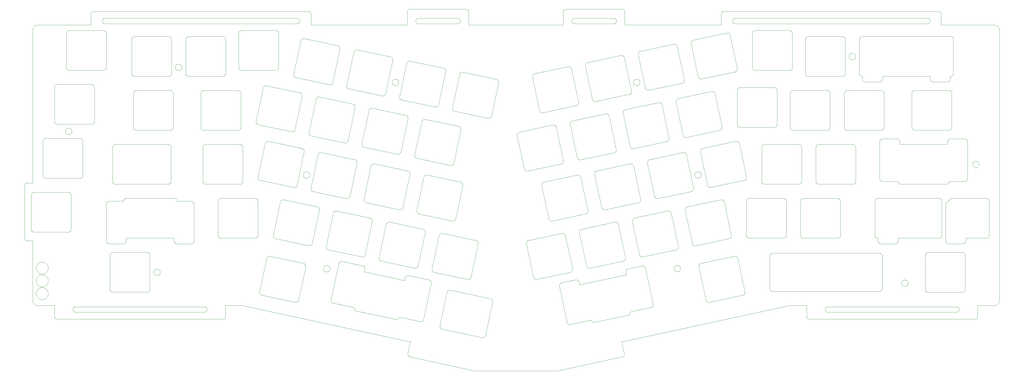
<source format=gbr>
%TF.GenerationSoftware,KiCad,Pcbnew,(5.1.10)-1*%
%TF.CreationDate,2022-03-08T20:07:58+07:00*%
%TF.ProjectId,Alice platwe,416c6963-6520-4706-9c61-7477652e6b69,rev?*%
%TF.SameCoordinates,Original*%
%TF.FileFunction,Profile,NP*%
%FSLAX46Y46*%
G04 Gerber Fmt 4.6, Leading zero omitted, Abs format (unit mm)*
G04 Created by KiCad (PCBNEW (5.1.10)-1) date 2022-03-08 20:07:58*
%MOMM*%
%LPD*%
G01*
G04 APERTURE LIST*
%TA.AperFunction,Profile*%
%ADD10C,0.100000*%
%TD*%
G04 APERTURE END LIST*
D10*
X573656881Y-327854218D02*
X514384144Y-340742665D01*
X579539512Y-327854218D02*
X573656881Y-327854218D01*
X436089306Y-331971530D02*
G75*
G02*
X434903247Y-332741765I-978147J207912D01*
G01*
X420824623Y-329749262D02*
G75*
G02*
X420054387Y-328563202I207912J978148D01*
G01*
X420054549Y-328562442D02*
X420054387Y-328563202D01*
X434903247Y-332741765D02*
X420824623Y-329749262D01*
X436091016Y-331963485D02*
X436089306Y-331971529D01*
X491757127Y-350919477D02*
X514593261Y-345953716D01*
X491757127Y-350919477D02*
X462561269Y-350919477D01*
X462561269Y-350919477D02*
X439724963Y-345953716D01*
X380661515Y-327854218D02*
X439934080Y-340742665D01*
X374778884Y-327854218D02*
X380661515Y-327854218D01*
X386275252Y-291049165D02*
X386275252Y-303049150D01*
X385250268Y-304074167D02*
X385302987Y-304072832D01*
X385302987Y-304072832D02*
X385355017Y-304068871D01*
X385355017Y-304068871D02*
X385406294Y-304062349D01*
X385406294Y-304062349D02*
X385456752Y-304053330D01*
X385456752Y-304053330D02*
X385506328Y-304041879D01*
X385506328Y-304041879D02*
X385554956Y-304028059D01*
X385554956Y-304028059D02*
X385602572Y-304011937D01*
X385602572Y-304011937D02*
X385649112Y-303993576D01*
X385649112Y-303993576D02*
X385694511Y-303973040D01*
X385694511Y-303973040D02*
X385738704Y-303950395D01*
X385738704Y-303950395D02*
X385781627Y-303925705D01*
X385781627Y-303925705D02*
X385823215Y-303899035D01*
X385823215Y-303899035D02*
X385863404Y-303870448D01*
X385863404Y-303870448D02*
X385902129Y-303840011D01*
X385902129Y-303840011D02*
X385939325Y-303807786D01*
X385939325Y-303807786D02*
X385974929Y-303773839D01*
X385974929Y-303773839D02*
X386008875Y-303738235D01*
X386008875Y-303738235D02*
X386041099Y-303701037D01*
X386041099Y-303701037D02*
X386071536Y-303662311D01*
X386071536Y-303662311D02*
X386100122Y-303622121D01*
X386100122Y-303622121D02*
X386126792Y-303580532D01*
X386126792Y-303580532D02*
X386151481Y-303537608D01*
X386151481Y-303537608D02*
X386174126Y-303493413D01*
X386174126Y-303493413D02*
X386194661Y-303448012D01*
X386194661Y-303448012D02*
X386213022Y-303401471D01*
X386213022Y-303401471D02*
X386229145Y-303353853D01*
X386229145Y-303353853D02*
X386242964Y-303305222D01*
X386242964Y-303305222D02*
X386254415Y-303255645D01*
X386254415Y-303255645D02*
X386263434Y-303205184D01*
X386263434Y-303205184D02*
X386269956Y-303153905D01*
X386269956Y-303153905D02*
X386273917Y-303101872D01*
X386273917Y-303101872D02*
X386275252Y-303049150D01*
X385250268Y-304074167D02*
X373250250Y-304074167D01*
X372225266Y-303049150D02*
X372226600Y-303101872D01*
X372226600Y-303101872D02*
X372230561Y-303153905D01*
X372230561Y-303153905D02*
X372237083Y-303205184D01*
X372237083Y-303205184D02*
X372246102Y-303255645D01*
X372246102Y-303255645D02*
X372257553Y-303305222D01*
X372257553Y-303305222D02*
X372271373Y-303353853D01*
X372271373Y-303353853D02*
X372287495Y-303401471D01*
X372287495Y-303401471D02*
X372305856Y-303448012D01*
X372305856Y-303448012D02*
X372326392Y-303493413D01*
X372326392Y-303493413D02*
X372349036Y-303537608D01*
X372349036Y-303537608D02*
X372373726Y-303580532D01*
X372373726Y-303580532D02*
X372400396Y-303622121D01*
X372400396Y-303622121D02*
X372428982Y-303662311D01*
X372428982Y-303662311D02*
X372459420Y-303701037D01*
X372459420Y-303701037D02*
X372491644Y-303738235D01*
X372491644Y-303738235D02*
X372525590Y-303773839D01*
X372525590Y-303773839D02*
X372561193Y-303807786D01*
X372561193Y-303807786D02*
X372598390Y-303840011D01*
X372598390Y-303840011D02*
X372637115Y-303870448D01*
X372637115Y-303870448D02*
X372677304Y-303899035D01*
X372677304Y-303899035D02*
X372718892Y-303925705D01*
X372718892Y-303925705D02*
X372761815Y-303950395D01*
X372761815Y-303950395D02*
X372806008Y-303973040D01*
X372806008Y-303973040D02*
X372851407Y-303993576D01*
X372851407Y-303993576D02*
X372897947Y-304011937D01*
X372897947Y-304011937D02*
X372945563Y-304028059D01*
X372945563Y-304028059D02*
X372994191Y-304041879D01*
X372994191Y-304041879D02*
X373043766Y-304053330D01*
X373043766Y-304053330D02*
X373094224Y-304062349D01*
X373094224Y-304062349D02*
X373145501Y-304068871D01*
X373145501Y-304068871D02*
X373197531Y-304072832D01*
X373197531Y-304072832D02*
X373250250Y-304074167D01*
X372225266Y-303049150D02*
X372225266Y-291049165D01*
X373250250Y-290024146D02*
X373197530Y-290025480D01*
X373197530Y-290025480D02*
X373145500Y-290029441D01*
X373145500Y-290029441D02*
X373094224Y-290035964D01*
X373094224Y-290035964D02*
X373043766Y-290044983D01*
X373043766Y-290044983D02*
X372994190Y-290056435D01*
X372994190Y-290056435D02*
X372945562Y-290070256D01*
X372945562Y-290070256D02*
X372897946Y-290086379D01*
X372897946Y-290086379D02*
X372851406Y-290104741D01*
X372851406Y-290104741D02*
X372806008Y-290125278D01*
X372806008Y-290125278D02*
X372761815Y-290147924D01*
X372761815Y-290147924D02*
X372718892Y-290172615D01*
X372718892Y-290172615D02*
X372677303Y-290199286D01*
X372677303Y-290199286D02*
X372637115Y-290227874D01*
X372637115Y-290227874D02*
X372598390Y-290258313D01*
X372598390Y-290258313D02*
X372561193Y-290290538D01*
X372561193Y-290290538D02*
X372525589Y-290324486D01*
X372525589Y-290324486D02*
X372491643Y-290360091D01*
X372491643Y-290360091D02*
X372459419Y-290397289D01*
X372459419Y-290397289D02*
X372428982Y-290436016D01*
X372428982Y-290436016D02*
X372400396Y-290476206D01*
X372400396Y-290476206D02*
X372373726Y-290517796D01*
X372373726Y-290517796D02*
X372349036Y-290560720D01*
X372349036Y-290560720D02*
X372326391Y-290604915D01*
X372326391Y-290604915D02*
X372305856Y-290650315D01*
X372305856Y-290650315D02*
X372287495Y-290696856D01*
X372287495Y-290696856D02*
X372271373Y-290744473D01*
X372271373Y-290744473D02*
X372257553Y-290793102D01*
X372257553Y-290793102D02*
X372246102Y-290842679D01*
X372246102Y-290842679D02*
X372237083Y-290893138D01*
X372237083Y-290893138D02*
X372230561Y-290944415D01*
X372230561Y-290944415D02*
X372226600Y-290996445D01*
X372226600Y-290996445D02*
X372225266Y-291049165D01*
X373250250Y-290024146D02*
X385250268Y-290024146D01*
X386275252Y-291049165D02*
X386273917Y-290996445D01*
X386273917Y-290996445D02*
X386269956Y-290944415D01*
X386269956Y-290944415D02*
X386263434Y-290893138D01*
X386263434Y-290893138D02*
X386254415Y-290842679D01*
X386254415Y-290842679D02*
X386242964Y-290793103D01*
X386242964Y-290793103D02*
X386229145Y-290744473D01*
X386229145Y-290744473D02*
X386213022Y-290696856D01*
X386213022Y-290696856D02*
X386194661Y-290650315D01*
X386194661Y-290650315D02*
X386174126Y-290604915D01*
X386174126Y-290604915D02*
X386151482Y-290560721D01*
X386151482Y-290560721D02*
X386126792Y-290517796D01*
X386126792Y-290517796D02*
X386100122Y-290476207D01*
X386100122Y-290476207D02*
X386071536Y-290436016D01*
X386071536Y-290436016D02*
X386041099Y-290397289D01*
X386041099Y-290397289D02*
X386008875Y-290360091D01*
X386008875Y-290360091D02*
X385974929Y-290324486D01*
X385974929Y-290324486D02*
X385939326Y-290290538D01*
X385939326Y-290290538D02*
X385902129Y-290258313D01*
X385902129Y-290258313D02*
X385863404Y-290227874D01*
X385863404Y-290227874D02*
X385823215Y-290199287D01*
X385823215Y-290199287D02*
X385781627Y-290172615D01*
X385781627Y-290172615D02*
X385738704Y-290147924D01*
X385738704Y-290147924D02*
X385694511Y-290125278D01*
X385694511Y-290125278D02*
X385649112Y-290104741D01*
X385649112Y-290104741D02*
X385602572Y-290086379D01*
X385602572Y-290086379D02*
X385554956Y-290070256D01*
X385554956Y-290070256D02*
X385506328Y-290056435D01*
X385506328Y-290056435D02*
X385456752Y-290044983D01*
X385456752Y-290044983D02*
X385406294Y-290035964D01*
X385406294Y-290035964D02*
X385355017Y-290029441D01*
X385355017Y-290029441D02*
X385302987Y-290025480D01*
X385302987Y-290025480D02*
X385250268Y-290024146D01*
X380925271Y-271999167D02*
X380925271Y-283999150D01*
X379900252Y-285024168D02*
X379952974Y-285022833D01*
X379952974Y-285022833D02*
X380005007Y-285018872D01*
X380005007Y-285018872D02*
X380056286Y-285012350D01*
X380056286Y-285012350D02*
X380106747Y-285003331D01*
X380106747Y-285003331D02*
X380156325Y-284991880D01*
X380156325Y-284991880D02*
X380204956Y-284978060D01*
X380204956Y-284978060D02*
X380252574Y-284961938D01*
X380252574Y-284961938D02*
X380299116Y-284943577D01*
X380299116Y-284943577D02*
X380344516Y-284923041D01*
X380344516Y-284923041D02*
X380388711Y-284900396D01*
X380388711Y-284900396D02*
X380431635Y-284875706D01*
X380431635Y-284875706D02*
X380473225Y-284849036D01*
X380473225Y-284849036D02*
X380513415Y-284820449D01*
X380513415Y-284820449D02*
X380552141Y-284790012D01*
X380552141Y-284790012D02*
X380589339Y-284757787D01*
X380589339Y-284757787D02*
X380624943Y-284723840D01*
X380624943Y-284723840D02*
X380658890Y-284688236D01*
X380658890Y-284688236D02*
X380691114Y-284651038D01*
X380691114Y-284651038D02*
X380721552Y-284612312D01*
X380721552Y-284612312D02*
X380750139Y-284572122D01*
X380750139Y-284572122D02*
X380776809Y-284530533D01*
X380776809Y-284530533D02*
X380801499Y-284487608D01*
X380801499Y-284487608D02*
X380824144Y-284443413D01*
X380824144Y-284443413D02*
X380844680Y-284398013D01*
X380844680Y-284398013D02*
X380863041Y-284351471D01*
X380863041Y-284351471D02*
X380879163Y-284303853D01*
X380879163Y-284303853D02*
X380892983Y-284255223D01*
X380892983Y-284255223D02*
X380904434Y-284205645D01*
X380904434Y-284205645D02*
X380913453Y-284155184D01*
X380913453Y-284155184D02*
X380919975Y-284103905D01*
X380919975Y-284103905D02*
X380923936Y-284051872D01*
X380923936Y-284051872D02*
X380925271Y-283999150D01*
X379900252Y-285024168D02*
X367900270Y-285024168D01*
X366875250Y-283999150D02*
X366876584Y-284051872D01*
X366876584Y-284051872D02*
X366880545Y-284103905D01*
X366880545Y-284103905D02*
X366887068Y-284155184D01*
X366887068Y-284155184D02*
X366896087Y-284205645D01*
X366896087Y-284205645D02*
X366907539Y-284255223D01*
X366907539Y-284255223D02*
X366921360Y-284303853D01*
X366921360Y-284303853D02*
X366937483Y-284351472D01*
X366937483Y-284351472D02*
X366955845Y-284398013D01*
X366955845Y-284398013D02*
X366976382Y-284443414D01*
X366976382Y-284443414D02*
X366999028Y-284487609D01*
X366999028Y-284487609D02*
X367023719Y-284530533D01*
X367023719Y-284530533D02*
X367050391Y-284572123D01*
X367050391Y-284572123D02*
X367078978Y-284612313D01*
X367078978Y-284612313D02*
X367109417Y-284651039D01*
X367109417Y-284651039D02*
X367141642Y-284688236D01*
X367141642Y-284688236D02*
X367175590Y-284723841D01*
X367175590Y-284723841D02*
X367211195Y-284757787D01*
X367211195Y-284757787D02*
X367248394Y-284790012D01*
X367248394Y-284790012D02*
X367287120Y-284820450D01*
X367287120Y-284820450D02*
X367327311Y-284849036D01*
X367327311Y-284849036D02*
X367368901Y-284875706D01*
X367368901Y-284875706D02*
X367411825Y-284900396D01*
X367411825Y-284900396D02*
X367456020Y-284923041D01*
X367456020Y-284923041D02*
X367501420Y-284943577D01*
X367501420Y-284943577D02*
X367547961Y-284961938D01*
X367547961Y-284961938D02*
X367595578Y-284978060D01*
X367595578Y-284978060D02*
X367644207Y-284991880D01*
X367644207Y-284991880D02*
X367693783Y-285003331D01*
X367693783Y-285003331D02*
X367744242Y-285012350D01*
X367744242Y-285012350D02*
X367795520Y-285018872D01*
X367795520Y-285018872D02*
X367847550Y-285022833D01*
X367847550Y-285022833D02*
X367900270Y-285024168D01*
X366875250Y-283999150D02*
X366875250Y-271999167D01*
X367900270Y-270974147D02*
X367847550Y-270975481D01*
X367847550Y-270975481D02*
X367795519Y-270979442D01*
X367795519Y-270979442D02*
X367744242Y-270985965D01*
X367744242Y-270985965D02*
X367693783Y-270994984D01*
X367693783Y-270994984D02*
X367644207Y-271006436D01*
X367644207Y-271006436D02*
X367595578Y-271020257D01*
X367595578Y-271020257D02*
X367547960Y-271036380D01*
X367547960Y-271036380D02*
X367501419Y-271054742D01*
X367501419Y-271054742D02*
X367456019Y-271075279D01*
X367456019Y-271075279D02*
X367411825Y-271097925D01*
X367411825Y-271097925D02*
X367368900Y-271122616D01*
X367368900Y-271122616D02*
X367327310Y-271149287D01*
X367327310Y-271149287D02*
X367287120Y-271177875D01*
X367287120Y-271177875D02*
X367248393Y-271208314D01*
X367248393Y-271208314D02*
X367211195Y-271240539D01*
X367211195Y-271240539D02*
X367175590Y-271274487D01*
X367175590Y-271274487D02*
X367141642Y-271310092D01*
X367141642Y-271310092D02*
X367109417Y-271347290D01*
X367109417Y-271347290D02*
X367078978Y-271386017D01*
X367078978Y-271386017D02*
X367050390Y-271426207D01*
X367050390Y-271426207D02*
X367023719Y-271467797D01*
X367023719Y-271467797D02*
X366999028Y-271510722D01*
X366999028Y-271510722D02*
X366976382Y-271554916D01*
X366976382Y-271554916D02*
X366955845Y-271600316D01*
X366955845Y-271600316D02*
X366937483Y-271646857D01*
X366937483Y-271646857D02*
X366921360Y-271694475D01*
X366921360Y-271694475D02*
X366907539Y-271743104D01*
X366907539Y-271743104D02*
X366896087Y-271792680D01*
X366896087Y-271792680D02*
X366887068Y-271843139D01*
X366887068Y-271843139D02*
X366880545Y-271894416D01*
X366880545Y-271894416D02*
X366876584Y-271946447D01*
X366876584Y-271946447D02*
X366875250Y-271999167D01*
X367900270Y-270974147D02*
X379900252Y-270974147D01*
X380925271Y-271999167D02*
X380923936Y-271946447D01*
X380923936Y-271946447D02*
X380919975Y-271894417D01*
X380919975Y-271894417D02*
X380913453Y-271843139D01*
X380913453Y-271843139D02*
X380904434Y-271792680D01*
X380904434Y-271792680D02*
X380892983Y-271743104D01*
X380892983Y-271743104D02*
X380879164Y-271694475D01*
X380879164Y-271694475D02*
X380863041Y-271646858D01*
X380863041Y-271646858D02*
X380844680Y-271600317D01*
X380844680Y-271600317D02*
X380824145Y-271554917D01*
X380824145Y-271554917D02*
X380801500Y-271510722D01*
X380801500Y-271510722D02*
X380776810Y-271467798D01*
X380776810Y-271467798D02*
X380750139Y-271426208D01*
X380750139Y-271426208D02*
X380721553Y-271386017D01*
X380721553Y-271386017D02*
X380691115Y-271347291D01*
X380691115Y-271347291D02*
X380658891Y-271310092D01*
X380658891Y-271310092D02*
X380624944Y-271274487D01*
X380624944Y-271274487D02*
X380589339Y-271240539D01*
X380589339Y-271240539D02*
X380552142Y-271208314D01*
X380552142Y-271208314D02*
X380513416Y-271177875D01*
X380513416Y-271177875D02*
X380473226Y-271149288D01*
X380473226Y-271149288D02*
X380431636Y-271122616D01*
X380431636Y-271122616D02*
X380388712Y-271097925D01*
X380388712Y-271097925D02*
X380344517Y-271075279D01*
X380344517Y-271075279D02*
X380299116Y-271054742D01*
X380299116Y-271054742D02*
X380252575Y-271036380D01*
X380252575Y-271036380D02*
X380204956Y-271020257D01*
X380204956Y-271020257D02*
X380156326Y-271006436D01*
X380156326Y-271006436D02*
X380106748Y-270994984D01*
X380106748Y-270994984D02*
X380056287Y-270985965D01*
X380056287Y-270985965D02*
X380005007Y-270979442D01*
X380005007Y-270979442D02*
X379952974Y-270975481D01*
X379952974Y-270975481D02*
X379900252Y-270974147D01*
X366175269Y-264949150D02*
X366175269Y-252949202D01*
X367200253Y-251924183D02*
X367147533Y-251925517D01*
X367147533Y-251925517D02*
X367095503Y-251929478D01*
X367095503Y-251929478D02*
X367044226Y-251936001D01*
X367044226Y-251936001D02*
X366993768Y-251945020D01*
X366993768Y-251945020D02*
X366944192Y-251956472D01*
X366944192Y-251956472D02*
X366895564Y-251970293D01*
X366895564Y-251970293D02*
X366847948Y-251986416D01*
X366847948Y-251986416D02*
X366801408Y-252004778D01*
X366801408Y-252004778D02*
X366756009Y-252025315D01*
X366756009Y-252025315D02*
X366711816Y-252047961D01*
X366711816Y-252047961D02*
X366668893Y-252072652D01*
X366668893Y-252072652D02*
X366627305Y-252099323D01*
X366627305Y-252099323D02*
X366587116Y-252127911D01*
X366587116Y-252127911D02*
X366548391Y-252158350D01*
X366548391Y-252158350D02*
X366511194Y-252190575D01*
X366511194Y-252190575D02*
X366475591Y-252224523D01*
X366475591Y-252224523D02*
X366441645Y-252260128D01*
X366441645Y-252260128D02*
X366409421Y-252297326D01*
X366409421Y-252297326D02*
X366378984Y-252336053D01*
X366378984Y-252336053D02*
X366350398Y-252376243D01*
X366350398Y-252376243D02*
X366323728Y-252417833D01*
X366323728Y-252417833D02*
X366299038Y-252460757D01*
X366299038Y-252460757D02*
X366276394Y-252504952D01*
X366276394Y-252504952D02*
X366255859Y-252550352D01*
X366255859Y-252550352D02*
X366237498Y-252596893D01*
X366237498Y-252596893D02*
X366221375Y-252644510D01*
X366221375Y-252644510D02*
X366207556Y-252693139D01*
X366207556Y-252693139D02*
X366196105Y-252742716D01*
X366196105Y-252742716D02*
X366187086Y-252793175D01*
X366187086Y-252793175D02*
X366180564Y-252844452D01*
X366180564Y-252844452D02*
X366176603Y-252896482D01*
X366176603Y-252896482D02*
X366175269Y-252949202D01*
X367200253Y-251924183D02*
X379200271Y-251924183D01*
X380225255Y-252949202D02*
X380223920Y-252896482D01*
X380223920Y-252896482D02*
X380219959Y-252844452D01*
X380219959Y-252844452D02*
X380213437Y-252793175D01*
X380213437Y-252793175D02*
X380204418Y-252742716D01*
X380204418Y-252742716D02*
X380192967Y-252693139D01*
X380192967Y-252693139D02*
X380179148Y-252644510D01*
X380179148Y-252644510D02*
X380163025Y-252596893D01*
X380163025Y-252596893D02*
X380144664Y-252550352D01*
X380144664Y-252550352D02*
X380124129Y-252504952D01*
X380124129Y-252504952D02*
X380101484Y-252460757D01*
X380101484Y-252460757D02*
X380076795Y-252417833D01*
X380076795Y-252417833D02*
X380050125Y-252376243D01*
X380050125Y-252376243D02*
X380021539Y-252336053D01*
X380021539Y-252336053D02*
X379991102Y-252297326D01*
X379991102Y-252297326D02*
X379958878Y-252260128D01*
X379958878Y-252260128D02*
X379924932Y-252224523D01*
X379924932Y-252224523D02*
X379889328Y-252190575D01*
X379889328Y-252190575D02*
X379852132Y-252158350D01*
X379852132Y-252158350D02*
X379813407Y-252127911D01*
X379813407Y-252127911D02*
X379773218Y-252099323D01*
X379773218Y-252099323D02*
X379731630Y-252072652D01*
X379731630Y-252072652D02*
X379688707Y-252047961D01*
X379688707Y-252047961D02*
X379644514Y-252025315D01*
X379644514Y-252025315D02*
X379599115Y-252004778D01*
X379599115Y-252004778D02*
X379552575Y-251986416D01*
X379552575Y-251986416D02*
X379504959Y-251970293D01*
X379504959Y-251970293D02*
X379456331Y-251956472D01*
X379456331Y-251956472D02*
X379406755Y-251945020D01*
X379406755Y-251945020D02*
X379356297Y-251936001D01*
X379356297Y-251936001D02*
X379305020Y-251929478D01*
X379305020Y-251929478D02*
X379252990Y-251925517D01*
X379252990Y-251925517D02*
X379200271Y-251924183D01*
X380225255Y-252949202D02*
X380225255Y-264949150D01*
X379200271Y-265974169D02*
X379252990Y-265972834D01*
X379252990Y-265972834D02*
X379305020Y-265968873D01*
X379305020Y-265968873D02*
X379356296Y-265962351D01*
X379356296Y-265962351D02*
X379406755Y-265953332D01*
X379406755Y-265953332D02*
X379456330Y-265941881D01*
X379456330Y-265941881D02*
X379504958Y-265928061D01*
X379504958Y-265928061D02*
X379552575Y-265911939D01*
X379552575Y-265911939D02*
X379599114Y-265893578D01*
X379599114Y-265893578D02*
X379644513Y-265873042D01*
X379644513Y-265873042D02*
X379688706Y-265850397D01*
X379688706Y-265850397D02*
X379731629Y-265825707D01*
X379731629Y-265825707D02*
X379773217Y-265799037D01*
X379773217Y-265799037D02*
X379813406Y-265770450D01*
X379813406Y-265770450D02*
X379852131Y-265740012D01*
X379852131Y-265740012D02*
X379889328Y-265707788D01*
X379889328Y-265707788D02*
X379924932Y-265673841D01*
X379924932Y-265673841D02*
X379958878Y-265638237D01*
X379958878Y-265638237D02*
X379991101Y-265601039D01*
X379991101Y-265601039D02*
X380021539Y-265562313D01*
X380021539Y-265562313D02*
X380050124Y-265522123D01*
X380050124Y-265522123D02*
X380076795Y-265480533D01*
X380076795Y-265480533D02*
X380101484Y-265437609D01*
X380101484Y-265437609D02*
X380124129Y-265393414D01*
X380124129Y-265393414D02*
X380144664Y-265348014D01*
X380144664Y-265348014D02*
X380163025Y-265301472D01*
X380163025Y-265301472D02*
X380179148Y-265253854D01*
X380179148Y-265253854D02*
X380192967Y-265205223D01*
X380192967Y-265205223D02*
X380204418Y-265155645D01*
X380204418Y-265155645D02*
X380213437Y-265105184D01*
X380213437Y-265105184D02*
X380219959Y-265053905D01*
X380219959Y-265053905D02*
X380223920Y-265001872D01*
X380223920Y-265001872D02*
X380225255Y-264949150D01*
X379200271Y-265974169D02*
X367200253Y-265974169D01*
X366175269Y-264949150D02*
X366176603Y-265001872D01*
X366176603Y-265001872D02*
X366180564Y-265053905D01*
X366180564Y-265053905D02*
X366187086Y-265105184D01*
X366187086Y-265105184D02*
X366196105Y-265155645D01*
X366196105Y-265155645D02*
X366207556Y-265205223D01*
X366207556Y-265205223D02*
X366221375Y-265253854D01*
X366221375Y-265253854D02*
X366237498Y-265301472D01*
X366237498Y-265301472D02*
X366255859Y-265348014D01*
X366255859Y-265348014D02*
X366276394Y-265393414D01*
X366276394Y-265393414D02*
X366299039Y-265437609D01*
X366299039Y-265437609D02*
X366323728Y-265480533D01*
X366323728Y-265480533D02*
X366350398Y-265522123D01*
X366350398Y-265522123D02*
X366378984Y-265562313D01*
X366378984Y-265562313D02*
X366409421Y-265601039D01*
X366409421Y-265601039D02*
X366441645Y-265638237D01*
X366441645Y-265638237D02*
X366475591Y-265673841D01*
X366475591Y-265673841D02*
X366511195Y-265707788D01*
X366511195Y-265707788D02*
X366548391Y-265740012D01*
X366548391Y-265740012D02*
X366587116Y-265770450D01*
X366587116Y-265770450D02*
X366627305Y-265799037D01*
X366627305Y-265799037D02*
X366668893Y-265825707D01*
X366668893Y-265825707D02*
X366711816Y-265850397D01*
X366711816Y-265850397D02*
X366756009Y-265873042D01*
X366756009Y-265873042D02*
X366801408Y-265893578D01*
X366801408Y-265893578D02*
X366847948Y-265911939D01*
X366847948Y-265911939D02*
X366895564Y-265928061D01*
X366895564Y-265928061D02*
X366944192Y-265941881D01*
X366944192Y-265941881D02*
X366993768Y-265953332D01*
X366993768Y-265953332D02*
X367044226Y-265962351D01*
X367044226Y-265962351D02*
X367095503Y-265968873D01*
X367095503Y-265968873D02*
X367147533Y-265972834D01*
X367147533Y-265972834D02*
X367200253Y-265974169D01*
X342365274Y-264949150D02*
X342365274Y-252949202D01*
X343390260Y-251924183D02*
X343337540Y-251925517D01*
X343337540Y-251925517D02*
X343285509Y-251929478D01*
X343285509Y-251929478D02*
X343234233Y-251936001D01*
X343234233Y-251936001D02*
X343183774Y-251945020D01*
X343183774Y-251945020D02*
X343134198Y-251956472D01*
X343134198Y-251956472D02*
X343085570Y-251970293D01*
X343085570Y-251970293D02*
X343037954Y-251986416D01*
X343037954Y-251986416D02*
X342991414Y-252004778D01*
X342991414Y-252004778D02*
X342946015Y-252025315D01*
X342946015Y-252025315D02*
X342901822Y-252047961D01*
X342901822Y-252047961D02*
X342858898Y-252072652D01*
X342858898Y-252072652D02*
X342817310Y-252099323D01*
X342817310Y-252099323D02*
X342777121Y-252127911D01*
X342777121Y-252127911D02*
X342738396Y-252158350D01*
X342738396Y-252158350D02*
X342701200Y-252190575D01*
X342701200Y-252190575D02*
X342665596Y-252224523D01*
X342665596Y-252224523D02*
X342631650Y-252260128D01*
X342631650Y-252260128D02*
X342599426Y-252297326D01*
X342599426Y-252297326D02*
X342568989Y-252336053D01*
X342568989Y-252336053D02*
X342540403Y-252376243D01*
X342540403Y-252376243D02*
X342513733Y-252417833D01*
X342513733Y-252417833D02*
X342489043Y-252460757D01*
X342489043Y-252460757D02*
X342466399Y-252504952D01*
X342466399Y-252504952D02*
X342445864Y-252550352D01*
X342445864Y-252550352D02*
X342427503Y-252596893D01*
X342427503Y-252596893D02*
X342411380Y-252644510D01*
X342411380Y-252644510D02*
X342397561Y-252693139D01*
X342397561Y-252693139D02*
X342386110Y-252742716D01*
X342386110Y-252742716D02*
X342377091Y-252793175D01*
X342377091Y-252793175D02*
X342370569Y-252844452D01*
X342370569Y-252844452D02*
X342366608Y-252896482D01*
X342366608Y-252896482D02*
X342365274Y-252949202D01*
X343390260Y-251924183D02*
X355390276Y-251924183D01*
X356415260Y-252949202D02*
X356413925Y-252896482D01*
X356413925Y-252896482D02*
X356409964Y-252844452D01*
X356409964Y-252844452D02*
X356403442Y-252793175D01*
X356403442Y-252793175D02*
X356394423Y-252742716D01*
X356394423Y-252742716D02*
X356382972Y-252693139D01*
X356382972Y-252693139D02*
X356369153Y-252644510D01*
X356369153Y-252644510D02*
X356353030Y-252596893D01*
X356353030Y-252596893D02*
X356334669Y-252550352D01*
X356334669Y-252550352D02*
X356314134Y-252504952D01*
X356314134Y-252504952D02*
X356291490Y-252460757D01*
X356291490Y-252460757D02*
X356266800Y-252417833D01*
X356266800Y-252417833D02*
X356240130Y-252376243D01*
X356240130Y-252376243D02*
X356211544Y-252336053D01*
X356211544Y-252336053D02*
X356181107Y-252297326D01*
X356181107Y-252297326D02*
X356148883Y-252260128D01*
X356148883Y-252260128D02*
X356114937Y-252224523D01*
X356114937Y-252224523D02*
X356079334Y-252190575D01*
X356079334Y-252190575D02*
X356042137Y-252158350D01*
X356042137Y-252158350D02*
X356003412Y-252127911D01*
X356003412Y-252127911D02*
X355963223Y-252099323D01*
X355963223Y-252099323D02*
X355921635Y-252072652D01*
X355921635Y-252072652D02*
X355878712Y-252047961D01*
X355878712Y-252047961D02*
X355834519Y-252025315D01*
X355834519Y-252025315D02*
X355789120Y-252004778D01*
X355789120Y-252004778D02*
X355742580Y-251986416D01*
X355742580Y-251986416D02*
X355694964Y-251970293D01*
X355694964Y-251970293D02*
X355646336Y-251956472D01*
X355646336Y-251956472D02*
X355596760Y-251945020D01*
X355596760Y-251945020D02*
X355546302Y-251936001D01*
X355546302Y-251936001D02*
X355495025Y-251929478D01*
X355495025Y-251929478D02*
X355442995Y-251925517D01*
X355442995Y-251925517D02*
X355390276Y-251924183D01*
X356415260Y-252949202D02*
X356415260Y-264949150D01*
X355390276Y-265974169D02*
X355442995Y-265972834D01*
X355442995Y-265972834D02*
X355495025Y-265968873D01*
X355495025Y-265968873D02*
X355546302Y-265962351D01*
X355546302Y-265962351D02*
X355596760Y-265953332D01*
X355596760Y-265953332D02*
X355646336Y-265941881D01*
X355646336Y-265941881D02*
X355694964Y-265928061D01*
X355694964Y-265928061D02*
X355742580Y-265911939D01*
X355742580Y-265911939D02*
X355789120Y-265893578D01*
X355789120Y-265893578D02*
X355834519Y-265873042D01*
X355834519Y-265873042D02*
X355878712Y-265850397D01*
X355878712Y-265850397D02*
X355921635Y-265825707D01*
X355921635Y-265825707D02*
X355963223Y-265799037D01*
X355963223Y-265799037D02*
X356003412Y-265770450D01*
X356003412Y-265770450D02*
X356042137Y-265740012D01*
X356042137Y-265740012D02*
X356079333Y-265707788D01*
X356079333Y-265707788D02*
X356114937Y-265673841D01*
X356114937Y-265673841D02*
X356148883Y-265638237D01*
X356148883Y-265638237D02*
X356181107Y-265601039D01*
X356181107Y-265601039D02*
X356211544Y-265562313D01*
X356211544Y-265562313D02*
X356240130Y-265522123D01*
X356240130Y-265522123D02*
X356266800Y-265480533D01*
X356266800Y-265480533D02*
X356291489Y-265437609D01*
X356291489Y-265437609D02*
X356314134Y-265393414D01*
X356314134Y-265393414D02*
X356334669Y-265348014D01*
X356334669Y-265348014D02*
X356353030Y-265301472D01*
X356353030Y-265301472D02*
X356369153Y-265253854D01*
X356369153Y-265253854D02*
X356382972Y-265205223D01*
X356382972Y-265205223D02*
X356394423Y-265155645D01*
X356394423Y-265155645D02*
X356403442Y-265105184D01*
X356403442Y-265105184D02*
X356409964Y-265053905D01*
X356409964Y-265053905D02*
X356413925Y-265001872D01*
X356413925Y-265001872D02*
X356415260Y-264949150D01*
X355390276Y-265974169D02*
X343390260Y-265974169D01*
X342365274Y-264949150D02*
X342366608Y-265001872D01*
X342366608Y-265001872D02*
X342370569Y-265053905D01*
X342370569Y-265053905D02*
X342377091Y-265105184D01*
X342377091Y-265105184D02*
X342386110Y-265155645D01*
X342386110Y-265155645D02*
X342397561Y-265205223D01*
X342397561Y-265205223D02*
X342411380Y-265253854D01*
X342411380Y-265253854D02*
X342427503Y-265301472D01*
X342427503Y-265301472D02*
X342445864Y-265348014D01*
X342445864Y-265348014D02*
X342466399Y-265393414D01*
X342466399Y-265393414D02*
X342489044Y-265437609D01*
X342489044Y-265437609D02*
X342513733Y-265480533D01*
X342513733Y-265480533D02*
X342540403Y-265522123D01*
X342540403Y-265522123D02*
X342568989Y-265562313D01*
X342568989Y-265562313D02*
X342599426Y-265601039D01*
X342599426Y-265601039D02*
X342631650Y-265638237D01*
X342631650Y-265638237D02*
X342665596Y-265673841D01*
X342665596Y-265673841D02*
X342701200Y-265707788D01*
X342701200Y-265707788D02*
X342738397Y-265740012D01*
X342738397Y-265740012D02*
X342777122Y-265770450D01*
X342777122Y-265770450D02*
X342817311Y-265799037D01*
X342817311Y-265799037D02*
X342858899Y-265825707D01*
X342858899Y-265825707D02*
X342901822Y-265850397D01*
X342901822Y-265850397D02*
X342946015Y-265873042D01*
X342946015Y-265873042D02*
X342991414Y-265893578D01*
X342991414Y-265893578D02*
X343037954Y-265911939D01*
X343037954Y-265911939D02*
X343085570Y-265928061D01*
X343085570Y-265928061D02*
X343134199Y-265941881D01*
X343134199Y-265941881D02*
X343183774Y-265953332D01*
X343183774Y-265953332D02*
X343234233Y-265962351D01*
X343234233Y-265962351D02*
X343285510Y-265968873D01*
X343285510Y-265968873D02*
X343337540Y-265972834D01*
X343337540Y-265972834D02*
X343390260Y-265974169D01*
X355638867Y-271999167D02*
X355638867Y-283999150D01*
X354613847Y-285024168D02*
X354666566Y-285022833D01*
X354666566Y-285022833D02*
X354718596Y-285018872D01*
X354718596Y-285018872D02*
X354769874Y-285012350D01*
X354769874Y-285012350D02*
X354820333Y-285003331D01*
X354820333Y-285003331D02*
X354869909Y-284991880D01*
X354869909Y-284991880D02*
X354918538Y-284978060D01*
X354918538Y-284978060D02*
X354966155Y-284961938D01*
X354966155Y-284961938D02*
X355012696Y-284943577D01*
X355012696Y-284943577D02*
X355058096Y-284923041D01*
X355058096Y-284923041D02*
X355102291Y-284900396D01*
X355102291Y-284900396D02*
X355145215Y-284875706D01*
X355145215Y-284875706D02*
X355186805Y-284849036D01*
X355186805Y-284849036D02*
X355226996Y-284820450D01*
X355226996Y-284820450D02*
X355265722Y-284790012D01*
X355265722Y-284790012D02*
X355302921Y-284757787D01*
X355302921Y-284757787D02*
X355338526Y-284723841D01*
X355338526Y-284723841D02*
X355372474Y-284688236D01*
X355372474Y-284688236D02*
X355404699Y-284651039D01*
X355404699Y-284651039D02*
X355435138Y-284612313D01*
X355435138Y-284612313D02*
X355463725Y-284572123D01*
X355463725Y-284572123D02*
X355490397Y-284530533D01*
X355490397Y-284530533D02*
X355515088Y-284487609D01*
X355515088Y-284487609D02*
X355537734Y-284443414D01*
X355537734Y-284443414D02*
X355558271Y-284398013D01*
X355558271Y-284398013D02*
X355576633Y-284351472D01*
X355576633Y-284351472D02*
X355592756Y-284303853D01*
X355592756Y-284303853D02*
X355606577Y-284255223D01*
X355606577Y-284255223D02*
X355618029Y-284205645D01*
X355618029Y-284205645D02*
X355627048Y-284155184D01*
X355627048Y-284155184D02*
X355633571Y-284103905D01*
X355633571Y-284103905D02*
X355637532Y-284051872D01*
X355637532Y-284051872D02*
X355638867Y-283999150D01*
X354613847Y-285024168D02*
X336071495Y-285024168D01*
X335046476Y-283999150D02*
X335047810Y-284051872D01*
X335047810Y-284051872D02*
X335051771Y-284103905D01*
X335051771Y-284103905D02*
X335058293Y-284155184D01*
X335058293Y-284155184D02*
X335067312Y-284205645D01*
X335067312Y-284205645D02*
X335078763Y-284255223D01*
X335078763Y-284255223D02*
X335092583Y-284303853D01*
X335092583Y-284303853D02*
X335108705Y-284351471D01*
X335108705Y-284351471D02*
X335127066Y-284398013D01*
X335127066Y-284398013D02*
X335147602Y-284443413D01*
X335147602Y-284443413D02*
X335170247Y-284487608D01*
X335170247Y-284487608D02*
X335194937Y-284530533D01*
X335194937Y-284530533D02*
X335221607Y-284572122D01*
X335221607Y-284572122D02*
X335250194Y-284612312D01*
X335250194Y-284612312D02*
X335280632Y-284651038D01*
X335280632Y-284651038D02*
X335312856Y-284688236D01*
X335312856Y-284688236D02*
X335346803Y-284723840D01*
X335346803Y-284723840D02*
X335382407Y-284757787D01*
X335382407Y-284757787D02*
X335419605Y-284790012D01*
X335419605Y-284790012D02*
X335458331Y-284820449D01*
X335458331Y-284820449D02*
X335498521Y-284849036D01*
X335498521Y-284849036D02*
X335540111Y-284875706D01*
X335540111Y-284875706D02*
X335583035Y-284900396D01*
X335583035Y-284900396D02*
X335627230Y-284923041D01*
X335627230Y-284923041D02*
X335672630Y-284943577D01*
X335672630Y-284943577D02*
X335719172Y-284961938D01*
X335719172Y-284961938D02*
X335766790Y-284978060D01*
X335766790Y-284978060D02*
X335815421Y-284991880D01*
X335815421Y-284991880D02*
X335864999Y-285003331D01*
X335864999Y-285003331D02*
X335915460Y-285012350D01*
X335915460Y-285012350D02*
X335966739Y-285018872D01*
X335966739Y-285018872D02*
X336018772Y-285022833D01*
X336018772Y-285022833D02*
X336071495Y-285024168D01*
X335046476Y-283999150D02*
X335046476Y-271999167D01*
X336071495Y-270974147D02*
X336018772Y-270975481D01*
X336018772Y-270975481D02*
X335966739Y-270979442D01*
X335966739Y-270979442D02*
X335915459Y-270985965D01*
X335915459Y-270985965D02*
X335864998Y-270994984D01*
X335864998Y-270994984D02*
X335815421Y-271006436D01*
X335815421Y-271006436D02*
X335766790Y-271020257D01*
X335766790Y-271020257D02*
X335719172Y-271036380D01*
X335719172Y-271036380D02*
X335672630Y-271054742D01*
X335672630Y-271054742D02*
X335627229Y-271075279D01*
X335627229Y-271075279D02*
X335583035Y-271097925D01*
X335583035Y-271097925D02*
X335540110Y-271122616D01*
X335540110Y-271122616D02*
X335498521Y-271149288D01*
X335498521Y-271149288D02*
X335458331Y-271177875D01*
X335458331Y-271177875D02*
X335419604Y-271208314D01*
X335419604Y-271208314D02*
X335382407Y-271240539D01*
X335382407Y-271240539D02*
X335346803Y-271274487D01*
X335346803Y-271274487D02*
X335312856Y-271310092D01*
X335312856Y-271310092D02*
X335280631Y-271347291D01*
X335280631Y-271347291D02*
X335250193Y-271386017D01*
X335250193Y-271386017D02*
X335221607Y-271426208D01*
X335221607Y-271426208D02*
X335194937Y-271467798D01*
X335194937Y-271467798D02*
X335170247Y-271510722D01*
X335170247Y-271510722D02*
X335147602Y-271554917D01*
X335147602Y-271554917D02*
X335127066Y-271600317D01*
X335127066Y-271600317D02*
X335108705Y-271646858D01*
X335108705Y-271646858D02*
X335092583Y-271694475D01*
X335092583Y-271694475D02*
X335078763Y-271743104D01*
X335078763Y-271743104D02*
X335067312Y-271792680D01*
X335067312Y-271792680D02*
X335058293Y-271843139D01*
X335058293Y-271843139D02*
X335051771Y-271894417D01*
X335051771Y-271894417D02*
X335047810Y-271946447D01*
X335047810Y-271946447D02*
X335046476Y-271999167D01*
X336071495Y-270974147D02*
X354613847Y-270974147D01*
X355638867Y-271999167D02*
X355637532Y-271946447D01*
X355637532Y-271946447D02*
X355633571Y-271894416D01*
X355633571Y-271894416D02*
X355627048Y-271843139D01*
X355627048Y-271843139D02*
X355618029Y-271792680D01*
X355618029Y-271792680D02*
X355606577Y-271743104D01*
X355606577Y-271743104D02*
X355592756Y-271694475D01*
X355592756Y-271694475D02*
X355576633Y-271646857D01*
X355576633Y-271646857D02*
X355558271Y-271600316D01*
X355558271Y-271600316D02*
X355537734Y-271554916D01*
X355537734Y-271554916D02*
X355515088Y-271510722D01*
X355515088Y-271510722D02*
X355490397Y-271467797D01*
X355490397Y-271467797D02*
X355463726Y-271426207D01*
X355463726Y-271426207D02*
X355435138Y-271386017D01*
X355435138Y-271386017D02*
X355404699Y-271347290D01*
X355404699Y-271347290D02*
X355372474Y-271310092D01*
X355372474Y-271310092D02*
X355338526Y-271274487D01*
X355338526Y-271274487D02*
X355302921Y-271240539D01*
X355302921Y-271240539D02*
X355265723Y-271208314D01*
X355265723Y-271208314D02*
X355226996Y-271177875D01*
X355226996Y-271177875D02*
X355186806Y-271149287D01*
X355186806Y-271149287D02*
X355145216Y-271122616D01*
X355145216Y-271122616D02*
X355102291Y-271097925D01*
X355102291Y-271097925D02*
X355058097Y-271075279D01*
X355058097Y-271075279D02*
X355012697Y-271054742D01*
X355012697Y-271054742D02*
X354966156Y-271036380D01*
X354966156Y-271036380D02*
X354918538Y-271020257D01*
X354918538Y-271020257D02*
X354869909Y-271006436D01*
X354869909Y-271006436D02*
X354820333Y-270994984D01*
X354820333Y-270994984D02*
X354769874Y-270985965D01*
X354769874Y-270985965D02*
X354718597Y-270979442D01*
X354718597Y-270979442D02*
X354666566Y-270975481D01*
X354666566Y-270975481D02*
X354613847Y-270974147D01*
X362738262Y-306074198D02*
X357738262Y-306074198D01*
X357738262Y-306074198D02*
X357685541Y-306072863D01*
X357685541Y-306072863D02*
X357633510Y-306068902D01*
X357633510Y-306068902D02*
X357582233Y-306062380D01*
X357582233Y-306062380D02*
X357531773Y-306053361D01*
X357531773Y-306053361D02*
X357482197Y-306041909D01*
X357482197Y-306041909D02*
X357433568Y-306028090D01*
X357433568Y-306028090D02*
X357385951Y-306011967D01*
X357385951Y-306011967D02*
X357339410Y-305993606D01*
X357339410Y-305993606D02*
X357294011Y-305973071D01*
X357294011Y-305973071D02*
X357249817Y-305950426D01*
X357249817Y-305950426D02*
X357206894Y-305925736D01*
X357206894Y-305925736D02*
X357165305Y-305899065D01*
X357165305Y-305899065D02*
X357125115Y-305870479D01*
X357125115Y-305870479D02*
X357086390Y-305840041D01*
X357086390Y-305840041D02*
X357049192Y-305807817D01*
X357049192Y-305807817D02*
X357013588Y-305773871D01*
X357013588Y-305773871D02*
X356979642Y-305738267D01*
X356979642Y-305738267D02*
X356947418Y-305701069D01*
X356947418Y-305701069D02*
X356916980Y-305662344D01*
X356916980Y-305662344D02*
X356888394Y-305622154D01*
X356888394Y-305622154D02*
X356861723Y-305580565D01*
X356861723Y-305580565D02*
X356837033Y-305537642D01*
X356837033Y-305537642D02*
X356814388Y-305493448D01*
X356814388Y-305493448D02*
X356793853Y-305448049D01*
X356793853Y-305448049D02*
X356775492Y-305401508D01*
X356775492Y-305401508D02*
X356759369Y-305353891D01*
X356759369Y-305353891D02*
X356745550Y-305305262D01*
X356745550Y-305305262D02*
X356734098Y-305255686D01*
X356734098Y-305255686D02*
X356725079Y-305205226D01*
X356725079Y-305205226D02*
X356718557Y-305153949D01*
X356718557Y-305153949D02*
X356714596Y-305101918D01*
X356714596Y-305101918D02*
X356713262Y-305049198D01*
X356713262Y-305049198D02*
X356713262Y-304074197D01*
X356713262Y-304074197D02*
X339887262Y-304074197D01*
X339887262Y-304074197D02*
X339887262Y-305049198D01*
X338862262Y-306074198D02*
X338914982Y-306072863D01*
X338914982Y-306072863D02*
X338967013Y-306068902D01*
X338967013Y-306068902D02*
X339018291Y-306062380D01*
X339018291Y-306062380D02*
X339068750Y-306053361D01*
X339068750Y-306053361D02*
X339118326Y-306041909D01*
X339118326Y-306041909D02*
X339166955Y-306028090D01*
X339166955Y-306028090D02*
X339214572Y-306011967D01*
X339214572Y-306011967D02*
X339261113Y-305993606D01*
X339261113Y-305993606D02*
X339306512Y-305973071D01*
X339306512Y-305973071D02*
X339350706Y-305950426D01*
X339350706Y-305950426D02*
X339393630Y-305925736D01*
X339393630Y-305925736D02*
X339435219Y-305899065D01*
X339435219Y-305899065D02*
X339475408Y-305870479D01*
X339475408Y-305870479D02*
X339514134Y-305840041D01*
X339514134Y-305840041D02*
X339551331Y-305807817D01*
X339551331Y-305807817D02*
X339586935Y-305773871D01*
X339586935Y-305773871D02*
X339620881Y-305738267D01*
X339620881Y-305738267D02*
X339653106Y-305701069D01*
X339653106Y-305701069D02*
X339683543Y-305662344D01*
X339683543Y-305662344D02*
X339712130Y-305622154D01*
X339712130Y-305622154D02*
X339738800Y-305580565D01*
X339738800Y-305580565D02*
X339763490Y-305537642D01*
X339763490Y-305537642D02*
X339786135Y-305493448D01*
X339786135Y-305493448D02*
X339806670Y-305448049D01*
X339806670Y-305448049D02*
X339825032Y-305401508D01*
X339825032Y-305401508D02*
X339841154Y-305353891D01*
X339841154Y-305353891D02*
X339854974Y-305305262D01*
X339854974Y-305305262D02*
X339866425Y-305255686D01*
X339866425Y-305255686D02*
X339875444Y-305205226D01*
X339875444Y-305205226D02*
X339881966Y-305153949D01*
X339881966Y-305153949D02*
X339885927Y-305101918D01*
X339885927Y-305101918D02*
X339887262Y-305049198D01*
X338862262Y-306074198D02*
X333862262Y-306074198D01*
X332837262Y-305049198D02*
X332838596Y-305101918D01*
X332838596Y-305101918D02*
X332842557Y-305153949D01*
X332842557Y-305153949D02*
X332849079Y-305205226D01*
X332849079Y-305205226D02*
X332858098Y-305255686D01*
X332858098Y-305255686D02*
X332869550Y-305305262D01*
X332869550Y-305305262D02*
X332883369Y-305353891D01*
X332883369Y-305353891D02*
X332899492Y-305401508D01*
X332899492Y-305401508D02*
X332917853Y-305448049D01*
X332917853Y-305448049D02*
X332938388Y-305493448D01*
X332938388Y-305493448D02*
X332961033Y-305537642D01*
X332961033Y-305537642D02*
X332985723Y-305580565D01*
X332985723Y-305580565D02*
X333012394Y-305622154D01*
X333012394Y-305622154D02*
X333040980Y-305662344D01*
X333040980Y-305662344D02*
X333071418Y-305701069D01*
X333071418Y-305701069D02*
X333103642Y-305738267D01*
X333103642Y-305738267D02*
X333137588Y-305773871D01*
X333137588Y-305773871D02*
X333173192Y-305807817D01*
X333173192Y-305807817D02*
X333210390Y-305840041D01*
X333210390Y-305840041D02*
X333249115Y-305870479D01*
X333249115Y-305870479D02*
X333289305Y-305899065D01*
X333289305Y-305899065D02*
X333330894Y-305925736D01*
X333330894Y-305925736D02*
X333373817Y-305950426D01*
X333373817Y-305950426D02*
X333418011Y-305973071D01*
X333418011Y-305973071D02*
X333463410Y-305993606D01*
X333463410Y-305993606D02*
X333509951Y-306011967D01*
X333509951Y-306011967D02*
X333557568Y-306028090D01*
X333557568Y-306028090D02*
X333606197Y-306041909D01*
X333606197Y-306041909D02*
X333655773Y-306053361D01*
X333655773Y-306053361D02*
X333706233Y-306062380D01*
X333706233Y-306062380D02*
X333757510Y-306068902D01*
X333757510Y-306068902D02*
X333809541Y-306072863D01*
X333809541Y-306072863D02*
X333862262Y-306074198D01*
X332837262Y-305049198D02*
X332837262Y-292049198D01*
X333862262Y-291024198D02*
X333809541Y-291025532D01*
X333809541Y-291025532D02*
X333757510Y-291029493D01*
X333757510Y-291029493D02*
X333706233Y-291036015D01*
X333706233Y-291036015D02*
X333655773Y-291045034D01*
X333655773Y-291045034D02*
X333606197Y-291056485D01*
X333606197Y-291056485D02*
X333557568Y-291070305D01*
X333557568Y-291070305D02*
X333509951Y-291086427D01*
X333509951Y-291086427D02*
X333463410Y-291104789D01*
X333463410Y-291104789D02*
X333418011Y-291125324D01*
X333418011Y-291125324D02*
X333373817Y-291147969D01*
X333373817Y-291147969D02*
X333330894Y-291172659D01*
X333330894Y-291172659D02*
X333289305Y-291199329D01*
X333289305Y-291199329D02*
X333249115Y-291227916D01*
X333249115Y-291227916D02*
X333210390Y-291258353D01*
X333210390Y-291258353D02*
X333173192Y-291290578D01*
X333173192Y-291290578D02*
X333137588Y-291324524D01*
X333137588Y-291324524D02*
X333103642Y-291360128D01*
X333103642Y-291360128D02*
X333071418Y-291397325D01*
X333071418Y-291397325D02*
X333040980Y-291436051D01*
X333040980Y-291436051D02*
X333012394Y-291476240D01*
X333012394Y-291476240D02*
X332985723Y-291517829D01*
X332985723Y-291517829D02*
X332961033Y-291560753D01*
X332961033Y-291560753D02*
X332938388Y-291604947D01*
X332938388Y-291604947D02*
X332917853Y-291650346D01*
X332917853Y-291650346D02*
X332899492Y-291696887D01*
X332899492Y-291696887D02*
X332883369Y-291744504D01*
X332883369Y-291744504D02*
X332869550Y-291793133D01*
X332869550Y-291793133D02*
X332858098Y-291842709D01*
X332858098Y-291842709D02*
X332849079Y-291893168D01*
X332849079Y-291893168D02*
X332842557Y-291944446D01*
X332842557Y-291944446D02*
X332838596Y-291996477D01*
X332838596Y-291996477D02*
X332837262Y-292049198D01*
X333862262Y-291024198D02*
X338837562Y-291024198D01*
X339862262Y-290024197D02*
X339810315Y-290025492D01*
X339810315Y-290025492D02*
X339759036Y-290029338D01*
X339759036Y-290029338D02*
X339708487Y-290035672D01*
X339708487Y-290035672D02*
X339658730Y-290044432D01*
X339658730Y-290044432D02*
X339609826Y-290055557D01*
X339609826Y-290055557D02*
X339561836Y-290068985D01*
X339561836Y-290068985D02*
X339514823Y-290084655D01*
X339514823Y-290084655D02*
X339468849Y-290102504D01*
X339468849Y-290102504D02*
X339423975Y-290122470D01*
X339423975Y-290122470D02*
X339380263Y-290144493D01*
X339380263Y-290144493D02*
X339337774Y-290168510D01*
X339337774Y-290168510D02*
X339296571Y-290194460D01*
X339296571Y-290194460D02*
X339256716Y-290222280D01*
X339256716Y-290222280D02*
X339218269Y-290251910D01*
X339218269Y-290251910D02*
X339181293Y-290283286D01*
X339181293Y-290283286D02*
X339145849Y-290316349D01*
X339145849Y-290316349D02*
X339112000Y-290351035D01*
X339112000Y-290351035D02*
X339079807Y-290387283D01*
X339079807Y-290387283D02*
X339049331Y-290425032D01*
X339049331Y-290425032D02*
X339020635Y-290464219D01*
X339020635Y-290464219D02*
X338993780Y-290504783D01*
X338993780Y-290504783D02*
X338968828Y-290546662D01*
X338968828Y-290546662D02*
X338945841Y-290589794D01*
X338945841Y-290589794D02*
X338924881Y-290634118D01*
X338924881Y-290634118D02*
X338906008Y-290679572D01*
X338906008Y-290679572D02*
X338889286Y-290726094D01*
X338889286Y-290726094D02*
X338874776Y-290773622D01*
X338874776Y-290773622D02*
X338862539Y-290822095D01*
X338862539Y-290822095D02*
X338852637Y-290871451D01*
X338852637Y-290871451D02*
X338845132Y-290921627D01*
X338845132Y-290921627D02*
X338840087Y-290972564D01*
X338840087Y-290972564D02*
X338837562Y-291024198D01*
X339862262Y-290024197D02*
X356738262Y-290024197D01*
X357762963Y-291024198D02*
X357760437Y-290972564D01*
X357760437Y-290972564D02*
X357755392Y-290921627D01*
X357755392Y-290921627D02*
X357747887Y-290871451D01*
X357747887Y-290871451D02*
X357737985Y-290822095D01*
X357737985Y-290822095D02*
X357725748Y-290773622D01*
X357725748Y-290773622D02*
X357711238Y-290726094D01*
X357711238Y-290726094D02*
X357694516Y-290679572D01*
X357694516Y-290679572D02*
X357675643Y-290634118D01*
X357675643Y-290634118D02*
X357654683Y-290589794D01*
X357654683Y-290589794D02*
X357631696Y-290546662D01*
X357631696Y-290546662D02*
X357606744Y-290504783D01*
X357606744Y-290504783D02*
X357579889Y-290464219D01*
X357579889Y-290464219D02*
X357551193Y-290425032D01*
X357551193Y-290425032D02*
X357520717Y-290387283D01*
X357520717Y-290387283D02*
X357488524Y-290351035D01*
X357488524Y-290351035D02*
X357454675Y-290316349D01*
X357454675Y-290316349D02*
X357419231Y-290283286D01*
X357419231Y-290283286D02*
X357382255Y-290251910D01*
X357382255Y-290251910D02*
X357343808Y-290222280D01*
X357343808Y-290222280D02*
X357303952Y-290194460D01*
X357303952Y-290194460D02*
X357262749Y-290168510D01*
X357262749Y-290168510D02*
X357220261Y-290144493D01*
X357220261Y-290144493D02*
X357176549Y-290122470D01*
X357176549Y-290122470D02*
X357131675Y-290102504D01*
X357131675Y-290102504D02*
X357085700Y-290084655D01*
X357085700Y-290084655D02*
X357038687Y-290068985D01*
X357038687Y-290068985D02*
X356990698Y-290055557D01*
X356990698Y-290055557D02*
X356941793Y-290044432D01*
X356941793Y-290044432D02*
X356892036Y-290035672D01*
X356892036Y-290035672D02*
X356841487Y-290029338D01*
X356841487Y-290029338D02*
X356790208Y-290025492D01*
X356790208Y-290025492D02*
X356738262Y-290024197D01*
X357762963Y-291024198D02*
X362738262Y-291024198D01*
X363763262Y-292049198D02*
X363761927Y-291996477D01*
X363761927Y-291996477D02*
X363757966Y-291944446D01*
X363757966Y-291944446D02*
X363751444Y-291893168D01*
X363751444Y-291893168D02*
X363742425Y-291842709D01*
X363742425Y-291842709D02*
X363730974Y-291793133D01*
X363730974Y-291793133D02*
X363717154Y-291744504D01*
X363717154Y-291744504D02*
X363701032Y-291696887D01*
X363701032Y-291696887D02*
X363682670Y-291650346D01*
X363682670Y-291650346D02*
X363662135Y-291604947D01*
X363662135Y-291604947D02*
X363639490Y-291560753D01*
X363639490Y-291560753D02*
X363614800Y-291517829D01*
X363614800Y-291517829D02*
X363588130Y-291476240D01*
X363588130Y-291476240D02*
X363559543Y-291436051D01*
X363559543Y-291436051D02*
X363529106Y-291397325D01*
X363529106Y-291397325D02*
X363496881Y-291360128D01*
X363496881Y-291360128D02*
X363462935Y-291324524D01*
X363462935Y-291324524D02*
X363427331Y-291290578D01*
X363427331Y-291290578D02*
X363390134Y-291258353D01*
X363390134Y-291258353D02*
X363351408Y-291227916D01*
X363351408Y-291227916D02*
X363311219Y-291199329D01*
X363311219Y-291199329D02*
X363269630Y-291172659D01*
X363269630Y-291172659D02*
X363226706Y-291147969D01*
X363226706Y-291147969D02*
X363182512Y-291125324D01*
X363182512Y-291125324D02*
X363137113Y-291104789D01*
X363137113Y-291104789D02*
X363090572Y-291086427D01*
X363090572Y-291086427D02*
X363042955Y-291070305D01*
X363042955Y-291070305D02*
X362994326Y-291056485D01*
X362994326Y-291056485D02*
X362944750Y-291045034D01*
X362944750Y-291045034D02*
X362894291Y-291036015D01*
X362894291Y-291036015D02*
X362843013Y-291029493D01*
X362843013Y-291029493D02*
X362790982Y-291025532D01*
X362790982Y-291025532D02*
X362738262Y-291024198D01*
X363763262Y-292049198D02*
X363763262Y-305049198D01*
X362738262Y-306074198D02*
X362790982Y-306072863D01*
X362790982Y-306072863D02*
X362843013Y-306068902D01*
X362843013Y-306068902D02*
X362894291Y-306062380D01*
X362894291Y-306062380D02*
X362944750Y-306053361D01*
X362944750Y-306053361D02*
X362994326Y-306041909D01*
X362994326Y-306041909D02*
X363042955Y-306028090D01*
X363042955Y-306028090D02*
X363090572Y-306011967D01*
X363090572Y-306011967D02*
X363137113Y-305993606D01*
X363137113Y-305993606D02*
X363182512Y-305973071D01*
X363182512Y-305973071D02*
X363226706Y-305950426D01*
X363226706Y-305950426D02*
X363269630Y-305925736D01*
X363269630Y-305925736D02*
X363311219Y-305899065D01*
X363311219Y-305899065D02*
X363351408Y-305870479D01*
X363351408Y-305870479D02*
X363390134Y-305840041D01*
X363390134Y-305840041D02*
X363427331Y-305807817D01*
X363427331Y-305807817D02*
X363462935Y-305773871D01*
X363462935Y-305773871D02*
X363496881Y-305738267D01*
X363496881Y-305738267D02*
X363529106Y-305701069D01*
X363529106Y-305701069D02*
X363559543Y-305662344D01*
X363559543Y-305662344D02*
X363588130Y-305622154D01*
X363588130Y-305622154D02*
X363614800Y-305580565D01*
X363614800Y-305580565D02*
X363639490Y-305537642D01*
X363639490Y-305537642D02*
X363662135Y-305493448D01*
X363662135Y-305493448D02*
X363682670Y-305448049D01*
X363682670Y-305448049D02*
X363701032Y-305401508D01*
X363701032Y-305401508D02*
X363717154Y-305353891D01*
X363717154Y-305353891D02*
X363730974Y-305305262D01*
X363730974Y-305305262D02*
X363742425Y-305255686D01*
X363742425Y-305255686D02*
X363751444Y-305205226D01*
X363751444Y-305205226D02*
X363757966Y-305153949D01*
X363757966Y-305153949D02*
X363761927Y-305101918D01*
X363761927Y-305101918D02*
X363763262Y-305049198D01*
X348185272Y-310099165D02*
X348185272Y-322099150D01*
X347160253Y-323124167D02*
X347212975Y-323122832D01*
X347212975Y-323122832D02*
X347265008Y-323118871D01*
X347265008Y-323118871D02*
X347316287Y-323112349D01*
X347316287Y-323112349D02*
X347366748Y-323103330D01*
X347366748Y-323103330D02*
X347416326Y-323091879D01*
X347416326Y-323091879D02*
X347464957Y-323078059D01*
X347464957Y-323078059D02*
X347512575Y-323061937D01*
X347512575Y-323061937D02*
X347559117Y-323043576D01*
X347559117Y-323043576D02*
X347604517Y-323023040D01*
X347604517Y-323023040D02*
X347648712Y-323000395D01*
X347648712Y-323000395D02*
X347691636Y-322975705D01*
X347691636Y-322975705D02*
X347733226Y-322949035D01*
X347733226Y-322949035D02*
X347773416Y-322920448D01*
X347773416Y-322920448D02*
X347812142Y-322890011D01*
X347812142Y-322890011D02*
X347849340Y-322857786D01*
X347849340Y-322857786D02*
X347884944Y-322823839D01*
X347884944Y-322823839D02*
X347918891Y-322788235D01*
X347918891Y-322788235D02*
X347951115Y-322751037D01*
X347951115Y-322751037D02*
X347981553Y-322712311D01*
X347981553Y-322712311D02*
X348010140Y-322672121D01*
X348010140Y-322672121D02*
X348036810Y-322630532D01*
X348036810Y-322630532D02*
X348061500Y-322587608D01*
X348061500Y-322587608D02*
X348084145Y-322543413D01*
X348084145Y-322543413D02*
X348104681Y-322498012D01*
X348104681Y-322498012D02*
X348123042Y-322451471D01*
X348123042Y-322451471D02*
X348139164Y-322403853D01*
X348139164Y-322403853D02*
X348152984Y-322355222D01*
X348152984Y-322355222D02*
X348164435Y-322305645D01*
X348164435Y-322305645D02*
X348173454Y-322255184D01*
X348173454Y-322255184D02*
X348179976Y-322203905D01*
X348179976Y-322203905D02*
X348183937Y-322151872D01*
X348183937Y-322151872D02*
X348185272Y-322099150D01*
X347160253Y-323124167D02*
X335160270Y-323124167D01*
X334135251Y-322099150D02*
X334136585Y-322151872D01*
X334136585Y-322151872D02*
X334140546Y-322203905D01*
X334140546Y-322203905D02*
X334147069Y-322255184D01*
X334147069Y-322255184D02*
X334156088Y-322305645D01*
X334156088Y-322305645D02*
X334167540Y-322355223D01*
X334167540Y-322355223D02*
X334181361Y-322403853D01*
X334181361Y-322403853D02*
X334197484Y-322451471D01*
X334197484Y-322451471D02*
X334215846Y-322498013D01*
X334215846Y-322498013D02*
X334236383Y-322543413D01*
X334236383Y-322543413D02*
X334259029Y-322587608D01*
X334259029Y-322587608D02*
X334283720Y-322630532D01*
X334283720Y-322630532D02*
X334310391Y-322672122D01*
X334310391Y-322672122D02*
X334338979Y-322712312D01*
X334338979Y-322712312D02*
X334369418Y-322751038D01*
X334369418Y-322751038D02*
X334401643Y-322788235D01*
X334401643Y-322788235D02*
X334435591Y-322823840D01*
X334435591Y-322823840D02*
X334471196Y-322857786D01*
X334471196Y-322857786D02*
X334508394Y-322890011D01*
X334508394Y-322890011D02*
X334547121Y-322920449D01*
X334547121Y-322920449D02*
X334587311Y-322949035D01*
X334587311Y-322949035D02*
X334628901Y-322975705D01*
X334628901Y-322975705D02*
X334671825Y-323000395D01*
X334671825Y-323000395D02*
X334716020Y-323023040D01*
X334716020Y-323023040D02*
X334761420Y-323043576D01*
X334761420Y-323043576D02*
X334807961Y-323061937D01*
X334807961Y-323061937D02*
X334855578Y-323078059D01*
X334855578Y-323078059D02*
X334904207Y-323091879D01*
X334904207Y-323091879D02*
X334953784Y-323103330D01*
X334953784Y-323103330D02*
X335004243Y-323112349D01*
X335004243Y-323112349D02*
X335055520Y-323118871D01*
X335055520Y-323118871D02*
X335107550Y-323122832D01*
X335107550Y-323122832D02*
X335160270Y-323124167D01*
X334135251Y-322099150D02*
X334135251Y-310099165D01*
X335160270Y-309074146D02*
X335107550Y-309075480D01*
X335107550Y-309075480D02*
X335055519Y-309079441D01*
X335055519Y-309079441D02*
X335004242Y-309085964D01*
X335004242Y-309085964D02*
X334953783Y-309094983D01*
X334953783Y-309094983D02*
X334904207Y-309106435D01*
X334904207Y-309106435D02*
X334855578Y-309120255D01*
X334855578Y-309120255D02*
X334807960Y-309136379D01*
X334807960Y-309136379D02*
X334761419Y-309154741D01*
X334761419Y-309154741D02*
X334716019Y-309175277D01*
X334716019Y-309175277D02*
X334671825Y-309197923D01*
X334671825Y-309197923D02*
X334628900Y-309222615D01*
X334628900Y-309222615D02*
X334587311Y-309249286D01*
X334587311Y-309249286D02*
X334547120Y-309277873D01*
X334547120Y-309277873D02*
X334508394Y-309308312D01*
X334508394Y-309308312D02*
X334471195Y-309340538D01*
X334471195Y-309340538D02*
X334435590Y-309374485D01*
X334435590Y-309374485D02*
X334401643Y-309410090D01*
X334401643Y-309410090D02*
X334369417Y-309447289D01*
X334369417Y-309447289D02*
X334338978Y-309486015D01*
X334338978Y-309486015D02*
X334310391Y-309526206D01*
X334310391Y-309526206D02*
X334283720Y-309567795D01*
X334283720Y-309567795D02*
X334259028Y-309610720D01*
X334259028Y-309610720D02*
X334236382Y-309654914D01*
X334236382Y-309654914D02*
X334215846Y-309700314D01*
X334215846Y-309700314D02*
X334197484Y-309746855D01*
X334197484Y-309746855D02*
X334181360Y-309794473D01*
X334181360Y-309794473D02*
X334167540Y-309843102D01*
X334167540Y-309843102D02*
X334156088Y-309892678D01*
X334156088Y-309892678D02*
X334147069Y-309943137D01*
X334147069Y-309943137D02*
X334140546Y-309994414D01*
X334140546Y-309994414D02*
X334136585Y-310046445D01*
X334136585Y-310046445D02*
X334135251Y-310099165D01*
X335160270Y-309074146D02*
X347160253Y-309074146D01*
X348185272Y-310099165D02*
X348183937Y-310046445D01*
X348183937Y-310046445D02*
X348179976Y-309994415D01*
X348179976Y-309994415D02*
X348173454Y-309943138D01*
X348173454Y-309943138D02*
X348164435Y-309892679D01*
X348164435Y-309892679D02*
X348152984Y-309843102D01*
X348152984Y-309843102D02*
X348139164Y-309794473D01*
X348139164Y-309794473D02*
X348123042Y-309746856D01*
X348123042Y-309746856D02*
X348104681Y-309700315D01*
X348104681Y-309700315D02*
X348084145Y-309654915D01*
X348084145Y-309654915D02*
X348061500Y-309610720D01*
X348061500Y-309610720D02*
X348036810Y-309567796D01*
X348036810Y-309567796D02*
X348010140Y-309526206D01*
X348010140Y-309526206D02*
X347981554Y-309486016D01*
X347981554Y-309486016D02*
X347951116Y-309447289D01*
X347951116Y-309447289D02*
X347918891Y-309410091D01*
X347918891Y-309410091D02*
X347884945Y-309374486D01*
X347884945Y-309374486D02*
X347849340Y-309340538D01*
X347849340Y-309340538D02*
X347812143Y-309308313D01*
X347812143Y-309308313D02*
X347773416Y-309277874D01*
X347773416Y-309277874D02*
X347733226Y-309249286D01*
X347733226Y-309249286D02*
X347691637Y-309222615D01*
X347691637Y-309222615D02*
X347648712Y-309197924D01*
X347648712Y-309197924D02*
X347604518Y-309175278D01*
X347604518Y-309175278D02*
X347559117Y-309154741D01*
X347559117Y-309154741D02*
X347512575Y-309136379D01*
X347512575Y-309136379D02*
X347464957Y-309120256D01*
X347464957Y-309120256D02*
X347416326Y-309106435D01*
X347416326Y-309106435D02*
X347366749Y-309094983D01*
X347366749Y-309094983D02*
X347316288Y-309085964D01*
X347316288Y-309085964D02*
X347265008Y-309079441D01*
X347265008Y-309079441D02*
X347212975Y-309075480D01*
X347212975Y-309075480D02*
X347160253Y-309074146D01*
X320495287Y-288909145D02*
X320495287Y-300909163D01*
X319470266Y-301934147D02*
X319522985Y-301932812D01*
X319522985Y-301932812D02*
X319575015Y-301928851D01*
X319575015Y-301928851D02*
X319626293Y-301922329D01*
X319626293Y-301922329D02*
X319676752Y-301913310D01*
X319676752Y-301913310D02*
X319726328Y-301901859D01*
X319726328Y-301901859D02*
X319774957Y-301888040D01*
X319774957Y-301888040D02*
X319822575Y-301871917D01*
X319822575Y-301871917D02*
X319869116Y-301853556D01*
X319869116Y-301853556D02*
X319914516Y-301833021D01*
X319914516Y-301833021D02*
X319958710Y-301810377D01*
X319958710Y-301810377D02*
X320001635Y-301785687D01*
X320001635Y-301785687D02*
X320043225Y-301759017D01*
X320043225Y-301759017D02*
X320083415Y-301730431D01*
X320083415Y-301730431D02*
X320122142Y-301699994D01*
X320122142Y-301699994D02*
X320159340Y-301667770D01*
X320159340Y-301667770D02*
X320194945Y-301633824D01*
X320194945Y-301633824D02*
X320228893Y-301598221D01*
X320228893Y-301598221D02*
X320261119Y-301561024D01*
X320261119Y-301561024D02*
X320291558Y-301522299D01*
X320291558Y-301522299D02*
X320320145Y-301482110D01*
X320320145Y-301482110D02*
X320346817Y-301440522D01*
X320346817Y-301440522D02*
X320371508Y-301397599D01*
X320371508Y-301397599D02*
X320394154Y-301353406D01*
X320394154Y-301353406D02*
X320414690Y-301308007D01*
X320414690Y-301308007D02*
X320433053Y-301261467D01*
X320433053Y-301261467D02*
X320449176Y-301213851D01*
X320449176Y-301213851D02*
X320462996Y-301165223D01*
X320462996Y-301165223D02*
X320474449Y-301115647D01*
X320474449Y-301115647D02*
X320483468Y-301065189D01*
X320483468Y-301065189D02*
X320489991Y-301013912D01*
X320489991Y-301013912D02*
X320493952Y-300961882D01*
X320493952Y-300961882D02*
X320495287Y-300909163D01*
X319470266Y-301934147D02*
X307470283Y-301934147D01*
X306445264Y-300909163D02*
X306446598Y-300961882D01*
X306446598Y-300961882D02*
X306450559Y-301013912D01*
X306450559Y-301013912D02*
X306457081Y-301065189D01*
X306457081Y-301065189D02*
X306466100Y-301115647D01*
X306466100Y-301115647D02*
X306477551Y-301165223D01*
X306477551Y-301165223D02*
X306491371Y-301213851D01*
X306491371Y-301213851D02*
X306507493Y-301261467D01*
X306507493Y-301261467D02*
X306525855Y-301308007D01*
X306525855Y-301308007D02*
X306546390Y-301353406D01*
X306546390Y-301353406D02*
X306569035Y-301397599D01*
X306569035Y-301397599D02*
X306593725Y-301440522D01*
X306593725Y-301440522D02*
X306620396Y-301482110D01*
X306620396Y-301482110D02*
X306648982Y-301522299D01*
X306648982Y-301522299D02*
X306679420Y-301561024D01*
X306679420Y-301561024D02*
X306711645Y-301598220D01*
X306711645Y-301598220D02*
X306745592Y-301633824D01*
X306745592Y-301633824D02*
X306781196Y-301667770D01*
X306781196Y-301667770D02*
X306818394Y-301699994D01*
X306818394Y-301699994D02*
X306857120Y-301730431D01*
X306857120Y-301730431D02*
X306897310Y-301759017D01*
X306897310Y-301759017D02*
X306938900Y-301785687D01*
X306938900Y-301785687D02*
X306981824Y-301810376D01*
X306981824Y-301810376D02*
X307026019Y-301833021D01*
X307026019Y-301833021D02*
X307071419Y-301853556D01*
X307071419Y-301853556D02*
X307117961Y-301871917D01*
X307117961Y-301871917D02*
X307165579Y-301888040D01*
X307165579Y-301888040D02*
X307214210Y-301901859D01*
X307214210Y-301901859D02*
X307263787Y-301913310D01*
X307263787Y-301913310D02*
X307314248Y-301922329D01*
X307314248Y-301922329D02*
X307365527Y-301928851D01*
X307365527Y-301928851D02*
X307417560Y-301932812D01*
X307417560Y-301932812D02*
X307470283Y-301934147D01*
X306445264Y-300909163D02*
X306445264Y-288909145D01*
X307470283Y-287884161D02*
X307417560Y-287885495D01*
X307417560Y-287885495D02*
X307365527Y-287889456D01*
X307365527Y-287889456D02*
X307314248Y-287895978D01*
X307314248Y-287895978D02*
X307263787Y-287904997D01*
X307263787Y-287904997D02*
X307214210Y-287916448D01*
X307214210Y-287916448D02*
X307165579Y-287930267D01*
X307165579Y-287930267D02*
X307117961Y-287946390D01*
X307117961Y-287946390D02*
X307071419Y-287964751D01*
X307071419Y-287964751D02*
X307026019Y-287985286D01*
X307026019Y-287985286D02*
X306981824Y-288007931D01*
X306981824Y-288007931D02*
X306938900Y-288032620D01*
X306938900Y-288032620D02*
X306897310Y-288059290D01*
X306897310Y-288059290D02*
X306857120Y-288087876D01*
X306857120Y-288087876D02*
X306818394Y-288118313D01*
X306818394Y-288118313D02*
X306781196Y-288150537D01*
X306781196Y-288150537D02*
X306745592Y-288184483D01*
X306745592Y-288184483D02*
X306711645Y-288220087D01*
X306711645Y-288220087D02*
X306679420Y-288257283D01*
X306679420Y-288257283D02*
X306648982Y-288296008D01*
X306648982Y-288296008D02*
X306620396Y-288336197D01*
X306620396Y-288336197D02*
X306593725Y-288377785D01*
X306593725Y-288377785D02*
X306569035Y-288420708D01*
X306569035Y-288420708D02*
X306546390Y-288464901D01*
X306546390Y-288464901D02*
X306525855Y-288510300D01*
X306525855Y-288510300D02*
X306507493Y-288556840D01*
X306507493Y-288556840D02*
X306491371Y-288604456D01*
X306491371Y-288604456D02*
X306477551Y-288653084D01*
X306477551Y-288653084D02*
X306466100Y-288702660D01*
X306466100Y-288702660D02*
X306457081Y-288753118D01*
X306457081Y-288753118D02*
X306450559Y-288804395D01*
X306450559Y-288804395D02*
X306446598Y-288856425D01*
X306446598Y-288856425D02*
X306445264Y-288909145D01*
X307470283Y-287884161D02*
X319470266Y-287884161D01*
X320495287Y-288909145D02*
X320493952Y-288856425D01*
X320493952Y-288856425D02*
X320489991Y-288804395D01*
X320489991Y-288804395D02*
X320483468Y-288753118D01*
X320483468Y-288753118D02*
X320474449Y-288702660D01*
X320474449Y-288702660D02*
X320462996Y-288653084D01*
X320462996Y-288653084D02*
X320449176Y-288604456D01*
X320449176Y-288604456D02*
X320433053Y-288556840D01*
X320433053Y-288556840D02*
X320414690Y-288510300D01*
X320414690Y-288510300D02*
X320394154Y-288464901D01*
X320394154Y-288464901D02*
X320371508Y-288420708D01*
X320371508Y-288420708D02*
X320346817Y-288377785D01*
X320346817Y-288377785D02*
X320320145Y-288336197D01*
X320320145Y-288336197D02*
X320291558Y-288296008D01*
X320291558Y-288296008D02*
X320261119Y-288257283D01*
X320261119Y-288257283D02*
X320228893Y-288220086D01*
X320228893Y-288220086D02*
X320194945Y-288184483D01*
X320194945Y-288184483D02*
X320159340Y-288150537D01*
X320159340Y-288150537D02*
X320122142Y-288118313D01*
X320122142Y-288118313D02*
X320083415Y-288087876D01*
X320083415Y-288087876D02*
X320043225Y-288059290D01*
X320043225Y-288059290D02*
X320001635Y-288032620D01*
X320001635Y-288032620D02*
X319958710Y-288007930D01*
X319958710Y-288007930D02*
X319914516Y-287985286D01*
X319914516Y-287985286D02*
X319869116Y-287964751D01*
X319869116Y-287964751D02*
X319822575Y-287946390D01*
X319822575Y-287946390D02*
X319774957Y-287930267D01*
X319774957Y-287930267D02*
X319726328Y-287916448D01*
X319726328Y-287916448D02*
X319676752Y-287904997D01*
X319676752Y-287904997D02*
X319626293Y-287895978D01*
X319626293Y-287895978D02*
X319575015Y-287889456D01*
X319575015Y-287889456D02*
X319522985Y-287885495D01*
X319522985Y-287885495D02*
X319470266Y-287884161D01*
X324565285Y-269859146D02*
X324565285Y-281859163D01*
X323540264Y-282884147D02*
X323592983Y-282882812D01*
X323592983Y-282882812D02*
X323645013Y-282878851D01*
X323645013Y-282878851D02*
X323696291Y-282872329D01*
X323696291Y-282872329D02*
X323746750Y-282863310D01*
X323746750Y-282863310D02*
X323796326Y-282851859D01*
X323796326Y-282851859D02*
X323844955Y-282838040D01*
X323844955Y-282838040D02*
X323892573Y-282821917D01*
X323892573Y-282821917D02*
X323939114Y-282803556D01*
X323939114Y-282803556D02*
X323984514Y-282783021D01*
X323984514Y-282783021D02*
X324028708Y-282760377D01*
X324028708Y-282760377D02*
X324071633Y-282735687D01*
X324071633Y-282735687D02*
X324113223Y-282709017D01*
X324113223Y-282709017D02*
X324153413Y-282680431D01*
X324153413Y-282680431D02*
X324192140Y-282649994D01*
X324192140Y-282649994D02*
X324229338Y-282617770D01*
X324229338Y-282617770D02*
X324264943Y-282583824D01*
X324264943Y-282583824D02*
X324298891Y-282548221D01*
X324298891Y-282548221D02*
X324331117Y-282511024D01*
X324331117Y-282511024D02*
X324361556Y-282472299D01*
X324361556Y-282472299D02*
X324390143Y-282432110D01*
X324390143Y-282432110D02*
X324416815Y-282390522D01*
X324416815Y-282390522D02*
X324441506Y-282347599D01*
X324441506Y-282347599D02*
X324464152Y-282303406D01*
X324464152Y-282303406D02*
X324484688Y-282258007D01*
X324484688Y-282258007D02*
X324503051Y-282211467D01*
X324503051Y-282211467D02*
X324519174Y-282163851D01*
X324519174Y-282163851D02*
X324532994Y-282115223D01*
X324532994Y-282115223D02*
X324544447Y-282065647D01*
X324544447Y-282065647D02*
X324553466Y-282015189D01*
X324553466Y-282015189D02*
X324559989Y-281963912D01*
X324559989Y-281963912D02*
X324563950Y-281911882D01*
X324563950Y-281911882D02*
X324565285Y-281859163D01*
X323540264Y-282884147D02*
X311540282Y-282884147D01*
X310515262Y-281859163D02*
X310516596Y-281911882D01*
X310516596Y-281911882D02*
X310520557Y-281963912D01*
X310520557Y-281963912D02*
X310527079Y-282015189D01*
X310527079Y-282015189D02*
X310536098Y-282065647D01*
X310536098Y-282065647D02*
X310547549Y-282115223D01*
X310547549Y-282115223D02*
X310561369Y-282163851D01*
X310561369Y-282163851D02*
X310577491Y-282211467D01*
X310577491Y-282211467D02*
X310595853Y-282258007D01*
X310595853Y-282258007D02*
X310616388Y-282303406D01*
X310616388Y-282303406D02*
X310639033Y-282347599D01*
X310639033Y-282347599D02*
X310663723Y-282390522D01*
X310663723Y-282390522D02*
X310690394Y-282432110D01*
X310690394Y-282432110D02*
X310718980Y-282472299D01*
X310718980Y-282472299D02*
X310749418Y-282511024D01*
X310749418Y-282511024D02*
X310781643Y-282548220D01*
X310781643Y-282548220D02*
X310815590Y-282583824D01*
X310815590Y-282583824D02*
X310851194Y-282617770D01*
X310851194Y-282617770D02*
X310888392Y-282649994D01*
X310888392Y-282649994D02*
X310927118Y-282680431D01*
X310927118Y-282680431D02*
X310967308Y-282709017D01*
X310967308Y-282709017D02*
X311008898Y-282735687D01*
X311008898Y-282735687D02*
X311051822Y-282760376D01*
X311051822Y-282760376D02*
X311096017Y-282783021D01*
X311096017Y-282783021D02*
X311141418Y-282803556D01*
X311141418Y-282803556D02*
X311187959Y-282821917D01*
X311187959Y-282821917D02*
X311235578Y-282838040D01*
X311235578Y-282838040D02*
X311284208Y-282851859D01*
X311284208Y-282851859D02*
X311333786Y-282863310D01*
X311333786Y-282863310D02*
X311384247Y-282872329D01*
X311384247Y-282872329D02*
X311435526Y-282878851D01*
X311435526Y-282878851D02*
X311487559Y-282882812D01*
X311487559Y-282882812D02*
X311540282Y-282884147D01*
X310515262Y-281859163D02*
X310515262Y-269859146D01*
X311540282Y-268834162D02*
X311487559Y-268835496D01*
X311487559Y-268835496D02*
X311435526Y-268839457D01*
X311435526Y-268839457D02*
X311384247Y-268845979D01*
X311384247Y-268845979D02*
X311333786Y-268854998D01*
X311333786Y-268854998D02*
X311284208Y-268866449D01*
X311284208Y-268866449D02*
X311235578Y-268880268D01*
X311235578Y-268880268D02*
X311187959Y-268896391D01*
X311187959Y-268896391D02*
X311141418Y-268914752D01*
X311141418Y-268914752D02*
X311096017Y-268935287D01*
X311096017Y-268935287D02*
X311051822Y-268957932D01*
X311051822Y-268957932D02*
X311008898Y-268982621D01*
X311008898Y-268982621D02*
X310967308Y-269009291D01*
X310967308Y-269009291D02*
X310927118Y-269037877D01*
X310927118Y-269037877D02*
X310888392Y-269068314D01*
X310888392Y-269068314D02*
X310851194Y-269100538D01*
X310851194Y-269100538D02*
X310815590Y-269134484D01*
X310815590Y-269134484D02*
X310781643Y-269170088D01*
X310781643Y-269170088D02*
X310749418Y-269207284D01*
X310749418Y-269207284D02*
X310718980Y-269246009D01*
X310718980Y-269246009D02*
X310690394Y-269286198D01*
X310690394Y-269286198D02*
X310663723Y-269327786D01*
X310663723Y-269327786D02*
X310639033Y-269370709D01*
X310639033Y-269370709D02*
X310616388Y-269414902D01*
X310616388Y-269414902D02*
X310595853Y-269460301D01*
X310595853Y-269460301D02*
X310577491Y-269506841D01*
X310577491Y-269506841D02*
X310561369Y-269554457D01*
X310561369Y-269554457D02*
X310547549Y-269603085D01*
X310547549Y-269603085D02*
X310536098Y-269652661D01*
X310536098Y-269652661D02*
X310527079Y-269703119D01*
X310527079Y-269703119D02*
X310520557Y-269754396D01*
X310520557Y-269754396D02*
X310516596Y-269806426D01*
X310516596Y-269806426D02*
X310515262Y-269859146D01*
X311540282Y-268834162D02*
X323540264Y-268834162D01*
X324565285Y-269859146D02*
X324563950Y-269806426D01*
X324563950Y-269806426D02*
X324559989Y-269754396D01*
X324559989Y-269754396D02*
X324553466Y-269703119D01*
X324553466Y-269703119D02*
X324544447Y-269652661D01*
X324544447Y-269652661D02*
X324532994Y-269603085D01*
X324532994Y-269603085D02*
X324519174Y-269554457D01*
X324519174Y-269554457D02*
X324503051Y-269506841D01*
X324503051Y-269506841D02*
X324484688Y-269460301D01*
X324484688Y-269460301D02*
X324464152Y-269414902D01*
X324464152Y-269414902D02*
X324441506Y-269370709D01*
X324441506Y-269370709D02*
X324416815Y-269327786D01*
X324416815Y-269327786D02*
X324390143Y-269286198D01*
X324390143Y-269286198D02*
X324361556Y-269246009D01*
X324361556Y-269246009D02*
X324331117Y-269207284D01*
X324331117Y-269207284D02*
X324298891Y-269170087D01*
X324298891Y-269170087D02*
X324264943Y-269134484D01*
X324264943Y-269134484D02*
X324229338Y-269100538D01*
X324229338Y-269100538D02*
X324192140Y-269068314D01*
X324192140Y-269068314D02*
X324153413Y-269037877D01*
X324153413Y-269037877D02*
X324113223Y-269009291D01*
X324113223Y-269009291D02*
X324071633Y-268982621D01*
X324071633Y-268982621D02*
X324028708Y-268957931D01*
X324028708Y-268957931D02*
X323984514Y-268935287D01*
X323984514Y-268935287D02*
X323939114Y-268914752D01*
X323939114Y-268914752D02*
X323892573Y-268896391D01*
X323892573Y-268896391D02*
X323844955Y-268880268D01*
X323844955Y-268880268D02*
X323796326Y-268866449D01*
X323796326Y-268866449D02*
X323746750Y-268854998D01*
X323746750Y-268854998D02*
X323696291Y-268845979D01*
X323696291Y-268845979D02*
X323645013Y-268839457D01*
X323645013Y-268839457D02*
X323592983Y-268835496D01*
X323592983Y-268835496D02*
X323540264Y-268834162D01*
X314585260Y-262809164D02*
X314585260Y-250809181D01*
X315610279Y-249784197D02*
X315557556Y-249785531D01*
X315557556Y-249785531D02*
X315505523Y-249789492D01*
X315505523Y-249789492D02*
X315454244Y-249796014D01*
X315454244Y-249796014D02*
X315403783Y-249805033D01*
X315403783Y-249805033D02*
X315354205Y-249816484D01*
X315354205Y-249816484D02*
X315305575Y-249830303D01*
X315305575Y-249830303D02*
X315257956Y-249846426D01*
X315257956Y-249846426D02*
X315211415Y-249864787D01*
X315211415Y-249864787D02*
X315166014Y-249885322D01*
X315166014Y-249885322D02*
X315121820Y-249907967D01*
X315121820Y-249907967D02*
X315078895Y-249932656D01*
X315078895Y-249932656D02*
X315037306Y-249959326D01*
X315037306Y-249959326D02*
X314997115Y-249987912D01*
X314997115Y-249987912D02*
X314958389Y-250018349D01*
X314958389Y-250018349D02*
X314921192Y-250050573D01*
X314921192Y-250050573D02*
X314885587Y-250084519D01*
X314885587Y-250084519D02*
X314851640Y-250120123D01*
X314851640Y-250120123D02*
X314819416Y-250157319D01*
X314819416Y-250157319D02*
X314788978Y-250196044D01*
X314788978Y-250196044D02*
X314760392Y-250236233D01*
X314760392Y-250236233D02*
X314733721Y-250277821D01*
X314733721Y-250277821D02*
X314709031Y-250320744D01*
X314709031Y-250320744D02*
X314686386Y-250364937D01*
X314686386Y-250364937D02*
X314665851Y-250410336D01*
X314665851Y-250410336D02*
X314647489Y-250456876D01*
X314647489Y-250456876D02*
X314631367Y-250504492D01*
X314631367Y-250504492D02*
X314617547Y-250553120D01*
X314617547Y-250553120D02*
X314606096Y-250602696D01*
X314606096Y-250602696D02*
X314597077Y-250653154D01*
X314597077Y-250653154D02*
X314590555Y-250704431D01*
X314590555Y-250704431D02*
X314586594Y-250756461D01*
X314586594Y-250756461D02*
X314585260Y-250809181D01*
X315610279Y-249784197D02*
X327610261Y-249784197D01*
X328635283Y-250809181D02*
X328633948Y-250756461D01*
X328633948Y-250756461D02*
X328629987Y-250704431D01*
X328629987Y-250704431D02*
X328623464Y-250653154D01*
X328623464Y-250653154D02*
X328614445Y-250602696D01*
X328614445Y-250602696D02*
X328602992Y-250553120D01*
X328602992Y-250553120D02*
X328589172Y-250504492D01*
X328589172Y-250504492D02*
X328573049Y-250456876D01*
X328573049Y-250456876D02*
X328554686Y-250410336D01*
X328554686Y-250410336D02*
X328534150Y-250364937D01*
X328534150Y-250364937D02*
X328511504Y-250320744D01*
X328511504Y-250320744D02*
X328486812Y-250277821D01*
X328486812Y-250277821D02*
X328460141Y-250236233D01*
X328460141Y-250236233D02*
X328431553Y-250196044D01*
X328431553Y-250196044D02*
X328401114Y-250157319D01*
X328401114Y-250157319D02*
X328368889Y-250120122D01*
X328368889Y-250120122D02*
X328334941Y-250084519D01*
X328334941Y-250084519D02*
X328299336Y-250050573D01*
X328299336Y-250050573D02*
X328262137Y-250018349D01*
X328262137Y-250018349D02*
X328223410Y-249987912D01*
X328223410Y-249987912D02*
X328183220Y-249959326D01*
X328183220Y-249959326D02*
X328141630Y-249932656D01*
X328141630Y-249932656D02*
X328098705Y-249907966D01*
X328098705Y-249907966D02*
X328054511Y-249885322D01*
X328054511Y-249885322D02*
X328009111Y-249864787D01*
X328009111Y-249864787D02*
X327962570Y-249846426D01*
X327962570Y-249846426D02*
X327914952Y-249830303D01*
X327914952Y-249830303D02*
X327866323Y-249816484D01*
X327866323Y-249816484D02*
X327816747Y-249805033D01*
X327816747Y-249805033D02*
X327766288Y-249796014D01*
X327766288Y-249796014D02*
X327715010Y-249789492D01*
X327715010Y-249789492D02*
X327662980Y-249785531D01*
X327662980Y-249785531D02*
X327610261Y-249784197D01*
X328635283Y-250809181D02*
X328635283Y-262809164D01*
X327610261Y-263834148D02*
X327662980Y-263832813D01*
X327662980Y-263832813D02*
X327715010Y-263828852D01*
X327715010Y-263828852D02*
X327766288Y-263822330D01*
X327766288Y-263822330D02*
X327816747Y-263813311D01*
X327816747Y-263813311D02*
X327866323Y-263801860D01*
X327866323Y-263801860D02*
X327914952Y-263788041D01*
X327914952Y-263788041D02*
X327962570Y-263771918D01*
X327962570Y-263771918D02*
X328009111Y-263753557D01*
X328009111Y-263753557D02*
X328054511Y-263733022D01*
X328054511Y-263733022D02*
X328098705Y-263710378D01*
X328098705Y-263710378D02*
X328141630Y-263685688D01*
X328141630Y-263685688D02*
X328183220Y-263659018D01*
X328183220Y-263659018D02*
X328223410Y-263630432D01*
X328223410Y-263630432D02*
X328262137Y-263599995D01*
X328262137Y-263599995D02*
X328299336Y-263567771D01*
X328299336Y-263567771D02*
X328334941Y-263533825D01*
X328334941Y-263533825D02*
X328368889Y-263498222D01*
X328368889Y-263498222D02*
X328401114Y-263461025D01*
X328401114Y-263461025D02*
X328431553Y-263422300D01*
X328431553Y-263422300D02*
X328460141Y-263382111D01*
X328460141Y-263382111D02*
X328486812Y-263340523D01*
X328486812Y-263340523D02*
X328511504Y-263297600D01*
X328511504Y-263297600D02*
X328534150Y-263253407D01*
X328534150Y-263253407D02*
X328554686Y-263208008D01*
X328554686Y-263208008D02*
X328573049Y-263161468D01*
X328573049Y-263161468D02*
X328589172Y-263113852D01*
X328589172Y-263113852D02*
X328602992Y-263065224D01*
X328602992Y-263065224D02*
X328614445Y-263015648D01*
X328614445Y-263015648D02*
X328623464Y-262965190D01*
X328623464Y-262965190D02*
X328629987Y-262913913D01*
X328629987Y-262913913D02*
X328633948Y-262861883D01*
X328633948Y-262861883D02*
X328635283Y-262809164D01*
X327610261Y-263834148D02*
X315610279Y-263834148D01*
X314585260Y-262809164D02*
X314586594Y-262861883D01*
X314586594Y-262861883D02*
X314590555Y-262913913D01*
X314590555Y-262913913D02*
X314597077Y-262965190D01*
X314597077Y-262965190D02*
X314606096Y-263015648D01*
X314606096Y-263015648D02*
X314617547Y-263065224D01*
X314617547Y-263065224D02*
X314631367Y-263113852D01*
X314631367Y-263113852D02*
X314647489Y-263161468D01*
X314647489Y-263161468D02*
X314665851Y-263208008D01*
X314665851Y-263208008D02*
X314686386Y-263253407D01*
X314686386Y-263253407D02*
X314709031Y-263297600D01*
X314709031Y-263297600D02*
X314733721Y-263340523D01*
X314733721Y-263340523D02*
X314760392Y-263382111D01*
X314760392Y-263382111D02*
X314788978Y-263422300D01*
X314788978Y-263422300D02*
X314819416Y-263461025D01*
X314819416Y-263461025D02*
X314851640Y-263498221D01*
X314851640Y-263498221D02*
X314885587Y-263533825D01*
X314885587Y-263533825D02*
X314921192Y-263567771D01*
X314921192Y-263567771D02*
X314958389Y-263599995D01*
X314958389Y-263599995D02*
X314997115Y-263630432D01*
X314997115Y-263630432D02*
X315037306Y-263659018D01*
X315037306Y-263659018D02*
X315078895Y-263685688D01*
X315078895Y-263685688D02*
X315121820Y-263710377D01*
X315121820Y-263710377D02*
X315166014Y-263733022D01*
X315166014Y-263733022D02*
X315211415Y-263753557D01*
X315211415Y-263753557D02*
X315257956Y-263771918D01*
X315257956Y-263771918D02*
X315305575Y-263788041D01*
X315305575Y-263788041D02*
X315354205Y-263801860D01*
X315354205Y-263801860D02*
X315403783Y-263813311D01*
X315403783Y-263813311D02*
X315454244Y-263822330D01*
X315454244Y-263822330D02*
X315505523Y-263828852D01*
X315505523Y-263828852D02*
X315557556Y-263832813D01*
X315557556Y-263832813D02*
X315610279Y-263834148D01*
X403059237Y-314190868D02*
X400564287Y-325928633D01*
X399348561Y-326718108D02*
X399400406Y-326727764D01*
X399400406Y-326727764D02*
X399452124Y-326734708D01*
X399452124Y-326734708D02*
X399503637Y-326738990D01*
X399503637Y-326738990D02*
X399554868Y-326740659D01*
X399554868Y-326740659D02*
X399605742Y-326739766D01*
X399605742Y-326739766D02*
X399656182Y-326736359D01*
X399656182Y-326736359D02*
X399706111Y-326730490D01*
X399706111Y-326730490D02*
X399755453Y-326722206D01*
X399755453Y-326722206D02*
X399804130Y-326711559D01*
X399804130Y-326711559D02*
X399852067Y-326698598D01*
X399852067Y-326698598D02*
X399899186Y-326683372D01*
X399899186Y-326683372D02*
X399945412Y-326665932D01*
X399945412Y-326665932D02*
X399990667Y-326646327D01*
X399990667Y-326646327D02*
X400034875Y-326624606D01*
X400034875Y-326624606D02*
X400077960Y-326600821D01*
X400077960Y-326600821D02*
X400119845Y-326575019D01*
X400119845Y-326575019D02*
X400160453Y-326547251D01*
X400160453Y-326547251D02*
X400199707Y-326517567D01*
X400199707Y-326517567D02*
X400237532Y-326486017D01*
X400237532Y-326486017D02*
X400273850Y-326452650D01*
X400273850Y-326452650D02*
X400308585Y-326417515D01*
X400308585Y-326417515D02*
X400341661Y-326380664D01*
X400341661Y-326380664D02*
X400373000Y-326342144D01*
X400373000Y-326342144D02*
X400402526Y-326302007D01*
X400402526Y-326302007D02*
X400430163Y-326260302D01*
X400430163Y-326260302D02*
X400455834Y-326217078D01*
X400455834Y-326217078D02*
X400479463Y-326172385D01*
X400479463Y-326172385D02*
X400500972Y-326126274D01*
X400500972Y-326126274D02*
X400520286Y-326078793D01*
X400520286Y-326078793D02*
X400537327Y-326029993D01*
X400537327Y-326029993D02*
X400552020Y-325979923D01*
X400552020Y-325979923D02*
X400564287Y-325928633D01*
X399348561Y-326718108D02*
X387610798Y-324223193D01*
X386821326Y-323007468D02*
X386811669Y-323059313D01*
X386811669Y-323059313D02*
X386804725Y-323111030D01*
X386804725Y-323111030D02*
X386800443Y-323162542D01*
X386800443Y-323162542D02*
X386798773Y-323213774D01*
X386798773Y-323213774D02*
X386799666Y-323264648D01*
X386799666Y-323264648D02*
X386803073Y-323315087D01*
X386803073Y-323315087D02*
X386808942Y-323365016D01*
X386808942Y-323365016D02*
X386817225Y-323414357D01*
X386817225Y-323414357D02*
X386827873Y-323463035D01*
X386827873Y-323463035D02*
X386840834Y-323510971D01*
X386840834Y-323510971D02*
X386856059Y-323558091D01*
X386856059Y-323558091D02*
X386873500Y-323604317D01*
X386873500Y-323604317D02*
X386893105Y-323649572D01*
X386893105Y-323649572D02*
X386914825Y-323693780D01*
X386914825Y-323693780D02*
X386938611Y-323736865D01*
X386938611Y-323736865D02*
X386964413Y-323778750D01*
X386964413Y-323778750D02*
X386992181Y-323819358D01*
X386992181Y-323819358D02*
X387021864Y-323858612D01*
X387021864Y-323858612D02*
X387053415Y-323896437D01*
X387053415Y-323896437D02*
X387086782Y-323932755D01*
X387086782Y-323932755D02*
X387121916Y-323967491D01*
X387121916Y-323967491D02*
X387158768Y-324000566D01*
X387158768Y-324000566D02*
X387197287Y-324031906D01*
X387197287Y-324031906D02*
X387237425Y-324061432D01*
X387237425Y-324061432D02*
X387279130Y-324089069D01*
X387279130Y-324089069D02*
X387322354Y-324114740D01*
X387322354Y-324114740D02*
X387367046Y-324138369D01*
X387367046Y-324138369D02*
X387413157Y-324159878D01*
X387413157Y-324159878D02*
X387460638Y-324179192D01*
X387460638Y-324179192D02*
X387509438Y-324196233D01*
X387509438Y-324196233D02*
X387559508Y-324210926D01*
X387559508Y-324210926D02*
X387610798Y-324223193D01*
X386821326Y-323007468D02*
X389316238Y-311269705D01*
X390531963Y-310480194D02*
X390480118Y-310470538D01*
X390480118Y-310470538D02*
X390428401Y-310463594D01*
X390428401Y-310463594D02*
X390376888Y-310459312D01*
X390376888Y-310459312D02*
X390325657Y-310457643D01*
X390325657Y-310457643D02*
X390274783Y-310458538D01*
X390274783Y-310458538D02*
X390224343Y-310461945D01*
X390224343Y-310461945D02*
X390174415Y-310467816D01*
X390174415Y-310467816D02*
X390125073Y-310476100D01*
X390125073Y-310476100D02*
X390076396Y-310486749D01*
X390076396Y-310486749D02*
X390028459Y-310499711D01*
X390028459Y-310499711D02*
X389981340Y-310514938D01*
X389981340Y-310514938D02*
X389935114Y-310532380D01*
X389935114Y-310532380D02*
X389889859Y-310551987D01*
X389889859Y-310551987D02*
X389845651Y-310573709D01*
X389845651Y-310573709D02*
X389802566Y-310597497D01*
X389802566Y-310597497D02*
X389760681Y-310623300D01*
X389760681Y-310623300D02*
X389720073Y-310651069D01*
X389720073Y-310651069D02*
X389680818Y-310680755D01*
X389680818Y-310680755D02*
X389642993Y-310712307D01*
X389642993Y-310712307D02*
X389606675Y-310745676D01*
X389606675Y-310745676D02*
X389571940Y-310780812D01*
X389571940Y-310780812D02*
X389538864Y-310817665D01*
X389538864Y-310817665D02*
X389507525Y-310856186D01*
X389507525Y-310856186D02*
X389477998Y-310896324D01*
X389477998Y-310896324D02*
X389450361Y-310938031D01*
X389450361Y-310938031D02*
X389424690Y-310981256D01*
X389424690Y-310981256D02*
X389401061Y-311025949D01*
X389401061Y-311025949D02*
X389379552Y-311072062D01*
X389379552Y-311072062D02*
X389360238Y-311119543D01*
X389360238Y-311119543D02*
X389343197Y-311168344D01*
X389343197Y-311168344D02*
X389328504Y-311218414D01*
X389328504Y-311218414D02*
X389316238Y-311269705D01*
X390531963Y-310480194D02*
X402269726Y-312975146D01*
X403059237Y-314190868D02*
X403068889Y-314139019D01*
X403068889Y-314139019D02*
X403075830Y-314087300D01*
X403075830Y-314087300D02*
X403080109Y-314035785D01*
X403080109Y-314035785D02*
X403081776Y-313984551D01*
X403081776Y-313984551D02*
X403080880Y-313933676D01*
X403080880Y-313933676D02*
X403077472Y-313883235D01*
X403077472Y-313883235D02*
X403071600Y-313833305D01*
X403071600Y-313833305D02*
X403063315Y-313783963D01*
X403063315Y-313783963D02*
X403052666Y-313735286D01*
X403052666Y-313735286D02*
X403039703Y-313687349D01*
X403039703Y-313687349D02*
X403024476Y-313640229D01*
X403024476Y-313640229D02*
X403007034Y-313594004D01*
X403007034Y-313594004D02*
X402987428Y-313548749D01*
X402987428Y-313548749D02*
X402965706Y-313504541D01*
X402965706Y-313504541D02*
X402941920Y-313461457D01*
X402941920Y-313461457D02*
X402916117Y-313419573D01*
X402916117Y-313419573D02*
X402888349Y-313378966D01*
X402888349Y-313378966D02*
X402858664Y-313339713D01*
X402858664Y-313339713D02*
X402827113Y-313301889D01*
X402827113Y-313301889D02*
X402793746Y-313265572D01*
X402793746Y-313265572D02*
X402758611Y-313230838D01*
X402758611Y-313230838D02*
X402721759Y-313197763D01*
X402721759Y-313197763D02*
X402683239Y-313166425D01*
X402683239Y-313166425D02*
X402643102Y-313136900D01*
X402643102Y-313136900D02*
X402601396Y-313109264D01*
X402601396Y-313109264D02*
X402558172Y-313083594D01*
X402558172Y-313083594D02*
X402513479Y-313059966D01*
X402513479Y-313059966D02*
X402467368Y-313038458D01*
X402467368Y-313038458D02*
X402419887Y-313019145D01*
X402419887Y-313019145D02*
X402371086Y-313002104D01*
X402371086Y-313002104D02*
X402321016Y-312987412D01*
X402321016Y-312987412D02*
X402269726Y-312975146D01*
X468909229Y-326650839D02*
X466414279Y-338388638D01*
X465198554Y-339178113D02*
X465250402Y-339187769D01*
X465250402Y-339187769D02*
X465302121Y-339194713D01*
X465302121Y-339194713D02*
X465353636Y-339198995D01*
X465353636Y-339198995D02*
X465404870Y-339200665D01*
X465404870Y-339200665D02*
X465455745Y-339199771D01*
X465455745Y-339199771D02*
X465506186Y-339196365D01*
X465506186Y-339196365D02*
X465556116Y-339190495D01*
X465556116Y-339190495D02*
X465605458Y-339182212D01*
X465605458Y-339182212D02*
X465654136Y-339171565D01*
X465654136Y-339171565D02*
X465702072Y-339158604D01*
X465702072Y-339158604D02*
X465749192Y-339143378D01*
X465749192Y-339143378D02*
X465795418Y-339125938D01*
X465795418Y-339125938D02*
X465840672Y-339106332D01*
X465840672Y-339106332D02*
X465884880Y-339084612D01*
X465884880Y-339084612D02*
X465927965Y-339060826D01*
X465927965Y-339060826D02*
X465969849Y-339035024D01*
X465969849Y-339035024D02*
X466010456Y-339007257D01*
X466010456Y-339007257D02*
X466049709Y-338977573D01*
X466049709Y-338977573D02*
X466087533Y-338946022D01*
X466087533Y-338946022D02*
X466123850Y-338912655D01*
X466123850Y-338912655D02*
X466158585Y-338877520D01*
X466158585Y-338877520D02*
X466191659Y-338840669D01*
X466191659Y-338840669D02*
X466222997Y-338802149D01*
X466222997Y-338802149D02*
X466252523Y-338762012D01*
X466252523Y-338762012D02*
X466280159Y-338720307D01*
X466280159Y-338720307D02*
X466305829Y-338677083D01*
X466305829Y-338677083D02*
X466329457Y-338632390D01*
X466329457Y-338632390D02*
X466350966Y-338586279D01*
X466350966Y-338586279D02*
X466370279Y-338538798D01*
X466370279Y-338538798D02*
X466387320Y-338489998D01*
X466387320Y-338489998D02*
X466402012Y-338439928D01*
X466402012Y-338439928D02*
X466414279Y-338388638D01*
X465198554Y-339178113D02*
X451132810Y-336188357D01*
X450343299Y-334972633D02*
X450333646Y-335024478D01*
X450333646Y-335024478D02*
X450326705Y-335076195D01*
X450326705Y-335076195D02*
X450322426Y-335127707D01*
X450322426Y-335127707D02*
X450320759Y-335178939D01*
X450320759Y-335178939D02*
X450321655Y-335229813D01*
X450321655Y-335229813D02*
X450325064Y-335280252D01*
X450325064Y-335280252D02*
X450330936Y-335330181D01*
X450330936Y-335330181D02*
X450339221Y-335379522D01*
X450339221Y-335379522D02*
X450349870Y-335428199D01*
X450349870Y-335428199D02*
X450362833Y-335476136D01*
X450362833Y-335476136D02*
X450378060Y-335523255D01*
X450378060Y-335523255D02*
X450395502Y-335569481D01*
X450395502Y-335569481D02*
X450415108Y-335614736D01*
X450415108Y-335614736D02*
X450436830Y-335658945D01*
X450436830Y-335658945D02*
X450460616Y-335702029D01*
X450460616Y-335702029D02*
X450486419Y-335743914D01*
X450486419Y-335743914D02*
X450514187Y-335784522D01*
X450514187Y-335784522D02*
X450543872Y-335823776D01*
X450543872Y-335823776D02*
X450575423Y-335861601D01*
X450575423Y-335861601D02*
X450608791Y-335897919D01*
X450608791Y-335897919D02*
X450643925Y-335932655D01*
X450643925Y-335932655D02*
X450680777Y-335965730D01*
X450680777Y-335965730D02*
X450719297Y-335997069D01*
X450719297Y-335997069D02*
X450759434Y-336026596D01*
X450759434Y-336026596D02*
X450801140Y-336054233D01*
X450801140Y-336054233D02*
X450844364Y-336079904D01*
X450844364Y-336079904D02*
X450889057Y-336103533D01*
X450889057Y-336103533D02*
X450935168Y-336125042D01*
X450935168Y-336125042D02*
X450982649Y-336144356D01*
X450982649Y-336144356D02*
X451031449Y-336161397D01*
X451031449Y-336161397D02*
X451081519Y-336176090D01*
X451081519Y-336176090D02*
X451132810Y-336188357D01*
X450343299Y-334972631D02*
X452838249Y-323234868D01*
X454053974Y-322445357D02*
X454002128Y-322435704D01*
X454002128Y-322435704D02*
X453950411Y-322428763D01*
X453950411Y-322428763D02*
X453898899Y-322424484D01*
X453898899Y-322424484D02*
X453847667Y-322422817D01*
X453847667Y-322422817D02*
X453796793Y-322423713D01*
X453796793Y-322423713D02*
X453746354Y-322427122D01*
X453746354Y-322427122D02*
X453696425Y-322432994D01*
X453696425Y-322432994D02*
X453647084Y-322441279D01*
X453647084Y-322441279D02*
X453598406Y-322451928D01*
X453598406Y-322451928D02*
X453550470Y-322464891D01*
X453550470Y-322464891D02*
X453503350Y-322480118D01*
X453503350Y-322480118D02*
X453457125Y-322497560D01*
X453457125Y-322497560D02*
X453411869Y-322517166D01*
X453411869Y-322517166D02*
X453367661Y-322538888D01*
X453367661Y-322538888D02*
X453324576Y-322562674D01*
X453324576Y-322562674D02*
X453282692Y-322588477D01*
X453282692Y-322588477D02*
X453242084Y-322616245D01*
X453242084Y-322616245D02*
X453202829Y-322645930D01*
X453202829Y-322645930D02*
X453165004Y-322677481D01*
X453165004Y-322677481D02*
X453128686Y-322710849D01*
X453128686Y-322710849D02*
X453093951Y-322745983D01*
X453093951Y-322745983D02*
X453060875Y-322782835D01*
X453060875Y-322782835D02*
X453029536Y-322821355D01*
X453029536Y-322821355D02*
X453000009Y-322861492D01*
X453000009Y-322861492D02*
X452972372Y-322903198D01*
X452972372Y-322903198D02*
X452946701Y-322946422D01*
X452946701Y-322946422D02*
X452923072Y-322991115D01*
X452923072Y-322991115D02*
X452901563Y-323037226D01*
X452901563Y-323037226D02*
X452882249Y-323084707D01*
X452882249Y-323084707D02*
X452865208Y-323133507D01*
X452865208Y-323133507D02*
X452850515Y-323183577D01*
X452850515Y-323183577D02*
X452838249Y-323234868D01*
X454053975Y-322445357D02*
X468119719Y-325435149D01*
X468909229Y-326650839D02*
X468918885Y-326598993D01*
X468918885Y-326598993D02*
X468925829Y-326547277D01*
X468925829Y-326547277D02*
X468930111Y-326495764D01*
X468930111Y-326495764D02*
X468931780Y-326444533D01*
X468931780Y-326444533D02*
X468930886Y-326393660D01*
X468930886Y-326393660D02*
X468927479Y-326343221D01*
X468927479Y-326343221D02*
X468921608Y-326293294D01*
X468921608Y-326293294D02*
X468913324Y-326243954D01*
X468913324Y-326243954D02*
X468902675Y-326195278D01*
X468902675Y-326195278D02*
X468889713Y-326147342D01*
X468889713Y-326147342D02*
X468874486Y-326100224D01*
X468874486Y-326100224D02*
X468857044Y-326054000D01*
X468857044Y-326054000D02*
X468837437Y-326008746D01*
X468837437Y-326008746D02*
X468815715Y-325964540D01*
X468815715Y-325964540D02*
X468791927Y-325921456D01*
X468791927Y-325921456D02*
X468766124Y-325879573D01*
X468766124Y-325879573D02*
X468738354Y-325838967D01*
X468738354Y-325838967D02*
X468708668Y-325799714D01*
X468708668Y-325799714D02*
X468677116Y-325761891D01*
X468677116Y-325761891D02*
X468643747Y-325725574D01*
X468643747Y-325725574D02*
X468608611Y-325690840D01*
X468608611Y-325690840D02*
X468571758Y-325657766D01*
X468571758Y-325657766D02*
X468533237Y-325626428D01*
X468533237Y-325626428D02*
X468493098Y-325596903D01*
X468493098Y-325596903D02*
X468451392Y-325569267D01*
X468451392Y-325569267D02*
X468408167Y-325543597D01*
X468408167Y-325543597D02*
X468363473Y-325519970D01*
X468363473Y-325519970D02*
X468317361Y-325498461D01*
X468317361Y-325498461D02*
X468269880Y-325479148D01*
X468269880Y-325479148D02*
X468221079Y-325462107D01*
X468221079Y-325462107D02*
X468171009Y-325447415D01*
X468171009Y-325447415D02*
X468119719Y-325435149D01*
X435602330Y-318528109D02*
X437799728Y-318995181D01*
X437799728Y-318995181D02*
G75*
G02*
X437871927Y-319013290I-213110J-1002601D01*
G01*
X437871927Y-319013290D02*
X438076681Y-318049996D01*
X439292392Y-317260504D02*
X439240546Y-317250848D01*
X439240546Y-317250848D02*
X439188828Y-317243904D01*
X439188828Y-317243904D02*
X439137315Y-317239622D01*
X439137315Y-317239622D02*
X439086083Y-317237953D01*
X439086083Y-317237953D02*
X439035209Y-317238847D01*
X439035209Y-317238847D02*
X438984770Y-317242254D01*
X438984770Y-317242254D02*
X438934841Y-317248124D01*
X438934841Y-317248124D02*
X438885500Y-317256408D01*
X438885500Y-317256408D02*
X438836823Y-317267055D01*
X438836823Y-317267055D02*
X438788887Y-317280017D01*
X438788887Y-317280017D02*
X438741768Y-317295243D01*
X438741768Y-317295243D02*
X438695543Y-317312684D01*
X438695543Y-317312684D02*
X438650288Y-317332289D01*
X438650288Y-317332289D02*
X438606080Y-317354010D01*
X438606080Y-317354010D02*
X438562996Y-317377797D01*
X438562996Y-317377797D02*
X438521113Y-317403599D01*
X438521113Y-317403599D02*
X438480505Y-317431367D01*
X438480505Y-317431367D02*
X438441252Y-317461052D01*
X438441252Y-317461052D02*
X438403428Y-317492603D01*
X438403428Y-317492603D02*
X438367110Y-317525971D01*
X438367110Y-317525971D02*
X438332376Y-317561106D01*
X438332376Y-317561106D02*
X438299301Y-317597958D01*
X438299301Y-317597958D02*
X438267962Y-317636478D01*
X438267962Y-317636478D02*
X438238437Y-317676616D01*
X438238437Y-317676616D02*
X438210800Y-317718322D01*
X438210800Y-317718322D02*
X438185130Y-317761546D01*
X438185130Y-317761546D02*
X438161502Y-317806239D01*
X438161502Y-317806239D02*
X438139993Y-317852352D01*
X438139993Y-317852352D02*
X438120680Y-317899833D01*
X438120680Y-317899833D02*
X438103639Y-317948634D01*
X438103639Y-317948634D02*
X438088947Y-317998705D01*
X438088947Y-317998705D02*
X438076681Y-318049996D01*
X439292392Y-317260504D02*
X444183130Y-318300062D01*
X444183130Y-318300063D02*
G75*
G02*
X444299553Y-318332080I-213109J-1002601D01*
G01*
X444299553Y-318332080D02*
X446469161Y-318793244D01*
X447258652Y-320008955D02*
X447268307Y-319957109D01*
X447268307Y-319957109D02*
X447275251Y-319905391D01*
X447275251Y-319905391D02*
X447279533Y-319853878D01*
X447279533Y-319853878D02*
X447281202Y-319802646D01*
X447281202Y-319802646D02*
X447280308Y-319751772D01*
X447280308Y-319751772D02*
X447276901Y-319701333D01*
X447276901Y-319701333D02*
X447271031Y-319651404D01*
X447271031Y-319651404D02*
X447262747Y-319602063D01*
X447262747Y-319602063D02*
X447252100Y-319553386D01*
X447252100Y-319553386D02*
X447239138Y-319505450D01*
X447239138Y-319505450D02*
X447223912Y-319458331D01*
X447223912Y-319458331D02*
X447206471Y-319412106D01*
X447206471Y-319412106D02*
X447186866Y-319366851D01*
X447186866Y-319366851D02*
X447165145Y-319322643D01*
X447165145Y-319322643D02*
X447141358Y-319279559D01*
X447141358Y-319279559D02*
X447115556Y-319237676D01*
X447115556Y-319237676D02*
X447087788Y-319197068D01*
X447087788Y-319197068D02*
X447058104Y-319157815D01*
X447058104Y-319157815D02*
X447026553Y-319119991D01*
X447026553Y-319119991D02*
X446993185Y-319083673D01*
X446993185Y-319083673D02*
X446958050Y-319048939D01*
X446958050Y-319048939D02*
X446921197Y-319015864D01*
X446921197Y-319015864D02*
X446882678Y-318984525D01*
X446882678Y-318984525D02*
X446842540Y-318955000D01*
X446842540Y-318955000D02*
X446800834Y-318927363D01*
X446800834Y-318927363D02*
X446757609Y-318901693D01*
X446757609Y-318901693D02*
X446712916Y-318878065D01*
X446712916Y-318878065D02*
X446666804Y-318856556D01*
X446666804Y-318856556D02*
X446619323Y-318837243D01*
X446619323Y-318837243D02*
X446570522Y-318820202D01*
X446570522Y-318820202D02*
X446520451Y-318805510D01*
X446520451Y-318805510D02*
X446469161Y-318793244D01*
X447258652Y-320008955D02*
X444555800Y-332724874D01*
X443340090Y-333514365D02*
X443391935Y-333524020D01*
X443391935Y-333524020D02*
X443443653Y-333530964D01*
X443443653Y-333530964D02*
X443495166Y-333535246D01*
X443495166Y-333535246D02*
X443546397Y-333536915D01*
X443546397Y-333536915D02*
X443597271Y-333536021D01*
X443597271Y-333536021D02*
X443647711Y-333532614D01*
X443647711Y-333532614D02*
X443697639Y-333526744D01*
X443697639Y-333526744D02*
X443746980Y-333518460D01*
X443746980Y-333518460D02*
X443795657Y-333507813D01*
X443795657Y-333507813D02*
X443843594Y-333494851D01*
X443843594Y-333494851D02*
X443890713Y-333479625D01*
X443890713Y-333479625D02*
X443936938Y-333462184D01*
X443936938Y-333462184D02*
X443982192Y-333442579D01*
X443982192Y-333442579D02*
X444026400Y-333420858D01*
X444026400Y-333420858D02*
X444069484Y-333397071D01*
X444069484Y-333397071D02*
X444111368Y-333371269D01*
X444111368Y-333371269D02*
X444151975Y-333343501D01*
X444151975Y-333343501D02*
X444191229Y-333313817D01*
X444191229Y-333313817D02*
X444229053Y-333282266D01*
X444229053Y-333282266D02*
X444265370Y-333248898D01*
X444265370Y-333248898D02*
X444300105Y-333213763D01*
X444300105Y-333213763D02*
X444333180Y-333176910D01*
X444333180Y-333176910D02*
X444364518Y-333138391D01*
X444364518Y-333138391D02*
X444394044Y-333098253D01*
X444394044Y-333098253D02*
X444421680Y-333056547D01*
X444421680Y-333056547D02*
X444447351Y-333013322D01*
X444447351Y-333013322D02*
X444470978Y-332968629D01*
X444470978Y-332968629D02*
X444492487Y-332922517D01*
X444492487Y-332922517D02*
X444511800Y-332875036D01*
X444511800Y-332875036D02*
X444528841Y-332826235D01*
X444528841Y-332826235D02*
X444543533Y-332776164D01*
X444543533Y-332776164D02*
X444555800Y-332724874D01*
X443340090Y-333514365D02*
X438449352Y-332474807D01*
X438449352Y-332474807D02*
G75*
G02*
X438332929Y-332442790I213109J1002601D01*
G01*
X438332929Y-332442790D02*
X436163321Y-331981625D01*
X436163321Y-331981625D02*
G75*
G02*
X436091016Y-331963485I213110J1002601D01*
G01*
X420054549Y-328562443D02*
G75*
G02*
X419985838Y-328550266I144398J1014778D01*
G01*
X419985838Y-328550266D02*
X415095100Y-327510707D01*
X415095099Y-327510707D02*
G75*
G02*
X414978676Y-327478690I213110J1002601D01*
G01*
X414978676Y-327478690D02*
X412809069Y-327017526D01*
X412019577Y-325801815D02*
X412009921Y-325853660D01*
X412009921Y-325853660D02*
X412002977Y-325905378D01*
X412002977Y-325905378D02*
X411998696Y-325956891D01*
X411998696Y-325956891D02*
X411997027Y-326008123D01*
X411997027Y-326008123D02*
X411997920Y-326058997D01*
X411997920Y-326058997D02*
X412001327Y-326109436D01*
X412001327Y-326109436D02*
X412007197Y-326159365D01*
X412007197Y-326159365D02*
X412015481Y-326208706D01*
X412015481Y-326208706D02*
X412026129Y-326257383D01*
X412026129Y-326257383D02*
X412039090Y-326305319D01*
X412039090Y-326305319D02*
X412054316Y-326352438D01*
X412054316Y-326352438D02*
X412071757Y-326398663D01*
X412071757Y-326398663D02*
X412091363Y-326443918D01*
X412091363Y-326443918D02*
X412113084Y-326488126D01*
X412113084Y-326488126D02*
X412136870Y-326531210D01*
X412136870Y-326531210D02*
X412162672Y-326573094D01*
X412162672Y-326573094D02*
X412190441Y-326613701D01*
X412190441Y-326613701D02*
X412220125Y-326652954D01*
X412220125Y-326652954D02*
X412251676Y-326690778D01*
X412251676Y-326690778D02*
X412285044Y-326727096D01*
X412285044Y-326727096D02*
X412320179Y-326761830D01*
X412320179Y-326761830D02*
X412357031Y-326794905D01*
X412357031Y-326794905D02*
X412395551Y-326826244D01*
X412395551Y-326826244D02*
X412435689Y-326855769D01*
X412435689Y-326855769D02*
X412477395Y-326883406D01*
X412477395Y-326883406D02*
X412520619Y-326909076D01*
X412520619Y-326909076D02*
X412565312Y-326932704D01*
X412565312Y-326932704D02*
X412611425Y-326954213D01*
X412611425Y-326954213D02*
X412658906Y-326973526D01*
X412658906Y-326973526D02*
X412707707Y-326990567D01*
X412707707Y-326990567D02*
X412757778Y-327005259D01*
X412757778Y-327005259D02*
X412809069Y-327017526D01*
X412019577Y-325801815D02*
X414722429Y-313085896D01*
X415938140Y-312296404D02*
X415886294Y-312286748D01*
X415886294Y-312286748D02*
X415834576Y-312279804D01*
X415834576Y-312279804D02*
X415783063Y-312275523D01*
X415783063Y-312275523D02*
X415731831Y-312273854D01*
X415731831Y-312273854D02*
X415680957Y-312274747D01*
X415680957Y-312274747D02*
X415630518Y-312278154D01*
X415630518Y-312278154D02*
X415580589Y-312284024D01*
X415580589Y-312284024D02*
X415531248Y-312292308D01*
X415531248Y-312292308D02*
X415482571Y-312302956D01*
X415482571Y-312302956D02*
X415434635Y-312315917D01*
X415434635Y-312315917D02*
X415387516Y-312331143D01*
X415387516Y-312331143D02*
X415341291Y-312348584D01*
X415341291Y-312348584D02*
X415296036Y-312368190D01*
X415296036Y-312368190D02*
X415251828Y-312389911D01*
X415251828Y-312389911D02*
X415208744Y-312413697D01*
X415208744Y-312413697D02*
X415166861Y-312439499D01*
X415166861Y-312439499D02*
X415126253Y-312467268D01*
X415126253Y-312467268D02*
X415087000Y-312496952D01*
X415087000Y-312496952D02*
X415049176Y-312528503D01*
X415049176Y-312528503D02*
X415012858Y-312561871D01*
X415012858Y-312561871D02*
X414978124Y-312597006D01*
X414978124Y-312597006D02*
X414945049Y-312633858D01*
X414945049Y-312633858D02*
X414913710Y-312672378D01*
X414913710Y-312672378D02*
X414884185Y-312712516D01*
X414884185Y-312712516D02*
X414856548Y-312754222D01*
X414856548Y-312754222D02*
X414830878Y-312797446D01*
X414830878Y-312797446D02*
X414807250Y-312842139D01*
X414807250Y-312842139D02*
X414785741Y-312888252D01*
X414785741Y-312888252D02*
X414766428Y-312935733D01*
X414766428Y-312935733D02*
X414749387Y-312984534D01*
X414749387Y-312984534D02*
X414734695Y-313034605D01*
X414734695Y-313034605D02*
X414722429Y-313085896D01*
X415938140Y-312296404D02*
X420828878Y-313335963D01*
X420828878Y-313335963D02*
G75*
G02*
X420945301Y-313367980I-213110J-1002601D01*
G01*
X420945301Y-313367980D02*
X423114908Y-313829144D01*
X423904400Y-315044855D02*
X423914055Y-314993009D01*
X423914055Y-314993009D02*
X423920999Y-314941291D01*
X423920999Y-314941291D02*
X423925281Y-314889778D01*
X423925281Y-314889778D02*
X423926950Y-314838546D01*
X423926950Y-314838546D02*
X423926056Y-314787672D01*
X423926056Y-314787672D02*
X423922649Y-314737233D01*
X423922649Y-314737233D02*
X423916779Y-314687304D01*
X423916779Y-314687304D02*
X423908495Y-314637963D01*
X423908495Y-314637963D02*
X423897848Y-314589286D01*
X423897848Y-314589286D02*
X423884886Y-314541350D01*
X423884886Y-314541350D02*
X423869660Y-314494231D01*
X423869660Y-314494231D02*
X423852219Y-314448006D01*
X423852219Y-314448006D02*
X423832614Y-314402751D01*
X423832614Y-314402751D02*
X423810893Y-314358543D01*
X423810893Y-314358543D02*
X423787106Y-314315459D01*
X423787106Y-314315459D02*
X423761304Y-314273576D01*
X423761304Y-314273576D02*
X423733536Y-314232968D01*
X423733536Y-314232968D02*
X423703851Y-314193715D01*
X423703851Y-314193715D02*
X423672300Y-314155891D01*
X423672300Y-314155891D02*
X423638932Y-314119573D01*
X423638932Y-314119573D02*
X423603797Y-314084839D01*
X423603797Y-314084839D02*
X423566945Y-314051764D01*
X423566945Y-314051764D02*
X423528425Y-314020425D01*
X423528425Y-314020425D02*
X423488287Y-313990900D01*
X423488287Y-313990900D02*
X423446581Y-313963263D01*
X423446581Y-313963263D02*
X423403357Y-313937593D01*
X423403357Y-313937593D02*
X423358664Y-313913965D01*
X423358664Y-313913965D02*
X423312551Y-313892456D01*
X423312551Y-313892456D02*
X423265070Y-313873143D01*
X423265070Y-313873143D02*
X423216269Y-313856102D01*
X423216269Y-313856102D02*
X423166198Y-313841410D01*
X423166198Y-313841410D02*
X423114908Y-313829144D01*
X423904400Y-315044855D02*
X423702156Y-315996338D01*
X423702156Y-315996338D02*
G75*
G02*
X423770515Y-316008465I-144750J-1014728D01*
G01*
X423770515Y-316008465D02*
X435508287Y-318503405D01*
X435508287Y-318503405D02*
G75*
G02*
X435602330Y-318528109I-213110J-1002601D01*
G01*
X643804012Y-291049197D02*
X643804012Y-303049197D01*
X642779012Y-304074197D02*
X642831732Y-304072862D01*
X642831732Y-304072862D02*
X642883763Y-304068901D01*
X642883763Y-304068901D02*
X642935041Y-304062379D01*
X642935041Y-304062379D02*
X642985500Y-304053360D01*
X642985500Y-304053360D02*
X643035076Y-304041909D01*
X643035076Y-304041909D02*
X643083705Y-304028089D01*
X643083705Y-304028089D02*
X643131322Y-304011967D01*
X643131322Y-304011967D02*
X643177863Y-303993605D01*
X643177863Y-303993605D02*
X643223262Y-303973070D01*
X643223262Y-303973070D02*
X643267456Y-303950425D01*
X643267456Y-303950425D02*
X643310380Y-303925735D01*
X643310380Y-303925735D02*
X643351969Y-303899065D01*
X643351969Y-303899065D02*
X643392158Y-303870478D01*
X643392158Y-303870478D02*
X643430884Y-303840041D01*
X643430884Y-303840041D02*
X643468081Y-303807816D01*
X643468081Y-303807816D02*
X643503685Y-303773870D01*
X643503685Y-303773870D02*
X643537631Y-303738266D01*
X643537631Y-303738266D02*
X643569856Y-303701069D01*
X643569856Y-303701069D02*
X643600293Y-303662343D01*
X643600293Y-303662343D02*
X643628880Y-303622154D01*
X643628880Y-303622154D02*
X643655550Y-303580565D01*
X643655550Y-303580565D02*
X643680240Y-303537641D01*
X643680240Y-303537641D02*
X643702885Y-303493447D01*
X643702885Y-303493447D02*
X643723420Y-303448048D01*
X643723420Y-303448048D02*
X643741782Y-303401507D01*
X643741782Y-303401507D02*
X643757904Y-303353890D01*
X643757904Y-303353890D02*
X643771724Y-303305261D01*
X643771724Y-303305261D02*
X643783175Y-303255685D01*
X643783175Y-303255685D02*
X643792194Y-303205226D01*
X643792194Y-303205226D02*
X643798716Y-303153948D01*
X643798716Y-303153948D02*
X643802677Y-303101917D01*
X643802677Y-303101917D02*
X643804012Y-303049197D01*
X642779012Y-304074197D02*
X635573262Y-304074197D01*
X635573262Y-304074197D02*
X635573262Y-305049198D01*
X634548262Y-306074198D02*
X634600982Y-306072863D01*
X634600982Y-306072863D02*
X634653013Y-306068902D01*
X634653013Y-306068902D02*
X634704291Y-306062380D01*
X634704291Y-306062380D02*
X634754750Y-306053361D01*
X634754750Y-306053361D02*
X634804326Y-306041909D01*
X634804326Y-306041909D02*
X634852955Y-306028090D01*
X634852955Y-306028090D02*
X634900572Y-306011967D01*
X634900572Y-306011967D02*
X634947113Y-305993606D01*
X634947113Y-305993606D02*
X634992512Y-305973071D01*
X634992512Y-305973071D02*
X635036706Y-305950426D01*
X635036706Y-305950426D02*
X635079630Y-305925736D01*
X635079630Y-305925736D02*
X635121219Y-305899065D01*
X635121219Y-305899065D02*
X635161408Y-305870479D01*
X635161408Y-305870479D02*
X635200134Y-305840041D01*
X635200134Y-305840041D02*
X635237331Y-305807817D01*
X635237331Y-305807817D02*
X635272935Y-305773871D01*
X635272935Y-305773871D02*
X635306881Y-305738267D01*
X635306881Y-305738267D02*
X635339106Y-305701069D01*
X635339106Y-305701069D02*
X635369543Y-305662344D01*
X635369543Y-305662344D02*
X635398130Y-305622154D01*
X635398130Y-305622154D02*
X635424800Y-305580565D01*
X635424800Y-305580565D02*
X635449490Y-305537642D01*
X635449490Y-305537642D02*
X635472135Y-305493448D01*
X635472135Y-305493448D02*
X635492670Y-305448049D01*
X635492670Y-305448049D02*
X635511032Y-305401508D01*
X635511032Y-305401508D02*
X635527154Y-305353891D01*
X635527154Y-305353891D02*
X635540974Y-305305262D01*
X635540974Y-305305262D02*
X635552425Y-305255686D01*
X635552425Y-305255686D02*
X635561444Y-305205226D01*
X635561444Y-305205226D02*
X635567966Y-305153949D01*
X635567966Y-305153949D02*
X635571927Y-305101918D01*
X635571927Y-305101918D02*
X635573262Y-305049198D01*
X634548262Y-306074198D02*
X629548262Y-306074198D01*
X628523262Y-305049198D02*
X628524596Y-305101918D01*
X628524596Y-305101918D02*
X628528557Y-305153949D01*
X628528557Y-305153949D02*
X628535079Y-305205226D01*
X628535079Y-305205226D02*
X628544098Y-305255686D01*
X628544098Y-305255686D02*
X628555550Y-305305262D01*
X628555550Y-305305262D02*
X628569369Y-305353891D01*
X628569369Y-305353891D02*
X628585492Y-305401508D01*
X628585492Y-305401508D02*
X628603853Y-305448049D01*
X628603853Y-305448049D02*
X628624388Y-305493448D01*
X628624388Y-305493448D02*
X628647033Y-305537642D01*
X628647033Y-305537642D02*
X628671723Y-305580565D01*
X628671723Y-305580565D02*
X628698394Y-305622154D01*
X628698394Y-305622154D02*
X628726980Y-305662344D01*
X628726980Y-305662344D02*
X628757418Y-305701069D01*
X628757418Y-305701069D02*
X628789642Y-305738267D01*
X628789642Y-305738267D02*
X628823588Y-305773871D01*
X628823588Y-305773871D02*
X628859192Y-305807817D01*
X628859192Y-305807817D02*
X628896390Y-305840041D01*
X628896390Y-305840041D02*
X628935115Y-305870479D01*
X628935115Y-305870479D02*
X628975305Y-305899065D01*
X628975305Y-305899065D02*
X629016894Y-305925736D01*
X629016894Y-305925736D02*
X629059817Y-305950426D01*
X629059817Y-305950426D02*
X629104011Y-305973071D01*
X629104011Y-305973071D02*
X629149410Y-305993606D01*
X629149410Y-305993606D02*
X629195951Y-306011967D01*
X629195951Y-306011967D02*
X629243568Y-306028090D01*
X629243568Y-306028090D02*
X629292197Y-306041909D01*
X629292197Y-306041909D02*
X629341773Y-306053361D01*
X629341773Y-306053361D02*
X629392233Y-306062380D01*
X629392233Y-306062380D02*
X629443510Y-306068902D01*
X629443510Y-306068902D02*
X629495541Y-306072863D01*
X629495541Y-306072863D02*
X629548262Y-306074198D01*
X628523262Y-305049198D02*
X628523262Y-292049198D01*
X629548262Y-291024198D02*
X629495541Y-291025532D01*
X629495541Y-291025532D02*
X629443510Y-291029493D01*
X629443510Y-291029493D02*
X629392233Y-291036015D01*
X629392233Y-291036015D02*
X629341773Y-291045034D01*
X629341773Y-291045034D02*
X629292197Y-291056485D01*
X629292197Y-291056485D02*
X629243568Y-291070305D01*
X629243568Y-291070305D02*
X629195951Y-291086427D01*
X629195951Y-291086427D02*
X629149410Y-291104789D01*
X629149410Y-291104789D02*
X629104011Y-291125324D01*
X629104011Y-291125324D02*
X629059817Y-291147969D01*
X629059817Y-291147969D02*
X629016894Y-291172659D01*
X629016894Y-291172659D02*
X628975305Y-291199329D01*
X628975305Y-291199329D02*
X628935115Y-291227916D01*
X628935115Y-291227916D02*
X628896390Y-291258353D01*
X628896390Y-291258353D02*
X628859192Y-291290578D01*
X628859192Y-291290578D02*
X628823588Y-291324524D01*
X628823588Y-291324524D02*
X628789642Y-291360128D01*
X628789642Y-291360128D02*
X628757418Y-291397325D01*
X628757418Y-291397325D02*
X628726980Y-291436051D01*
X628726980Y-291436051D02*
X628698394Y-291476240D01*
X628698394Y-291476240D02*
X628671723Y-291517829D01*
X628671723Y-291517829D02*
X628647033Y-291560753D01*
X628647033Y-291560753D02*
X628624388Y-291604947D01*
X628624388Y-291604947D02*
X628603853Y-291650346D01*
X628603853Y-291650346D02*
X628585492Y-291696887D01*
X628585492Y-291696887D02*
X628569369Y-291744504D01*
X628569369Y-291744504D02*
X628555550Y-291793133D01*
X628555550Y-291793133D02*
X628544098Y-291842709D01*
X628544098Y-291842709D02*
X628535079Y-291893168D01*
X628535079Y-291893168D02*
X628528557Y-291944446D01*
X628528557Y-291944446D02*
X628524596Y-291996477D01*
X628524596Y-291996477D02*
X628523262Y-292049198D01*
X629548262Y-291024198D02*
X629754312Y-291024198D01*
X630779012Y-290024197D02*
X630727065Y-290025492D01*
X630727065Y-290025492D02*
X630675786Y-290029338D01*
X630675786Y-290029338D02*
X630625237Y-290035672D01*
X630625237Y-290035672D02*
X630575480Y-290044432D01*
X630575480Y-290044432D02*
X630526576Y-290055557D01*
X630526576Y-290055557D02*
X630478586Y-290068985D01*
X630478586Y-290068985D02*
X630431573Y-290084655D01*
X630431573Y-290084655D02*
X630385599Y-290102504D01*
X630385599Y-290102504D02*
X630340725Y-290122470D01*
X630340725Y-290122470D02*
X630297013Y-290144493D01*
X630297013Y-290144493D02*
X630254524Y-290168510D01*
X630254524Y-290168510D02*
X630213321Y-290194460D01*
X630213321Y-290194460D02*
X630173466Y-290222280D01*
X630173466Y-290222280D02*
X630135019Y-290251910D01*
X630135019Y-290251910D02*
X630098043Y-290283286D01*
X630098043Y-290283286D02*
X630062599Y-290316349D01*
X630062599Y-290316349D02*
X630028750Y-290351035D01*
X630028750Y-290351035D02*
X629996557Y-290387283D01*
X629996557Y-290387283D02*
X629966081Y-290425032D01*
X629966081Y-290425032D02*
X629937385Y-290464219D01*
X629937385Y-290464219D02*
X629910530Y-290504783D01*
X629910530Y-290504783D02*
X629885578Y-290546662D01*
X629885578Y-290546662D02*
X629862591Y-290589794D01*
X629862591Y-290589794D02*
X629841631Y-290634118D01*
X629841631Y-290634118D02*
X629822758Y-290679572D01*
X629822758Y-290679572D02*
X629806036Y-290726094D01*
X629806036Y-290726094D02*
X629791526Y-290773622D01*
X629791526Y-290773622D02*
X629779289Y-290822095D01*
X629779289Y-290822095D02*
X629769387Y-290871451D01*
X629769387Y-290871451D02*
X629761882Y-290921627D01*
X629761882Y-290921627D02*
X629756837Y-290972564D01*
X629756837Y-290972564D02*
X629754312Y-291024198D01*
X630779012Y-290024197D02*
X642779012Y-290024197D01*
X643804012Y-291049197D02*
X643802677Y-290996476D01*
X643802677Y-290996476D02*
X643798716Y-290944445D01*
X643798716Y-290944445D02*
X643792194Y-290893168D01*
X643792194Y-290893168D02*
X643783175Y-290842708D01*
X643783175Y-290842708D02*
X643771724Y-290793132D01*
X643771724Y-290793132D02*
X643757904Y-290744503D01*
X643757904Y-290744503D02*
X643741782Y-290696886D01*
X643741782Y-290696886D02*
X643723420Y-290650345D01*
X643723420Y-290650345D02*
X643702885Y-290604946D01*
X643702885Y-290604946D02*
X643680240Y-290560752D01*
X643680240Y-290560752D02*
X643655550Y-290517829D01*
X643655550Y-290517829D02*
X643628880Y-290476240D01*
X643628880Y-290476240D02*
X643600293Y-290436050D01*
X643600293Y-290436050D02*
X643569856Y-290397325D01*
X643569856Y-290397325D02*
X643537631Y-290360127D01*
X643537631Y-290360127D02*
X643503685Y-290324523D01*
X643503685Y-290324523D02*
X643468081Y-290290577D01*
X643468081Y-290290577D02*
X643430884Y-290258353D01*
X643430884Y-290258353D02*
X643392158Y-290227915D01*
X643392158Y-290227915D02*
X643351969Y-290199329D01*
X643351969Y-290199329D02*
X643310380Y-290172658D01*
X643310380Y-290172658D02*
X643267456Y-290147968D01*
X643267456Y-290147968D02*
X643223262Y-290125323D01*
X643223262Y-290125323D02*
X643177863Y-290104788D01*
X643177863Y-290104788D02*
X643131322Y-290086427D01*
X643131322Y-290086427D02*
X643083705Y-290070304D01*
X643083705Y-290070304D02*
X643035076Y-290056485D01*
X643035076Y-290056485D02*
X642985500Y-290045033D01*
X642985500Y-290045033D02*
X642935041Y-290036014D01*
X642935041Y-290036014D02*
X642883763Y-290029492D01*
X642883763Y-290029492D02*
X642831732Y-290025531D01*
X642831732Y-290025531D02*
X642779012Y-290024197D01*
X627135262Y-291049197D02*
X627135262Y-303049197D01*
X626110262Y-304074197D02*
X626162982Y-304072862D01*
X626162982Y-304072862D02*
X626215013Y-304068901D01*
X626215013Y-304068901D02*
X626266291Y-304062379D01*
X626266291Y-304062379D02*
X626316750Y-304053360D01*
X626316750Y-304053360D02*
X626366326Y-304041909D01*
X626366326Y-304041909D02*
X626414955Y-304028089D01*
X626414955Y-304028089D02*
X626462572Y-304011967D01*
X626462572Y-304011967D02*
X626509113Y-303993605D01*
X626509113Y-303993605D02*
X626554512Y-303973070D01*
X626554512Y-303973070D02*
X626598706Y-303950425D01*
X626598706Y-303950425D02*
X626641630Y-303925735D01*
X626641630Y-303925735D02*
X626683219Y-303899065D01*
X626683219Y-303899065D02*
X626723408Y-303870478D01*
X626723408Y-303870478D02*
X626762134Y-303840041D01*
X626762134Y-303840041D02*
X626799331Y-303807816D01*
X626799331Y-303807816D02*
X626834935Y-303773870D01*
X626834935Y-303773870D02*
X626868881Y-303738266D01*
X626868881Y-303738266D02*
X626901106Y-303701069D01*
X626901106Y-303701069D02*
X626931543Y-303662343D01*
X626931543Y-303662343D02*
X626960130Y-303622154D01*
X626960130Y-303622154D02*
X626986800Y-303580565D01*
X626986800Y-303580565D02*
X627011490Y-303537641D01*
X627011490Y-303537641D02*
X627034135Y-303493447D01*
X627034135Y-303493447D02*
X627054670Y-303448048D01*
X627054670Y-303448048D02*
X627073032Y-303401507D01*
X627073032Y-303401507D02*
X627089154Y-303353890D01*
X627089154Y-303353890D02*
X627102974Y-303305261D01*
X627102974Y-303305261D02*
X627114425Y-303255685D01*
X627114425Y-303255685D02*
X627123444Y-303205226D01*
X627123444Y-303205226D02*
X627129966Y-303153948D01*
X627129966Y-303153948D02*
X627133927Y-303101917D01*
X627133927Y-303101917D02*
X627135262Y-303049197D01*
X626110262Y-304074197D02*
X611697262Y-304074197D01*
X611697262Y-304074197D02*
X611697262Y-305049198D01*
X610672262Y-306074198D02*
X610724982Y-306072863D01*
X610724982Y-306072863D02*
X610777013Y-306068902D01*
X610777013Y-306068902D02*
X610828291Y-306062380D01*
X610828291Y-306062380D02*
X610878750Y-306053361D01*
X610878750Y-306053361D02*
X610928326Y-306041909D01*
X610928326Y-306041909D02*
X610976955Y-306028090D01*
X610976955Y-306028090D02*
X611024572Y-306011967D01*
X611024572Y-306011967D02*
X611071113Y-305993606D01*
X611071113Y-305993606D02*
X611116512Y-305973071D01*
X611116512Y-305973071D02*
X611160706Y-305950426D01*
X611160706Y-305950426D02*
X611203630Y-305925736D01*
X611203630Y-305925736D02*
X611245219Y-305899065D01*
X611245219Y-305899065D02*
X611285408Y-305870479D01*
X611285408Y-305870479D02*
X611324134Y-305840041D01*
X611324134Y-305840041D02*
X611361331Y-305807817D01*
X611361331Y-305807817D02*
X611396935Y-305773871D01*
X611396935Y-305773871D02*
X611430881Y-305738267D01*
X611430881Y-305738267D02*
X611463106Y-305701069D01*
X611463106Y-305701069D02*
X611493543Y-305662344D01*
X611493543Y-305662344D02*
X611522130Y-305622154D01*
X611522130Y-305622154D02*
X611548800Y-305580565D01*
X611548800Y-305580565D02*
X611573490Y-305537642D01*
X611573490Y-305537642D02*
X611596135Y-305493448D01*
X611596135Y-305493448D02*
X611616670Y-305448049D01*
X611616670Y-305448049D02*
X611635032Y-305401508D01*
X611635032Y-305401508D02*
X611651154Y-305353891D01*
X611651154Y-305353891D02*
X611664974Y-305305262D01*
X611664974Y-305305262D02*
X611676425Y-305255686D01*
X611676425Y-305255686D02*
X611685444Y-305205226D01*
X611685444Y-305205226D02*
X611691966Y-305153949D01*
X611691966Y-305153949D02*
X611695927Y-305101918D01*
X611695927Y-305101918D02*
X611697262Y-305049198D01*
X610672262Y-306074198D02*
X605672262Y-306074198D01*
X604647262Y-305049198D02*
X604648596Y-305101918D01*
X604648596Y-305101918D02*
X604652557Y-305153949D01*
X604652557Y-305153949D02*
X604659079Y-305205226D01*
X604659079Y-305205226D02*
X604668098Y-305255686D01*
X604668098Y-305255686D02*
X604679550Y-305305262D01*
X604679550Y-305305262D02*
X604693369Y-305353891D01*
X604693369Y-305353891D02*
X604709492Y-305401508D01*
X604709492Y-305401508D02*
X604727853Y-305448049D01*
X604727853Y-305448049D02*
X604748388Y-305493448D01*
X604748388Y-305493448D02*
X604771033Y-305537642D01*
X604771033Y-305537642D02*
X604795723Y-305580565D01*
X604795723Y-305580565D02*
X604822394Y-305622154D01*
X604822394Y-305622154D02*
X604850980Y-305662344D01*
X604850980Y-305662344D02*
X604881418Y-305701069D01*
X604881418Y-305701069D02*
X604913642Y-305738267D01*
X604913642Y-305738267D02*
X604947588Y-305773871D01*
X604947588Y-305773871D02*
X604983192Y-305807817D01*
X604983192Y-305807817D02*
X605020390Y-305840041D01*
X605020390Y-305840041D02*
X605059115Y-305870479D01*
X605059115Y-305870479D02*
X605099305Y-305899065D01*
X605099305Y-305899065D02*
X605140894Y-305925736D01*
X605140894Y-305925736D02*
X605183817Y-305950426D01*
X605183817Y-305950426D02*
X605228011Y-305973071D01*
X605228011Y-305973071D02*
X605273410Y-305993606D01*
X605273410Y-305993606D02*
X605319951Y-306011967D01*
X605319951Y-306011967D02*
X605367568Y-306028090D01*
X605367568Y-306028090D02*
X605416197Y-306041909D01*
X605416197Y-306041909D02*
X605465773Y-306053361D01*
X605465773Y-306053361D02*
X605516233Y-306062380D01*
X605516233Y-306062380D02*
X605567510Y-306068902D01*
X605567510Y-306068902D02*
X605619541Y-306072863D01*
X605619541Y-306072863D02*
X605672262Y-306074198D01*
X604647262Y-305049198D02*
X604647262Y-304074197D01*
X604647262Y-304074197D02*
X604585262Y-304074197D01*
X603560262Y-303049197D02*
X603561596Y-303101917D01*
X603561596Y-303101917D02*
X603565557Y-303153948D01*
X603565557Y-303153948D02*
X603572079Y-303205226D01*
X603572079Y-303205226D02*
X603581098Y-303255685D01*
X603581098Y-303255685D02*
X603592550Y-303305261D01*
X603592550Y-303305261D02*
X603606369Y-303353890D01*
X603606369Y-303353890D02*
X603622492Y-303401507D01*
X603622492Y-303401507D02*
X603640853Y-303448048D01*
X603640853Y-303448048D02*
X603661388Y-303493447D01*
X603661388Y-303493447D02*
X603684033Y-303537641D01*
X603684033Y-303537641D02*
X603708723Y-303580565D01*
X603708723Y-303580565D02*
X603735394Y-303622154D01*
X603735394Y-303622154D02*
X603763980Y-303662343D01*
X603763980Y-303662343D02*
X603794418Y-303701069D01*
X603794418Y-303701069D02*
X603826642Y-303738266D01*
X603826642Y-303738266D02*
X603860588Y-303773870D01*
X603860588Y-303773870D02*
X603896192Y-303807816D01*
X603896192Y-303807816D02*
X603933390Y-303840041D01*
X603933390Y-303840041D02*
X603972115Y-303870478D01*
X603972115Y-303870478D02*
X604012305Y-303899065D01*
X604012305Y-303899065D02*
X604053894Y-303925735D01*
X604053894Y-303925735D02*
X604096817Y-303950425D01*
X604096817Y-303950425D02*
X604141011Y-303973070D01*
X604141011Y-303973070D02*
X604186410Y-303993605D01*
X604186410Y-303993605D02*
X604232951Y-304011967D01*
X604232951Y-304011967D02*
X604280568Y-304028089D01*
X604280568Y-304028089D02*
X604329197Y-304041909D01*
X604329197Y-304041909D02*
X604378773Y-304053360D01*
X604378773Y-304053360D02*
X604429233Y-304062379D01*
X604429233Y-304062379D02*
X604480510Y-304068901D01*
X604480510Y-304068901D02*
X604532541Y-304072862D01*
X604532541Y-304072862D02*
X604585262Y-304074197D01*
X603560262Y-303049197D02*
X603560262Y-291049197D01*
X604585262Y-290024197D02*
X604532541Y-290025531D01*
X604532541Y-290025531D02*
X604480510Y-290029492D01*
X604480510Y-290029492D02*
X604429233Y-290036014D01*
X604429233Y-290036014D02*
X604378773Y-290045033D01*
X604378773Y-290045033D02*
X604329197Y-290056485D01*
X604329197Y-290056485D02*
X604280568Y-290070304D01*
X604280568Y-290070304D02*
X604232951Y-290086427D01*
X604232951Y-290086427D02*
X604186410Y-290104788D01*
X604186410Y-290104788D02*
X604141011Y-290125323D01*
X604141011Y-290125323D02*
X604096817Y-290147968D01*
X604096817Y-290147968D02*
X604053894Y-290172658D01*
X604053894Y-290172658D02*
X604012305Y-290199329D01*
X604012305Y-290199329D02*
X603972115Y-290227915D01*
X603972115Y-290227915D02*
X603933390Y-290258353D01*
X603933390Y-290258353D02*
X603896192Y-290290577D01*
X603896192Y-290290577D02*
X603860588Y-290324523D01*
X603860588Y-290324523D02*
X603826642Y-290360127D01*
X603826642Y-290360127D02*
X603794418Y-290397325D01*
X603794418Y-290397325D02*
X603763980Y-290436050D01*
X603763980Y-290436050D02*
X603735394Y-290476240D01*
X603735394Y-290476240D02*
X603708723Y-290517829D01*
X603708723Y-290517829D02*
X603684033Y-290560752D01*
X603684033Y-290560752D02*
X603661388Y-290604946D01*
X603661388Y-290604946D02*
X603640853Y-290650345D01*
X603640853Y-290650345D02*
X603622492Y-290696886D01*
X603622492Y-290696886D02*
X603606369Y-290744503D01*
X603606369Y-290744503D02*
X603592550Y-290793132D01*
X603592550Y-290793132D02*
X603581098Y-290842708D01*
X603581098Y-290842708D02*
X603572079Y-290893168D01*
X603572079Y-290893168D02*
X603565557Y-290944445D01*
X603565557Y-290944445D02*
X603561596Y-290996476D01*
X603561596Y-290996476D02*
X603560262Y-291049197D01*
X604585262Y-290024197D02*
X626110262Y-290024197D01*
X627135262Y-291049197D02*
X627133927Y-290996476D01*
X627133927Y-290996476D02*
X627129966Y-290944445D01*
X627129966Y-290944445D02*
X627123444Y-290893168D01*
X627123444Y-290893168D02*
X627114425Y-290842708D01*
X627114425Y-290842708D02*
X627102974Y-290793132D01*
X627102974Y-290793132D02*
X627089154Y-290744503D01*
X627089154Y-290744503D02*
X627073032Y-290696886D01*
X627073032Y-290696886D02*
X627054670Y-290650345D01*
X627054670Y-290650345D02*
X627034135Y-290604946D01*
X627034135Y-290604946D02*
X627011490Y-290560752D01*
X627011490Y-290560752D02*
X626986800Y-290517829D01*
X626986800Y-290517829D02*
X626960130Y-290476240D01*
X626960130Y-290476240D02*
X626931543Y-290436050D01*
X626931543Y-290436050D02*
X626901106Y-290397325D01*
X626901106Y-290397325D02*
X626868881Y-290360127D01*
X626868881Y-290360127D02*
X626834935Y-290324523D01*
X626834935Y-290324523D02*
X626799331Y-290290577D01*
X626799331Y-290290577D02*
X626762134Y-290258353D01*
X626762134Y-290258353D02*
X626723408Y-290227915D01*
X626723408Y-290227915D02*
X626683219Y-290199329D01*
X626683219Y-290199329D02*
X626641630Y-290172658D01*
X626641630Y-290172658D02*
X626598706Y-290147968D01*
X626598706Y-290147968D02*
X626554512Y-290125323D01*
X626554512Y-290125323D02*
X626509113Y-290104788D01*
X626509113Y-290104788D02*
X626462572Y-290086427D01*
X626462572Y-290086427D02*
X626414955Y-290070304D01*
X626414955Y-290070304D02*
X626366326Y-290056485D01*
X626366326Y-290056485D02*
X626316750Y-290045033D01*
X626316750Y-290045033D02*
X626266291Y-290036014D01*
X626266291Y-290036014D02*
X626215013Y-290029492D01*
X626215013Y-290029492D02*
X626162982Y-290025531D01*
X626162982Y-290025531D02*
X626110262Y-290024197D01*
X630138262Y-268974197D02*
X635138262Y-268974197D01*
X636163262Y-269999197D02*
X636161927Y-269946476D01*
X636161927Y-269946476D02*
X636157966Y-269894445D01*
X636157966Y-269894445D02*
X636151444Y-269843167D01*
X636151444Y-269843167D02*
X636142425Y-269792708D01*
X636142425Y-269792708D02*
X636130974Y-269743132D01*
X636130974Y-269743132D02*
X636117154Y-269694503D01*
X636117154Y-269694503D02*
X636101032Y-269646886D01*
X636101032Y-269646886D02*
X636082670Y-269600345D01*
X636082670Y-269600345D02*
X636062135Y-269554946D01*
X636062135Y-269554946D02*
X636039490Y-269510752D01*
X636039490Y-269510752D02*
X636014800Y-269467828D01*
X636014800Y-269467828D02*
X635988130Y-269426239D01*
X635988130Y-269426239D02*
X635959543Y-269386050D01*
X635959543Y-269386050D02*
X635929106Y-269347324D01*
X635929106Y-269347324D02*
X635896881Y-269310127D01*
X635896881Y-269310127D02*
X635862935Y-269274523D01*
X635862935Y-269274523D02*
X635827331Y-269240577D01*
X635827331Y-269240577D02*
X635790134Y-269208352D01*
X635790134Y-269208352D02*
X635751408Y-269177915D01*
X635751408Y-269177915D02*
X635711219Y-269149328D01*
X635711219Y-269149328D02*
X635669630Y-269122658D01*
X635669630Y-269122658D02*
X635626706Y-269097968D01*
X635626706Y-269097968D02*
X635582512Y-269075323D01*
X635582512Y-269075323D02*
X635537113Y-269054788D01*
X635537113Y-269054788D02*
X635490572Y-269036426D01*
X635490572Y-269036426D02*
X635442955Y-269020304D01*
X635442955Y-269020304D02*
X635394326Y-269006484D01*
X635394326Y-269006484D02*
X635344750Y-268995033D01*
X635344750Y-268995033D02*
X635294291Y-268986014D01*
X635294291Y-268986014D02*
X635243013Y-268979492D01*
X635243013Y-268979492D02*
X635190982Y-268975531D01*
X635190982Y-268975531D02*
X635138262Y-268974197D01*
X636163262Y-269999197D02*
X636163262Y-282999197D01*
X635138262Y-284024197D02*
X635190982Y-284022862D01*
X635190982Y-284022862D02*
X635243013Y-284018901D01*
X635243013Y-284018901D02*
X635294291Y-284012379D01*
X635294291Y-284012379D02*
X635344750Y-284003360D01*
X635344750Y-284003360D02*
X635394326Y-283991909D01*
X635394326Y-283991909D02*
X635442955Y-283978089D01*
X635442955Y-283978089D02*
X635490572Y-283961967D01*
X635490572Y-283961967D02*
X635537113Y-283943605D01*
X635537113Y-283943605D02*
X635582512Y-283923070D01*
X635582512Y-283923070D02*
X635626706Y-283900425D01*
X635626706Y-283900425D02*
X635669630Y-283875735D01*
X635669630Y-283875735D02*
X635711219Y-283849065D01*
X635711219Y-283849065D02*
X635751408Y-283820478D01*
X635751408Y-283820478D02*
X635790134Y-283790041D01*
X635790134Y-283790041D02*
X635827331Y-283757816D01*
X635827331Y-283757816D02*
X635862935Y-283723870D01*
X635862935Y-283723870D02*
X635896881Y-283688266D01*
X635896881Y-283688266D02*
X635929106Y-283651069D01*
X635929106Y-283651069D02*
X635959543Y-283612343D01*
X635959543Y-283612343D02*
X635988130Y-283572154D01*
X635988130Y-283572154D02*
X636014800Y-283530565D01*
X636014800Y-283530565D02*
X636039490Y-283487641D01*
X636039490Y-283487641D02*
X636062135Y-283443447D01*
X636062135Y-283443447D02*
X636082670Y-283398048D01*
X636082670Y-283398048D02*
X636101032Y-283351507D01*
X636101032Y-283351507D02*
X636117154Y-283303890D01*
X636117154Y-283303890D02*
X636130974Y-283255261D01*
X636130974Y-283255261D02*
X636142425Y-283205685D01*
X636142425Y-283205685D02*
X636151444Y-283155226D01*
X636151444Y-283155226D02*
X636157966Y-283103948D01*
X636157966Y-283103948D02*
X636161927Y-283051917D01*
X636161927Y-283051917D02*
X636163262Y-282999197D01*
X635138262Y-284024197D02*
X629662963Y-284024197D01*
X628638262Y-285024197D02*
X628690208Y-285022901D01*
X628690208Y-285022901D02*
X628741487Y-285019055D01*
X628741487Y-285019055D02*
X628792036Y-285012721D01*
X628792036Y-285012721D02*
X628841793Y-285003961D01*
X628841793Y-285003961D02*
X628890698Y-284992836D01*
X628890698Y-284992836D02*
X628938687Y-284979408D01*
X628938687Y-284979408D02*
X628985700Y-284963739D01*
X628985700Y-284963739D02*
X629031675Y-284945890D01*
X629031675Y-284945890D02*
X629076549Y-284925923D01*
X629076549Y-284925923D02*
X629120261Y-284903900D01*
X629120261Y-284903900D02*
X629162749Y-284879883D01*
X629162749Y-284879883D02*
X629203952Y-284853934D01*
X629203952Y-284853934D02*
X629243808Y-284826113D01*
X629243808Y-284826113D02*
X629282255Y-284796484D01*
X629282255Y-284796484D02*
X629319231Y-284765107D01*
X629319231Y-284765107D02*
X629354675Y-284732045D01*
X629354675Y-284732045D02*
X629388524Y-284697359D01*
X629388524Y-284697359D02*
X629420717Y-284661110D01*
X629420717Y-284661110D02*
X629451193Y-284623362D01*
X629451193Y-284623362D02*
X629479889Y-284584175D01*
X629479889Y-284584175D02*
X629506744Y-284543611D01*
X629506744Y-284543611D02*
X629531696Y-284501732D01*
X629531696Y-284501732D02*
X629554683Y-284458600D01*
X629554683Y-284458600D02*
X629575643Y-284414276D01*
X629575643Y-284414276D02*
X629594516Y-284368822D01*
X629594516Y-284368822D02*
X629611238Y-284322300D01*
X629611238Y-284322300D02*
X629625748Y-284274772D01*
X629625748Y-284274772D02*
X629637985Y-284226299D01*
X629637985Y-284226299D02*
X629647887Y-284176943D01*
X629647887Y-284176943D02*
X629655392Y-284126767D01*
X629655392Y-284126767D02*
X629660437Y-284075830D01*
X629660437Y-284075830D02*
X629662963Y-284024197D01*
X628638262Y-285024197D02*
X612762262Y-285024197D01*
X611737562Y-284024197D02*
X611740087Y-284075830D01*
X611740087Y-284075830D02*
X611745132Y-284126767D01*
X611745132Y-284126767D02*
X611752637Y-284176943D01*
X611752637Y-284176943D02*
X611762539Y-284226299D01*
X611762539Y-284226299D02*
X611774776Y-284274772D01*
X611774776Y-284274772D02*
X611789286Y-284322300D01*
X611789286Y-284322300D02*
X611806008Y-284368822D01*
X611806008Y-284368822D02*
X611824881Y-284414276D01*
X611824881Y-284414276D02*
X611845841Y-284458600D01*
X611845841Y-284458600D02*
X611868828Y-284501732D01*
X611868828Y-284501732D02*
X611893780Y-284543611D01*
X611893780Y-284543611D02*
X611920635Y-284584175D01*
X611920635Y-284584175D02*
X611949331Y-284623362D01*
X611949331Y-284623362D02*
X611979807Y-284661110D01*
X611979807Y-284661110D02*
X612012000Y-284697359D01*
X612012000Y-284697359D02*
X612045849Y-284732045D01*
X612045849Y-284732045D02*
X612081293Y-284765107D01*
X612081293Y-284765107D02*
X612118269Y-284796484D01*
X612118269Y-284796484D02*
X612156716Y-284826113D01*
X612156716Y-284826113D02*
X612196571Y-284853934D01*
X612196571Y-284853934D02*
X612237774Y-284879883D01*
X612237774Y-284879883D02*
X612280263Y-284903900D01*
X612280263Y-284903900D02*
X612323975Y-284925923D01*
X612323975Y-284925923D02*
X612368849Y-284945890D01*
X612368849Y-284945890D02*
X612414823Y-284963739D01*
X612414823Y-284963739D02*
X612461836Y-284979408D01*
X612461836Y-284979408D02*
X612509826Y-284992836D01*
X612509826Y-284992836D02*
X612558730Y-285003961D01*
X612558730Y-285003961D02*
X612608487Y-285012721D01*
X612608487Y-285012721D02*
X612659036Y-285019055D01*
X612659036Y-285019055D02*
X612710315Y-285022901D01*
X612710315Y-285022901D02*
X612762262Y-285024197D01*
X611737562Y-284024197D02*
X606262262Y-284024197D01*
X605237262Y-282999197D02*
X605238596Y-283051917D01*
X605238596Y-283051917D02*
X605242557Y-283103948D01*
X605242557Y-283103948D02*
X605249079Y-283155226D01*
X605249079Y-283155226D02*
X605258098Y-283205685D01*
X605258098Y-283205685D02*
X605269550Y-283255261D01*
X605269550Y-283255261D02*
X605283369Y-283303890D01*
X605283369Y-283303890D02*
X605299492Y-283351507D01*
X605299492Y-283351507D02*
X605317853Y-283398048D01*
X605317853Y-283398048D02*
X605338388Y-283443447D01*
X605338388Y-283443447D02*
X605361033Y-283487641D01*
X605361033Y-283487641D02*
X605385723Y-283530565D01*
X605385723Y-283530565D02*
X605412394Y-283572154D01*
X605412394Y-283572154D02*
X605440980Y-283612343D01*
X605440980Y-283612343D02*
X605471418Y-283651069D01*
X605471418Y-283651069D02*
X605503642Y-283688266D01*
X605503642Y-283688266D02*
X605537588Y-283723870D01*
X605537588Y-283723870D02*
X605573192Y-283757816D01*
X605573192Y-283757816D02*
X605610390Y-283790041D01*
X605610390Y-283790041D02*
X605649115Y-283820478D01*
X605649115Y-283820478D02*
X605689305Y-283849065D01*
X605689305Y-283849065D02*
X605730894Y-283875735D01*
X605730894Y-283875735D02*
X605773817Y-283900425D01*
X605773817Y-283900425D02*
X605818011Y-283923070D01*
X605818011Y-283923070D02*
X605863410Y-283943605D01*
X605863410Y-283943605D02*
X605909951Y-283961967D01*
X605909951Y-283961967D02*
X605957568Y-283978089D01*
X605957568Y-283978089D02*
X606006197Y-283991909D01*
X606006197Y-283991909D02*
X606055773Y-284003360D01*
X606055773Y-284003360D02*
X606106233Y-284012379D01*
X606106233Y-284012379D02*
X606157510Y-284018901D01*
X606157510Y-284018901D02*
X606209541Y-284022862D01*
X606209541Y-284022862D02*
X606262262Y-284024197D01*
X605237262Y-282999197D02*
X605237262Y-269999197D01*
X606262262Y-268974197D02*
X606209541Y-268975531D01*
X606209541Y-268975531D02*
X606157510Y-268979492D01*
X606157510Y-268979492D02*
X606106233Y-268986014D01*
X606106233Y-268986014D02*
X606055773Y-268995033D01*
X606055773Y-268995033D02*
X606006197Y-269006484D01*
X606006197Y-269006484D02*
X605957568Y-269020304D01*
X605957568Y-269020304D02*
X605909951Y-269036426D01*
X605909951Y-269036426D02*
X605863410Y-269054788D01*
X605863410Y-269054788D02*
X605818011Y-269075323D01*
X605818011Y-269075323D02*
X605773817Y-269097968D01*
X605773817Y-269097968D02*
X605730894Y-269122658D01*
X605730894Y-269122658D02*
X605689305Y-269149328D01*
X605689305Y-269149328D02*
X605649115Y-269177915D01*
X605649115Y-269177915D02*
X605610390Y-269208352D01*
X605610390Y-269208352D02*
X605573192Y-269240577D01*
X605573192Y-269240577D02*
X605537588Y-269274523D01*
X605537588Y-269274523D02*
X605503642Y-269310127D01*
X605503642Y-269310127D02*
X605471418Y-269347324D01*
X605471418Y-269347324D02*
X605440980Y-269386050D01*
X605440980Y-269386050D02*
X605412394Y-269426239D01*
X605412394Y-269426239D02*
X605385723Y-269467828D01*
X605385723Y-269467828D02*
X605361033Y-269510752D01*
X605361033Y-269510752D02*
X605338388Y-269554946D01*
X605338388Y-269554946D02*
X605317853Y-269600345D01*
X605317853Y-269600345D02*
X605299492Y-269646886D01*
X605299492Y-269646886D02*
X605283369Y-269694503D01*
X605283369Y-269694503D02*
X605269550Y-269743132D01*
X605269550Y-269743132D02*
X605258098Y-269792708D01*
X605258098Y-269792708D02*
X605249079Y-269843167D01*
X605249079Y-269843167D02*
X605242557Y-269894445D01*
X605242557Y-269894445D02*
X605238596Y-269946476D01*
X605238596Y-269946476D02*
X605237262Y-269999197D01*
X606262262Y-268974197D02*
X611262262Y-268974197D01*
X612287262Y-269999197D02*
X612285927Y-269946476D01*
X612285927Y-269946476D02*
X612281966Y-269894445D01*
X612281966Y-269894445D02*
X612275444Y-269843167D01*
X612275444Y-269843167D02*
X612266425Y-269792708D01*
X612266425Y-269792708D02*
X612254974Y-269743132D01*
X612254974Y-269743132D02*
X612241154Y-269694503D01*
X612241154Y-269694503D02*
X612225032Y-269646886D01*
X612225032Y-269646886D02*
X612206670Y-269600345D01*
X612206670Y-269600345D02*
X612186135Y-269554946D01*
X612186135Y-269554946D02*
X612163490Y-269510752D01*
X612163490Y-269510752D02*
X612138800Y-269467828D01*
X612138800Y-269467828D02*
X612112130Y-269426239D01*
X612112130Y-269426239D02*
X612083543Y-269386050D01*
X612083543Y-269386050D02*
X612053106Y-269347324D01*
X612053106Y-269347324D02*
X612020881Y-269310127D01*
X612020881Y-269310127D02*
X611986935Y-269274523D01*
X611986935Y-269274523D02*
X611951331Y-269240577D01*
X611951331Y-269240577D02*
X611914134Y-269208352D01*
X611914134Y-269208352D02*
X611875408Y-269177915D01*
X611875408Y-269177915D02*
X611835219Y-269149328D01*
X611835219Y-269149328D02*
X611793630Y-269122658D01*
X611793630Y-269122658D02*
X611750706Y-269097968D01*
X611750706Y-269097968D02*
X611706512Y-269075323D01*
X611706512Y-269075323D02*
X611661113Y-269054788D01*
X611661113Y-269054788D02*
X611614572Y-269036426D01*
X611614572Y-269036426D02*
X611566955Y-269020304D01*
X611566955Y-269020304D02*
X611518326Y-269006484D01*
X611518326Y-269006484D02*
X611468750Y-268995033D01*
X611468750Y-268995033D02*
X611418291Y-268986014D01*
X611418291Y-268986014D02*
X611367013Y-268979492D01*
X611367013Y-268979492D02*
X611314982Y-268975531D01*
X611314982Y-268975531D02*
X611262262Y-268974197D01*
X612287262Y-269999197D02*
X612287262Y-270974197D01*
X612287262Y-270974197D02*
X629113262Y-270974197D01*
X629113262Y-270974197D02*
X629113262Y-269999197D01*
X630138262Y-268974197D02*
X630085541Y-268975531D01*
X630085541Y-268975531D02*
X630033510Y-268979492D01*
X630033510Y-268979492D02*
X629982233Y-268986014D01*
X629982233Y-268986014D02*
X629931773Y-268995033D01*
X629931773Y-268995033D02*
X629882197Y-269006484D01*
X629882197Y-269006484D02*
X629833568Y-269020304D01*
X629833568Y-269020304D02*
X629785951Y-269036426D01*
X629785951Y-269036426D02*
X629739410Y-269054788D01*
X629739410Y-269054788D02*
X629694011Y-269075323D01*
X629694011Y-269075323D02*
X629649817Y-269097968D01*
X629649817Y-269097968D02*
X629606894Y-269122658D01*
X629606894Y-269122658D02*
X629565305Y-269149328D01*
X629565305Y-269149328D02*
X629525115Y-269177915D01*
X629525115Y-269177915D02*
X629486390Y-269208352D01*
X629486390Y-269208352D02*
X629449192Y-269240577D01*
X629449192Y-269240577D02*
X629413588Y-269274523D01*
X629413588Y-269274523D02*
X629379642Y-269310127D01*
X629379642Y-269310127D02*
X629347418Y-269347324D01*
X629347418Y-269347324D02*
X629316980Y-269386050D01*
X629316980Y-269386050D02*
X629288394Y-269426239D01*
X629288394Y-269426239D02*
X629261723Y-269467828D01*
X629261723Y-269467828D02*
X629237033Y-269510752D01*
X629237033Y-269510752D02*
X629214388Y-269554946D01*
X629214388Y-269554946D02*
X629193853Y-269600345D01*
X629193853Y-269600345D02*
X629175492Y-269646886D01*
X629175492Y-269646886D02*
X629159369Y-269694503D01*
X629159369Y-269694503D02*
X629145550Y-269743132D01*
X629145550Y-269743132D02*
X629134098Y-269792708D01*
X629134098Y-269792708D02*
X629125079Y-269843167D01*
X629125079Y-269843167D02*
X629118557Y-269894445D01*
X629118557Y-269894445D02*
X629114596Y-269946476D01*
X629114596Y-269946476D02*
X629113262Y-269999197D01*
X591415278Y-291049165D02*
X591415278Y-303049150D01*
X590390259Y-304074167D02*
X590442979Y-304072832D01*
X590442979Y-304072832D02*
X590495010Y-304068871D01*
X590495010Y-304068871D02*
X590546287Y-304062349D01*
X590546287Y-304062349D02*
X590596747Y-304053330D01*
X590596747Y-304053330D02*
X590646323Y-304041879D01*
X590646323Y-304041879D02*
X590694953Y-304028059D01*
X590694953Y-304028059D02*
X590742570Y-304011937D01*
X590742570Y-304011937D02*
X590789112Y-303993576D01*
X590789112Y-303993576D02*
X590834512Y-303973040D01*
X590834512Y-303973040D02*
X590878706Y-303950395D01*
X590878706Y-303950395D02*
X590921631Y-303925705D01*
X590921631Y-303925705D02*
X590963220Y-303899035D01*
X590963220Y-303899035D02*
X591003411Y-303870449D01*
X591003411Y-303870449D02*
X591042137Y-303840011D01*
X591042137Y-303840011D02*
X591079335Y-303807786D01*
X591079335Y-303807786D02*
X591114940Y-303773840D01*
X591114940Y-303773840D02*
X591148888Y-303738235D01*
X591148888Y-303738235D02*
X591181113Y-303701038D01*
X591181113Y-303701038D02*
X591211552Y-303662312D01*
X591211552Y-303662312D02*
X591240139Y-303622122D01*
X591240139Y-303622122D02*
X591266810Y-303580532D01*
X591266810Y-303580532D02*
X591291501Y-303537608D01*
X591291501Y-303537608D02*
X591314147Y-303493413D01*
X591314147Y-303493413D02*
X591334683Y-303448013D01*
X591334683Y-303448013D02*
X591353045Y-303401471D01*
X591353045Y-303401471D02*
X591369168Y-303353853D01*
X591369168Y-303353853D02*
X591382988Y-303305223D01*
X591382988Y-303305223D02*
X591394440Y-303255645D01*
X591394440Y-303255645D02*
X591403460Y-303205184D01*
X591403460Y-303205184D02*
X591409982Y-303153905D01*
X591409982Y-303153905D02*
X591413943Y-303101872D01*
X591413943Y-303101872D02*
X591415278Y-303049150D01*
X590390259Y-304074167D02*
X578390276Y-304074167D01*
X577365257Y-303049150D02*
X577366591Y-303101872D01*
X577366591Y-303101872D02*
X577370552Y-303153905D01*
X577370552Y-303153905D02*
X577377074Y-303205184D01*
X577377074Y-303205184D02*
X577386093Y-303255645D01*
X577386093Y-303255645D02*
X577397544Y-303305222D01*
X577397544Y-303305222D02*
X577411364Y-303353853D01*
X577411364Y-303353853D02*
X577427486Y-303401471D01*
X577427486Y-303401471D02*
X577445847Y-303448012D01*
X577445847Y-303448012D02*
X577466383Y-303493413D01*
X577466383Y-303493413D02*
X577489028Y-303537608D01*
X577489028Y-303537608D02*
X577513718Y-303580532D01*
X577513718Y-303580532D02*
X577540388Y-303622121D01*
X577540388Y-303622121D02*
X577568975Y-303662311D01*
X577568975Y-303662311D02*
X577599413Y-303701037D01*
X577599413Y-303701037D02*
X577631637Y-303738235D01*
X577631637Y-303738235D02*
X577665584Y-303773839D01*
X577665584Y-303773839D02*
X577701188Y-303807786D01*
X577701188Y-303807786D02*
X577738386Y-303840011D01*
X577738386Y-303840011D02*
X577777112Y-303870448D01*
X577777112Y-303870448D02*
X577817302Y-303899035D01*
X577817302Y-303899035D02*
X577858892Y-303925705D01*
X577858892Y-303925705D02*
X577901816Y-303950395D01*
X577901816Y-303950395D02*
X577946011Y-303973040D01*
X577946011Y-303973040D02*
X577991411Y-303993576D01*
X577991411Y-303993576D02*
X578037953Y-304011937D01*
X578037953Y-304011937D02*
X578085571Y-304028059D01*
X578085571Y-304028059D02*
X578134202Y-304041879D01*
X578134202Y-304041879D02*
X578183780Y-304053330D01*
X578183780Y-304053330D02*
X578234241Y-304062349D01*
X578234241Y-304062349D02*
X578285520Y-304068871D01*
X578285520Y-304068871D02*
X578337553Y-304072832D01*
X578337553Y-304072832D02*
X578390276Y-304074167D01*
X577365257Y-303049150D02*
X577365257Y-291049165D01*
X578390276Y-290024146D02*
X578337553Y-290025480D01*
X578337553Y-290025480D02*
X578285520Y-290029441D01*
X578285520Y-290029441D02*
X578234240Y-290035964D01*
X578234240Y-290035964D02*
X578183779Y-290044983D01*
X578183779Y-290044983D02*
X578134202Y-290056435D01*
X578134202Y-290056435D02*
X578085571Y-290070256D01*
X578085571Y-290070256D02*
X578037953Y-290086379D01*
X578037953Y-290086379D02*
X577991411Y-290104741D01*
X577991411Y-290104741D02*
X577946010Y-290125278D01*
X577946010Y-290125278D02*
X577901816Y-290147924D01*
X577901816Y-290147924D02*
X577858891Y-290172615D01*
X577858891Y-290172615D02*
X577817302Y-290199287D01*
X577817302Y-290199287D02*
X577777112Y-290227874D01*
X577777112Y-290227874D02*
X577738385Y-290258313D01*
X577738385Y-290258313D02*
X577701188Y-290290538D01*
X577701188Y-290290538D02*
X577665584Y-290324486D01*
X577665584Y-290324486D02*
X577631637Y-290360091D01*
X577631637Y-290360091D02*
X577599412Y-290397289D01*
X577599412Y-290397289D02*
X577568974Y-290436016D01*
X577568974Y-290436016D02*
X577540388Y-290476207D01*
X577540388Y-290476207D02*
X577513718Y-290517796D01*
X577513718Y-290517796D02*
X577489028Y-290560721D01*
X577489028Y-290560721D02*
X577466383Y-290604915D01*
X577466383Y-290604915D02*
X577445847Y-290650315D01*
X577445847Y-290650315D02*
X577427486Y-290696856D01*
X577427486Y-290696856D02*
X577411364Y-290744473D01*
X577411364Y-290744473D02*
X577397544Y-290793103D01*
X577397544Y-290793103D02*
X577386093Y-290842679D01*
X577386093Y-290842679D02*
X577377074Y-290893138D01*
X577377074Y-290893138D02*
X577370552Y-290944415D01*
X577370552Y-290944415D02*
X577366591Y-290996445D01*
X577366591Y-290996445D02*
X577365257Y-291049165D01*
X578390276Y-290024146D02*
X590390259Y-290024146D01*
X591415278Y-291049165D02*
X591413943Y-290996445D01*
X591413943Y-290996445D02*
X591409982Y-290944415D01*
X591409982Y-290944415D02*
X591403460Y-290893138D01*
X591403460Y-290893138D02*
X591394440Y-290842679D01*
X591394440Y-290842679D02*
X591382988Y-290793102D01*
X591382988Y-290793102D02*
X591369168Y-290744473D01*
X591369168Y-290744473D02*
X591353045Y-290696856D01*
X591353045Y-290696856D02*
X591334683Y-290650315D01*
X591334683Y-290650315D02*
X591314147Y-290604915D01*
X591314147Y-290604915D02*
X591291501Y-290560720D01*
X591291501Y-290560720D02*
X591266810Y-290517796D01*
X591266810Y-290517796D02*
X591240139Y-290476206D01*
X591240139Y-290476206D02*
X591211552Y-290436016D01*
X591211552Y-290436016D02*
X591181113Y-290397289D01*
X591181113Y-290397289D02*
X591148888Y-290360091D01*
X591148888Y-290360091D02*
X591114941Y-290324486D01*
X591114941Y-290324486D02*
X591079336Y-290290538D01*
X591079336Y-290290538D02*
X591042138Y-290258313D01*
X591042138Y-290258313D02*
X591003411Y-290227874D01*
X591003411Y-290227874D02*
X590963221Y-290199286D01*
X590963221Y-290199286D02*
X590921631Y-290172615D01*
X590921631Y-290172615D02*
X590878707Y-290147924D01*
X590878707Y-290147924D02*
X590834512Y-290125278D01*
X590834512Y-290125278D02*
X590789112Y-290104741D01*
X590789112Y-290104741D02*
X590742571Y-290086379D01*
X590742571Y-290086379D02*
X590694953Y-290070256D01*
X590694953Y-290070256D02*
X590646324Y-290056435D01*
X590646324Y-290056435D02*
X590596747Y-290044983D01*
X590596747Y-290044983D02*
X590546288Y-290035964D01*
X590546288Y-290035964D02*
X590495010Y-290029441D01*
X590495010Y-290029441D02*
X590442979Y-290025480D01*
X590442979Y-290025480D02*
X590390259Y-290024146D01*
X572365278Y-291049165D02*
X572365278Y-303049150D01*
X571340259Y-304074167D02*
X571392979Y-304072832D01*
X571392979Y-304072832D02*
X571445010Y-304068871D01*
X571445010Y-304068871D02*
X571496287Y-304062349D01*
X571496287Y-304062349D02*
X571546747Y-304053330D01*
X571546747Y-304053330D02*
X571596323Y-304041879D01*
X571596323Y-304041879D02*
X571644953Y-304028059D01*
X571644953Y-304028059D02*
X571692570Y-304011937D01*
X571692570Y-304011937D02*
X571739112Y-303993576D01*
X571739112Y-303993576D02*
X571784512Y-303973040D01*
X571784512Y-303973040D02*
X571828706Y-303950395D01*
X571828706Y-303950395D02*
X571871631Y-303925705D01*
X571871631Y-303925705D02*
X571913220Y-303899035D01*
X571913220Y-303899035D02*
X571953411Y-303870449D01*
X571953411Y-303870449D02*
X571992137Y-303840011D01*
X571992137Y-303840011D02*
X572029335Y-303807786D01*
X572029335Y-303807786D02*
X572064940Y-303773840D01*
X572064940Y-303773840D02*
X572098888Y-303738235D01*
X572098888Y-303738235D02*
X572131113Y-303701038D01*
X572131113Y-303701038D02*
X572161552Y-303662312D01*
X572161552Y-303662312D02*
X572190139Y-303622122D01*
X572190139Y-303622122D02*
X572216810Y-303580532D01*
X572216810Y-303580532D02*
X572241501Y-303537608D01*
X572241501Y-303537608D02*
X572264147Y-303493413D01*
X572264147Y-303493413D02*
X572284683Y-303448013D01*
X572284683Y-303448013D02*
X572303045Y-303401471D01*
X572303045Y-303401471D02*
X572319168Y-303353853D01*
X572319168Y-303353853D02*
X572332988Y-303305223D01*
X572332988Y-303305223D02*
X572344440Y-303255645D01*
X572344440Y-303255645D02*
X572353460Y-303205184D01*
X572353460Y-303205184D02*
X572359982Y-303153905D01*
X572359982Y-303153905D02*
X572363943Y-303101872D01*
X572363943Y-303101872D02*
X572365278Y-303049150D01*
X571340259Y-304074167D02*
X559340276Y-304074167D01*
X558315257Y-303049150D02*
X558316591Y-303101872D01*
X558316591Y-303101872D02*
X558320552Y-303153905D01*
X558320552Y-303153905D02*
X558327074Y-303205184D01*
X558327074Y-303205184D02*
X558336093Y-303255645D01*
X558336093Y-303255645D02*
X558347544Y-303305222D01*
X558347544Y-303305222D02*
X558361364Y-303353853D01*
X558361364Y-303353853D02*
X558377486Y-303401471D01*
X558377486Y-303401471D02*
X558395847Y-303448012D01*
X558395847Y-303448012D02*
X558416383Y-303493413D01*
X558416383Y-303493413D02*
X558439028Y-303537608D01*
X558439028Y-303537608D02*
X558463718Y-303580532D01*
X558463718Y-303580532D02*
X558490388Y-303622121D01*
X558490388Y-303622121D02*
X558518975Y-303662311D01*
X558518975Y-303662311D02*
X558549413Y-303701037D01*
X558549413Y-303701037D02*
X558581637Y-303738235D01*
X558581637Y-303738235D02*
X558615584Y-303773839D01*
X558615584Y-303773839D02*
X558651188Y-303807786D01*
X558651188Y-303807786D02*
X558688386Y-303840011D01*
X558688386Y-303840011D02*
X558727112Y-303870448D01*
X558727112Y-303870448D02*
X558767302Y-303899035D01*
X558767302Y-303899035D02*
X558808892Y-303925705D01*
X558808892Y-303925705D02*
X558851816Y-303950395D01*
X558851816Y-303950395D02*
X558896011Y-303973040D01*
X558896011Y-303973040D02*
X558941411Y-303993576D01*
X558941411Y-303993576D02*
X558987953Y-304011937D01*
X558987953Y-304011937D02*
X559035571Y-304028059D01*
X559035571Y-304028059D02*
X559084202Y-304041879D01*
X559084202Y-304041879D02*
X559133780Y-304053330D01*
X559133780Y-304053330D02*
X559184241Y-304062349D01*
X559184241Y-304062349D02*
X559235520Y-304068871D01*
X559235520Y-304068871D02*
X559287553Y-304072832D01*
X559287553Y-304072832D02*
X559340276Y-304074167D01*
X558315257Y-303049150D02*
X558315257Y-291049165D01*
X559340276Y-290024146D02*
X559287553Y-290025480D01*
X559287553Y-290025480D02*
X559235520Y-290029441D01*
X559235520Y-290029441D02*
X559184240Y-290035964D01*
X559184240Y-290035964D02*
X559133779Y-290044983D01*
X559133779Y-290044983D02*
X559084202Y-290056435D01*
X559084202Y-290056435D02*
X559035571Y-290070256D01*
X559035571Y-290070256D02*
X558987953Y-290086379D01*
X558987953Y-290086379D02*
X558941411Y-290104741D01*
X558941411Y-290104741D02*
X558896010Y-290125278D01*
X558896010Y-290125278D02*
X558851816Y-290147924D01*
X558851816Y-290147924D02*
X558808891Y-290172615D01*
X558808891Y-290172615D02*
X558767302Y-290199287D01*
X558767302Y-290199287D02*
X558727112Y-290227874D01*
X558727112Y-290227874D02*
X558688385Y-290258313D01*
X558688385Y-290258313D02*
X558651188Y-290290538D01*
X558651188Y-290290538D02*
X558615584Y-290324486D01*
X558615584Y-290324486D02*
X558581637Y-290360091D01*
X558581637Y-290360091D02*
X558549412Y-290397289D01*
X558549412Y-290397289D02*
X558518974Y-290436016D01*
X558518974Y-290436016D02*
X558490388Y-290476207D01*
X558490388Y-290476207D02*
X558463718Y-290517796D01*
X558463718Y-290517796D02*
X558439028Y-290560721D01*
X558439028Y-290560721D02*
X558416383Y-290604915D01*
X558416383Y-290604915D02*
X558395847Y-290650315D01*
X558395847Y-290650315D02*
X558377486Y-290696856D01*
X558377486Y-290696856D02*
X558361364Y-290744473D01*
X558361364Y-290744473D02*
X558347544Y-290793103D01*
X558347544Y-290793103D02*
X558336093Y-290842679D01*
X558336093Y-290842679D02*
X558327074Y-290893138D01*
X558327074Y-290893138D02*
X558320552Y-290944415D01*
X558320552Y-290944415D02*
X558316591Y-290996445D01*
X558316591Y-290996445D02*
X558315257Y-291049165D01*
X559340276Y-290024146D02*
X571340259Y-290024146D01*
X572365278Y-291049165D02*
X572363943Y-290996445D01*
X572363943Y-290996445D02*
X572359982Y-290944415D01*
X572359982Y-290944415D02*
X572353460Y-290893138D01*
X572353460Y-290893138D02*
X572344440Y-290842679D01*
X572344440Y-290842679D02*
X572332988Y-290793102D01*
X572332988Y-290793102D02*
X572319168Y-290744473D01*
X572319168Y-290744473D02*
X572303045Y-290696856D01*
X572303045Y-290696856D02*
X572284683Y-290650315D01*
X572284683Y-290650315D02*
X572264147Y-290604915D01*
X572264147Y-290604915D02*
X572241501Y-290560720D01*
X572241501Y-290560720D02*
X572216810Y-290517796D01*
X572216810Y-290517796D02*
X572190139Y-290476206D01*
X572190139Y-290476206D02*
X572161552Y-290436016D01*
X572161552Y-290436016D02*
X572131113Y-290397289D01*
X572131113Y-290397289D02*
X572098888Y-290360091D01*
X572098888Y-290360091D02*
X572064941Y-290324486D01*
X572064941Y-290324486D02*
X572029336Y-290290538D01*
X572029336Y-290290538D02*
X571992138Y-290258313D01*
X571992138Y-290258313D02*
X571953411Y-290227874D01*
X571953411Y-290227874D02*
X571913221Y-290199286D01*
X571913221Y-290199286D02*
X571871631Y-290172615D01*
X571871631Y-290172615D02*
X571828707Y-290147924D01*
X571828707Y-290147924D02*
X571784512Y-290125278D01*
X571784512Y-290125278D02*
X571739112Y-290104741D01*
X571739112Y-290104741D02*
X571692571Y-290086379D01*
X571692571Y-290086379D02*
X571644953Y-290070256D01*
X571644953Y-290070256D02*
X571596324Y-290056435D01*
X571596324Y-290056435D02*
X571546747Y-290044983D01*
X571546747Y-290044983D02*
X571496288Y-290035964D01*
X571496288Y-290035964D02*
X571445010Y-290029441D01*
X571445010Y-290029441D02*
X571392979Y-290025480D01*
X571392979Y-290025480D02*
X571340259Y-290024146D01*
X583750275Y-270974147D02*
X595750258Y-270974147D01*
X596775277Y-271999167D02*
X596773942Y-271946447D01*
X596773942Y-271946447D02*
X596769981Y-271894416D01*
X596769981Y-271894416D02*
X596763458Y-271843139D01*
X596763458Y-271843139D02*
X596754439Y-271792680D01*
X596754439Y-271792680D02*
X596742987Y-271743104D01*
X596742987Y-271743104D02*
X596729167Y-271694475D01*
X596729167Y-271694475D02*
X596713043Y-271646857D01*
X596713043Y-271646857D02*
X596694681Y-271600316D01*
X596694681Y-271600316D02*
X596674145Y-271554916D01*
X596674145Y-271554916D02*
X596651499Y-271510722D01*
X596651499Y-271510722D02*
X596626807Y-271467797D01*
X596626807Y-271467797D02*
X596600136Y-271426207D01*
X596600136Y-271426207D02*
X596571549Y-271386017D01*
X596571549Y-271386017D02*
X596541110Y-271347290D01*
X596541110Y-271347290D02*
X596508884Y-271310092D01*
X596508884Y-271310092D02*
X596474937Y-271274487D01*
X596474937Y-271274487D02*
X596439332Y-271240539D01*
X596439332Y-271240539D02*
X596402133Y-271208314D01*
X596402133Y-271208314D02*
X596363407Y-271177875D01*
X596363407Y-271177875D02*
X596323216Y-271149287D01*
X596323216Y-271149287D02*
X596281627Y-271122616D01*
X596281627Y-271122616D02*
X596238702Y-271097925D01*
X596238702Y-271097925D02*
X596194508Y-271075279D01*
X596194508Y-271075279D02*
X596149108Y-271054742D01*
X596149108Y-271054742D02*
X596102567Y-271036380D01*
X596102567Y-271036380D02*
X596054949Y-271020257D01*
X596054949Y-271020257D02*
X596006320Y-271006436D01*
X596006320Y-271006436D02*
X595956744Y-270994984D01*
X595956744Y-270994984D02*
X595906285Y-270985965D01*
X595906285Y-270985965D02*
X595855008Y-270979442D01*
X595855008Y-270979442D02*
X595802977Y-270975481D01*
X595802977Y-270975481D02*
X595750258Y-270974147D01*
X596775277Y-271999167D02*
X596775277Y-283999150D01*
X595750258Y-285024168D02*
X595802977Y-285022833D01*
X595802977Y-285022833D02*
X595855007Y-285018872D01*
X595855007Y-285018872D02*
X595906284Y-285012350D01*
X595906284Y-285012350D02*
X595956743Y-285003331D01*
X595956743Y-285003331D02*
X596006320Y-284991880D01*
X596006320Y-284991880D02*
X596054949Y-284978060D01*
X596054949Y-284978060D02*
X596102566Y-284961938D01*
X596102566Y-284961938D02*
X596149107Y-284943577D01*
X596149107Y-284943577D02*
X596194507Y-284923041D01*
X596194507Y-284923041D02*
X596238702Y-284900396D01*
X596238702Y-284900396D02*
X596281626Y-284875706D01*
X596281626Y-284875706D02*
X596323216Y-284849036D01*
X596323216Y-284849036D02*
X596363406Y-284820450D01*
X596363406Y-284820450D02*
X596402133Y-284790012D01*
X596402133Y-284790012D02*
X596439331Y-284757787D01*
X596439331Y-284757787D02*
X596474936Y-284723841D01*
X596474936Y-284723841D02*
X596508884Y-284688236D01*
X596508884Y-284688236D02*
X596541109Y-284651039D01*
X596541109Y-284651039D02*
X596571548Y-284612313D01*
X596571548Y-284612313D02*
X596600136Y-284572123D01*
X596600136Y-284572123D02*
X596626807Y-284530533D01*
X596626807Y-284530533D02*
X596651498Y-284487609D01*
X596651498Y-284487609D02*
X596674144Y-284443414D01*
X596674144Y-284443414D02*
X596694681Y-284398013D01*
X596694681Y-284398013D02*
X596713043Y-284351472D01*
X596713043Y-284351472D02*
X596729166Y-284303853D01*
X596729166Y-284303853D02*
X596742987Y-284255223D01*
X596742987Y-284255223D02*
X596754439Y-284205645D01*
X596754439Y-284205645D02*
X596763458Y-284155184D01*
X596763458Y-284155184D02*
X596769981Y-284103905D01*
X596769981Y-284103905D02*
X596773942Y-284051872D01*
X596773942Y-284051872D02*
X596775277Y-283999150D01*
X595750258Y-285024168D02*
X583750275Y-285024168D01*
X582725256Y-283999150D02*
X582726590Y-284051872D01*
X582726590Y-284051872D02*
X582730551Y-284103905D01*
X582730551Y-284103905D02*
X582737073Y-284155184D01*
X582737073Y-284155184D02*
X582746092Y-284205645D01*
X582746092Y-284205645D02*
X582757543Y-284255223D01*
X582757543Y-284255223D02*
X582771363Y-284303853D01*
X582771363Y-284303853D02*
X582787485Y-284351471D01*
X582787485Y-284351471D02*
X582805846Y-284398013D01*
X582805846Y-284398013D02*
X582826382Y-284443413D01*
X582826382Y-284443413D02*
X582849027Y-284487608D01*
X582849027Y-284487608D02*
X582873717Y-284530533D01*
X582873717Y-284530533D02*
X582900387Y-284572122D01*
X582900387Y-284572122D02*
X582928974Y-284612312D01*
X582928974Y-284612312D02*
X582959412Y-284651038D01*
X582959412Y-284651038D02*
X582991636Y-284688236D01*
X582991636Y-284688236D02*
X583025583Y-284723840D01*
X583025583Y-284723840D02*
X583061187Y-284757787D01*
X583061187Y-284757787D02*
X583098385Y-284790012D01*
X583098385Y-284790012D02*
X583137111Y-284820449D01*
X583137111Y-284820449D02*
X583177301Y-284849036D01*
X583177301Y-284849036D02*
X583218891Y-284875706D01*
X583218891Y-284875706D02*
X583261815Y-284900396D01*
X583261815Y-284900396D02*
X583306010Y-284923041D01*
X583306010Y-284923041D02*
X583351410Y-284943577D01*
X583351410Y-284943577D02*
X583397952Y-284961938D01*
X583397952Y-284961938D02*
X583445570Y-284978060D01*
X583445570Y-284978060D02*
X583494201Y-284991880D01*
X583494201Y-284991880D02*
X583543779Y-285003331D01*
X583543779Y-285003331D02*
X583594240Y-285012350D01*
X583594240Y-285012350D02*
X583645519Y-285018872D01*
X583645519Y-285018872D02*
X583697552Y-285022833D01*
X583697552Y-285022833D02*
X583750275Y-285024168D01*
X582725256Y-283999150D02*
X582725256Y-271999167D01*
X583750275Y-270974147D02*
X583697552Y-270975481D01*
X583697552Y-270975481D02*
X583645519Y-270979442D01*
X583645519Y-270979442D02*
X583594239Y-270985965D01*
X583594239Y-270985965D02*
X583543778Y-270994984D01*
X583543778Y-270994984D02*
X583494201Y-271006436D01*
X583494201Y-271006436D02*
X583445570Y-271020257D01*
X583445570Y-271020257D02*
X583397952Y-271036380D01*
X583397952Y-271036380D02*
X583351410Y-271054742D01*
X583351410Y-271054742D02*
X583306009Y-271075279D01*
X583306009Y-271075279D02*
X583261815Y-271097925D01*
X583261815Y-271097925D02*
X583218890Y-271122616D01*
X583218890Y-271122616D02*
X583177301Y-271149288D01*
X583177301Y-271149288D02*
X583137111Y-271177875D01*
X583137111Y-271177875D02*
X583098384Y-271208314D01*
X583098384Y-271208314D02*
X583061187Y-271240539D01*
X583061187Y-271240539D02*
X583025583Y-271274487D01*
X583025583Y-271274487D02*
X582991636Y-271310092D01*
X582991636Y-271310092D02*
X582959411Y-271347291D01*
X582959411Y-271347291D02*
X582928973Y-271386017D01*
X582928973Y-271386017D02*
X582900387Y-271426208D01*
X582900387Y-271426208D02*
X582873717Y-271467798D01*
X582873717Y-271467798D02*
X582849027Y-271510722D01*
X582849027Y-271510722D02*
X582826382Y-271554917D01*
X582826382Y-271554917D02*
X582805846Y-271600317D01*
X582805846Y-271600317D02*
X582787485Y-271646858D01*
X582787485Y-271646858D02*
X582771363Y-271694475D01*
X582771363Y-271694475D02*
X582757543Y-271743104D01*
X582757543Y-271743104D02*
X582746092Y-271792680D01*
X582746092Y-271792680D02*
X582737073Y-271843139D01*
X582737073Y-271843139D02*
X582730551Y-271894417D01*
X582730551Y-271894417D02*
X582726590Y-271946447D01*
X582726590Y-271946447D02*
X582725256Y-271999167D01*
X563675257Y-283999150D02*
X563675257Y-271999167D01*
X564700276Y-270974147D02*
X564647553Y-270975481D01*
X564647553Y-270975481D02*
X564595520Y-270979442D01*
X564595520Y-270979442D02*
X564544240Y-270985965D01*
X564544240Y-270985965D02*
X564493779Y-270994984D01*
X564493779Y-270994984D02*
X564444202Y-271006436D01*
X564444202Y-271006436D02*
X564395571Y-271020257D01*
X564395571Y-271020257D02*
X564347953Y-271036380D01*
X564347953Y-271036380D02*
X564301411Y-271054742D01*
X564301411Y-271054742D02*
X564256010Y-271075279D01*
X564256010Y-271075279D02*
X564211816Y-271097925D01*
X564211816Y-271097925D02*
X564168891Y-271122616D01*
X564168891Y-271122616D02*
X564127302Y-271149288D01*
X564127302Y-271149288D02*
X564087112Y-271177875D01*
X564087112Y-271177875D02*
X564048385Y-271208314D01*
X564048385Y-271208314D02*
X564011188Y-271240539D01*
X564011188Y-271240539D02*
X563975584Y-271274487D01*
X563975584Y-271274487D02*
X563941637Y-271310092D01*
X563941637Y-271310092D02*
X563909412Y-271347291D01*
X563909412Y-271347291D02*
X563878974Y-271386017D01*
X563878974Y-271386017D02*
X563850388Y-271426208D01*
X563850388Y-271426208D02*
X563823718Y-271467798D01*
X563823718Y-271467798D02*
X563799028Y-271510722D01*
X563799028Y-271510722D02*
X563776383Y-271554917D01*
X563776383Y-271554917D02*
X563755847Y-271600317D01*
X563755847Y-271600317D02*
X563737486Y-271646858D01*
X563737486Y-271646858D02*
X563721364Y-271694475D01*
X563721364Y-271694475D02*
X563707544Y-271743104D01*
X563707544Y-271743104D02*
X563696093Y-271792680D01*
X563696093Y-271792680D02*
X563687074Y-271843139D01*
X563687074Y-271843139D02*
X563680552Y-271894417D01*
X563680552Y-271894417D02*
X563676591Y-271946447D01*
X563676591Y-271946447D02*
X563675257Y-271999167D01*
X564700276Y-270974147D02*
X576700259Y-270974147D01*
X577725278Y-271999167D02*
X577723943Y-271946447D01*
X577723943Y-271946447D02*
X577719982Y-271894416D01*
X577719982Y-271894416D02*
X577713459Y-271843139D01*
X577713459Y-271843139D02*
X577704440Y-271792680D01*
X577704440Y-271792680D02*
X577692988Y-271743104D01*
X577692988Y-271743104D02*
X577679167Y-271694475D01*
X577679167Y-271694475D02*
X577663044Y-271646857D01*
X577663044Y-271646857D02*
X577644682Y-271600316D01*
X577644682Y-271600316D02*
X577624145Y-271554916D01*
X577624145Y-271554916D02*
X577601499Y-271510722D01*
X577601499Y-271510722D02*
X577576808Y-271467797D01*
X577576808Y-271467797D02*
X577550137Y-271426207D01*
X577550137Y-271426207D02*
X577521549Y-271386017D01*
X577521549Y-271386017D02*
X577491110Y-271347290D01*
X577491110Y-271347290D02*
X577458885Y-271310092D01*
X577458885Y-271310092D02*
X577424937Y-271274487D01*
X577424937Y-271274487D02*
X577389332Y-271240539D01*
X577389332Y-271240539D02*
X577352134Y-271208314D01*
X577352134Y-271208314D02*
X577313407Y-271177875D01*
X577313407Y-271177875D02*
X577273217Y-271149287D01*
X577273217Y-271149287D02*
X577231627Y-271122616D01*
X577231627Y-271122616D02*
X577188703Y-271097925D01*
X577188703Y-271097925D02*
X577144508Y-271075279D01*
X577144508Y-271075279D02*
X577099108Y-271054742D01*
X577099108Y-271054742D02*
X577052567Y-271036380D01*
X577052567Y-271036380D02*
X577004950Y-271020257D01*
X577004950Y-271020257D02*
X576956321Y-271006436D01*
X576956321Y-271006436D02*
X576906744Y-270994984D01*
X576906744Y-270994984D02*
X576856285Y-270985965D01*
X576856285Y-270985965D02*
X576805008Y-270979442D01*
X576805008Y-270979442D02*
X576752978Y-270975481D01*
X576752978Y-270975481D02*
X576700259Y-270974147D01*
X577725278Y-271999167D02*
X577725278Y-283999150D01*
X576700259Y-285024168D02*
X576752978Y-285022833D01*
X576752978Y-285022833D02*
X576805008Y-285018872D01*
X576805008Y-285018872D02*
X576856285Y-285012350D01*
X576856285Y-285012350D02*
X576906744Y-285003331D01*
X576906744Y-285003331D02*
X576956320Y-284991880D01*
X576956320Y-284991880D02*
X577004950Y-284978060D01*
X577004950Y-284978060D02*
X577052567Y-284961938D01*
X577052567Y-284961938D02*
X577099108Y-284943577D01*
X577099108Y-284943577D02*
X577144508Y-284923041D01*
X577144508Y-284923041D02*
X577188702Y-284900396D01*
X577188702Y-284900396D02*
X577231627Y-284875706D01*
X577231627Y-284875706D02*
X577273216Y-284849036D01*
X577273216Y-284849036D02*
X577313407Y-284820450D01*
X577313407Y-284820450D02*
X577352134Y-284790012D01*
X577352134Y-284790012D02*
X577389332Y-284757787D01*
X577389332Y-284757787D02*
X577424937Y-284723841D01*
X577424937Y-284723841D02*
X577458885Y-284688236D01*
X577458885Y-284688236D02*
X577491110Y-284651039D01*
X577491110Y-284651039D02*
X577521549Y-284612313D01*
X577521549Y-284612313D02*
X577550136Y-284572123D01*
X577550136Y-284572123D02*
X577576808Y-284530533D01*
X577576808Y-284530533D02*
X577601499Y-284487609D01*
X577601499Y-284487609D02*
X577624145Y-284443414D01*
X577624145Y-284443414D02*
X577644682Y-284398013D01*
X577644682Y-284398013D02*
X577663044Y-284351472D01*
X577663044Y-284351472D02*
X577679167Y-284303853D01*
X577679167Y-284303853D02*
X577692988Y-284255223D01*
X577692988Y-284255223D02*
X577704440Y-284205645D01*
X577704440Y-284205645D02*
X577713459Y-284155184D01*
X577713459Y-284155184D02*
X577719982Y-284103905D01*
X577719982Y-284103905D02*
X577723943Y-284051872D01*
X577723943Y-284051872D02*
X577725278Y-283999150D01*
X576700259Y-285024168D02*
X564700276Y-285024168D01*
X563675257Y-283999150D02*
X563676591Y-284051872D01*
X563676591Y-284051872D02*
X563680552Y-284103905D01*
X563680552Y-284103905D02*
X563687074Y-284155184D01*
X563687074Y-284155184D02*
X563696093Y-284205645D01*
X563696093Y-284205645D02*
X563707544Y-284255223D01*
X563707544Y-284255223D02*
X563721364Y-284303853D01*
X563721364Y-284303853D02*
X563737486Y-284351471D01*
X563737486Y-284351471D02*
X563755847Y-284398013D01*
X563755847Y-284398013D02*
X563776383Y-284443413D01*
X563776383Y-284443413D02*
X563799028Y-284487608D01*
X563799028Y-284487608D02*
X563823718Y-284530533D01*
X563823718Y-284530533D02*
X563850388Y-284572122D01*
X563850388Y-284572122D02*
X563878975Y-284612312D01*
X563878975Y-284612312D02*
X563909413Y-284651038D01*
X563909413Y-284651038D02*
X563941637Y-284688236D01*
X563941637Y-284688236D02*
X563975584Y-284723840D01*
X563975584Y-284723840D02*
X564011188Y-284757787D01*
X564011188Y-284757787D02*
X564048386Y-284790012D01*
X564048386Y-284790012D02*
X564087112Y-284820449D01*
X564087112Y-284820449D02*
X564127302Y-284849036D01*
X564127302Y-284849036D02*
X564168892Y-284875706D01*
X564168892Y-284875706D02*
X564211816Y-284900396D01*
X564211816Y-284900396D02*
X564256011Y-284923041D01*
X564256011Y-284923041D02*
X564301411Y-284943577D01*
X564301411Y-284943577D02*
X564347953Y-284961938D01*
X564347953Y-284961938D02*
X564395571Y-284978060D01*
X564395571Y-284978060D02*
X564444202Y-284991880D01*
X564444202Y-284991880D02*
X564493780Y-285003331D01*
X564493780Y-285003331D02*
X564544241Y-285012350D01*
X564544241Y-285012350D02*
X564595520Y-285018872D01*
X564595520Y-285018872D02*
X564647553Y-285022833D01*
X564647553Y-285022833D02*
X564700276Y-285024168D01*
X606785262Y-252949197D02*
X606785262Y-264949197D01*
X605760262Y-265974197D02*
X605812982Y-265972862D01*
X605812982Y-265972862D02*
X605865013Y-265968901D01*
X605865013Y-265968901D02*
X605916291Y-265962379D01*
X605916291Y-265962379D02*
X605966750Y-265953360D01*
X605966750Y-265953360D02*
X606016326Y-265941909D01*
X606016326Y-265941909D02*
X606064955Y-265928089D01*
X606064955Y-265928089D02*
X606112572Y-265911967D01*
X606112572Y-265911967D02*
X606159113Y-265893605D01*
X606159113Y-265893605D02*
X606204512Y-265873070D01*
X606204512Y-265873070D02*
X606248706Y-265850425D01*
X606248706Y-265850425D02*
X606291630Y-265825735D01*
X606291630Y-265825735D02*
X606333219Y-265799065D01*
X606333219Y-265799065D02*
X606373408Y-265770478D01*
X606373408Y-265770478D02*
X606412134Y-265740041D01*
X606412134Y-265740041D02*
X606449331Y-265707816D01*
X606449331Y-265707816D02*
X606484935Y-265673870D01*
X606484935Y-265673870D02*
X606518881Y-265638266D01*
X606518881Y-265638266D02*
X606551106Y-265601069D01*
X606551106Y-265601069D02*
X606581543Y-265562343D01*
X606581543Y-265562343D02*
X606610130Y-265522154D01*
X606610130Y-265522154D02*
X606636800Y-265480565D01*
X606636800Y-265480565D02*
X606661490Y-265437641D01*
X606661490Y-265437641D02*
X606684135Y-265393447D01*
X606684135Y-265393447D02*
X606704670Y-265348048D01*
X606704670Y-265348048D02*
X606723032Y-265301507D01*
X606723032Y-265301507D02*
X606739154Y-265253890D01*
X606739154Y-265253890D02*
X606752974Y-265205261D01*
X606752974Y-265205261D02*
X606764425Y-265155685D01*
X606764425Y-265155685D02*
X606773444Y-265105226D01*
X606773444Y-265105226D02*
X606779966Y-265053948D01*
X606779966Y-265053948D02*
X606783927Y-265001917D01*
X606783927Y-265001917D02*
X606785262Y-264949197D01*
X605760262Y-265974197D02*
X593760262Y-265974197D01*
X592735262Y-264949197D02*
X592736596Y-265001917D01*
X592736596Y-265001917D02*
X592740557Y-265053948D01*
X592740557Y-265053948D02*
X592747079Y-265105226D01*
X592747079Y-265105226D02*
X592756098Y-265155685D01*
X592756098Y-265155685D02*
X592767550Y-265205261D01*
X592767550Y-265205261D02*
X592781369Y-265253890D01*
X592781369Y-265253890D02*
X592797492Y-265301507D01*
X592797492Y-265301507D02*
X592815853Y-265348048D01*
X592815853Y-265348048D02*
X592836388Y-265393447D01*
X592836388Y-265393447D02*
X592859033Y-265437641D01*
X592859033Y-265437641D02*
X592883723Y-265480565D01*
X592883723Y-265480565D02*
X592910394Y-265522154D01*
X592910394Y-265522154D02*
X592938980Y-265562343D01*
X592938980Y-265562343D02*
X592969418Y-265601069D01*
X592969418Y-265601069D02*
X593001642Y-265638266D01*
X593001642Y-265638266D02*
X593035588Y-265673870D01*
X593035588Y-265673870D02*
X593071192Y-265707816D01*
X593071192Y-265707816D02*
X593108390Y-265740041D01*
X593108390Y-265740041D02*
X593147115Y-265770478D01*
X593147115Y-265770478D02*
X593187305Y-265799065D01*
X593187305Y-265799065D02*
X593228894Y-265825735D01*
X593228894Y-265825735D02*
X593271817Y-265850425D01*
X593271817Y-265850425D02*
X593316011Y-265873070D01*
X593316011Y-265873070D02*
X593361410Y-265893605D01*
X593361410Y-265893605D02*
X593407951Y-265911967D01*
X593407951Y-265911967D02*
X593455568Y-265928089D01*
X593455568Y-265928089D02*
X593504197Y-265941909D01*
X593504197Y-265941909D02*
X593553773Y-265953360D01*
X593553773Y-265953360D02*
X593604233Y-265962379D01*
X593604233Y-265962379D02*
X593655510Y-265968901D01*
X593655510Y-265968901D02*
X593707541Y-265972862D01*
X593707541Y-265972862D02*
X593760262Y-265974197D01*
X592735262Y-264949197D02*
X592735262Y-252949197D01*
X593760262Y-251924197D02*
X593707541Y-251925531D01*
X593707541Y-251925531D02*
X593655510Y-251929492D01*
X593655510Y-251929492D02*
X593604233Y-251936014D01*
X593604233Y-251936014D02*
X593553773Y-251945033D01*
X593553773Y-251945033D02*
X593504197Y-251956485D01*
X593504197Y-251956485D02*
X593455568Y-251970304D01*
X593455568Y-251970304D02*
X593407951Y-251986427D01*
X593407951Y-251986427D02*
X593361410Y-252004788D01*
X593361410Y-252004788D02*
X593316011Y-252025323D01*
X593316011Y-252025323D02*
X593271817Y-252047968D01*
X593271817Y-252047968D02*
X593228894Y-252072658D01*
X593228894Y-252072658D02*
X593187305Y-252099329D01*
X593187305Y-252099329D02*
X593147115Y-252127915D01*
X593147115Y-252127915D02*
X593108390Y-252158353D01*
X593108390Y-252158353D02*
X593071192Y-252190577D01*
X593071192Y-252190577D02*
X593035588Y-252224523D01*
X593035588Y-252224523D02*
X593001642Y-252260127D01*
X593001642Y-252260127D02*
X592969418Y-252297325D01*
X592969418Y-252297325D02*
X592938980Y-252336050D01*
X592938980Y-252336050D02*
X592910394Y-252376240D01*
X592910394Y-252376240D02*
X592883723Y-252417829D01*
X592883723Y-252417829D02*
X592859033Y-252460752D01*
X592859033Y-252460752D02*
X592836388Y-252504946D01*
X592836388Y-252504946D02*
X592815853Y-252550345D01*
X592815853Y-252550345D02*
X592797492Y-252596886D01*
X592797492Y-252596886D02*
X592781369Y-252644503D01*
X592781369Y-252644503D02*
X592767550Y-252693132D01*
X592767550Y-252693132D02*
X592756098Y-252742708D01*
X592756098Y-252742708D02*
X592747079Y-252793168D01*
X592747079Y-252793168D02*
X592740557Y-252844445D01*
X592740557Y-252844445D02*
X592736596Y-252896476D01*
X592736596Y-252896476D02*
X592735262Y-252949197D01*
X593760262Y-251924197D02*
X605760262Y-251924197D01*
X606785262Y-252949197D02*
X606783927Y-252896476D01*
X606783927Y-252896476D02*
X606779966Y-252844445D01*
X606779966Y-252844445D02*
X606773444Y-252793168D01*
X606773444Y-252793168D02*
X606764425Y-252742708D01*
X606764425Y-252742708D02*
X606752974Y-252693132D01*
X606752974Y-252693132D02*
X606739154Y-252644503D01*
X606739154Y-252644503D02*
X606723032Y-252596886D01*
X606723032Y-252596886D02*
X606704670Y-252550345D01*
X606704670Y-252550345D02*
X606684135Y-252504946D01*
X606684135Y-252504946D02*
X606661490Y-252460752D01*
X606661490Y-252460752D02*
X606636800Y-252417829D01*
X606636800Y-252417829D02*
X606610130Y-252376240D01*
X606610130Y-252376240D02*
X606581543Y-252336050D01*
X606581543Y-252336050D02*
X606551106Y-252297325D01*
X606551106Y-252297325D02*
X606518881Y-252260127D01*
X606518881Y-252260127D02*
X606484935Y-252224523D01*
X606484935Y-252224523D02*
X606449331Y-252190577D01*
X606449331Y-252190577D02*
X606412134Y-252158353D01*
X606412134Y-252158353D02*
X606373408Y-252127915D01*
X606373408Y-252127915D02*
X606333219Y-252099329D01*
X606333219Y-252099329D02*
X606291630Y-252072658D01*
X606291630Y-252072658D02*
X606248706Y-252047968D01*
X606248706Y-252047968D02*
X606204512Y-252025323D01*
X606204512Y-252025323D02*
X606159113Y-252004788D01*
X606159113Y-252004788D02*
X606112572Y-251986427D01*
X606112572Y-251986427D02*
X606064955Y-251970304D01*
X606064955Y-251970304D02*
X606016326Y-251956485D01*
X606016326Y-251956485D02*
X605966750Y-251945033D01*
X605966750Y-251945033D02*
X605916291Y-251936014D01*
X605916291Y-251936014D02*
X605865013Y-251929492D01*
X605865013Y-251929492D02*
X605812982Y-251925531D01*
X605812982Y-251925531D02*
X605760262Y-251924197D01*
X587735276Y-252949202D02*
X587735276Y-264949150D01*
X586710266Y-265974169D02*
X586762984Y-265972834D01*
X586762984Y-265972834D02*
X586815014Y-265968873D01*
X586815014Y-265968873D02*
X586866290Y-265962351D01*
X586866290Y-265962351D02*
X586916748Y-265953332D01*
X586916748Y-265953332D02*
X586966324Y-265941881D01*
X586966324Y-265941881D02*
X587014953Y-265928061D01*
X587014953Y-265928061D02*
X587062570Y-265911939D01*
X587062570Y-265911939D02*
X587109110Y-265893578D01*
X587109110Y-265893578D02*
X587154510Y-265873042D01*
X587154510Y-265873042D02*
X587198704Y-265850397D01*
X587198704Y-265850397D02*
X587241628Y-265825707D01*
X587241628Y-265825707D02*
X587283217Y-265799037D01*
X587283217Y-265799037D02*
X587323407Y-265770451D01*
X587323407Y-265770451D02*
X587362134Y-265740013D01*
X587362134Y-265740013D02*
X587399332Y-265707788D01*
X587399332Y-265707788D02*
X587434937Y-265673842D01*
X587434937Y-265673842D02*
X587468884Y-265638237D01*
X587468884Y-265638237D02*
X587501109Y-265601040D01*
X587501109Y-265601040D02*
X587531548Y-265562313D01*
X587531548Y-265562313D02*
X587560135Y-265522123D01*
X587560135Y-265522123D02*
X587586807Y-265480534D01*
X587586807Y-265480534D02*
X587611498Y-265437609D01*
X587611498Y-265437609D02*
X587634144Y-265393415D01*
X587634144Y-265393415D02*
X587654680Y-265348014D01*
X587654680Y-265348014D02*
X587673042Y-265301472D01*
X587673042Y-265301472D02*
X587689166Y-265253854D01*
X587689166Y-265253854D02*
X587702986Y-265205223D01*
X587702986Y-265205223D02*
X587714438Y-265155646D01*
X587714438Y-265155646D02*
X587723457Y-265105185D01*
X587723457Y-265105185D02*
X587729980Y-265053905D01*
X587729980Y-265053905D02*
X587733941Y-265001872D01*
X587733941Y-265001872D02*
X587735276Y-264949150D01*
X586710266Y-265974169D02*
X574710275Y-265974169D01*
X573685255Y-264949150D02*
X573686589Y-265001872D01*
X573686589Y-265001872D02*
X573690550Y-265053905D01*
X573690550Y-265053905D02*
X573697072Y-265105184D01*
X573697072Y-265105184D02*
X573706091Y-265155645D01*
X573706091Y-265155645D02*
X573717542Y-265205223D01*
X573717542Y-265205223D02*
X573731362Y-265253854D01*
X573731362Y-265253854D02*
X573747484Y-265301472D01*
X573747484Y-265301472D02*
X573765845Y-265348014D01*
X573765845Y-265348014D02*
X573786381Y-265393414D01*
X573786381Y-265393414D02*
X573809026Y-265437609D01*
X573809026Y-265437609D02*
X573833716Y-265480533D01*
X573833716Y-265480533D02*
X573860386Y-265522123D01*
X573860386Y-265522123D02*
X573888973Y-265562313D01*
X573888973Y-265562313D02*
X573919411Y-265601039D01*
X573919411Y-265601039D02*
X573951635Y-265638237D01*
X573951635Y-265638237D02*
X573985582Y-265673841D01*
X573985582Y-265673841D02*
X574021186Y-265707788D01*
X574021186Y-265707788D02*
X574058384Y-265740012D01*
X574058384Y-265740012D02*
X574097110Y-265770450D01*
X574097110Y-265770450D02*
X574137300Y-265799037D01*
X574137300Y-265799037D02*
X574178890Y-265825707D01*
X574178890Y-265825707D02*
X574221814Y-265850397D01*
X574221814Y-265850397D02*
X574266009Y-265873042D01*
X574266009Y-265873042D02*
X574311410Y-265893578D01*
X574311410Y-265893578D02*
X574357952Y-265911939D01*
X574357952Y-265911939D02*
X574405570Y-265928061D01*
X574405570Y-265928061D02*
X574454200Y-265941881D01*
X574454200Y-265941881D02*
X574503778Y-265953332D01*
X574503778Y-265953332D02*
X574554239Y-265962351D01*
X574554239Y-265962351D02*
X574605519Y-265968873D01*
X574605519Y-265968873D02*
X574657552Y-265972834D01*
X574657552Y-265972834D02*
X574710275Y-265974169D01*
X573685255Y-264949150D02*
X573685255Y-252949202D01*
X574710275Y-251924183D02*
X574657552Y-251925517D01*
X574657552Y-251925517D02*
X574605519Y-251929478D01*
X574605519Y-251929478D02*
X574554239Y-251936001D01*
X574554239Y-251936001D02*
X574503778Y-251945020D01*
X574503778Y-251945020D02*
X574454200Y-251956472D01*
X574454200Y-251956472D02*
X574405570Y-251970293D01*
X574405570Y-251970293D02*
X574357951Y-251986416D01*
X574357951Y-251986416D02*
X574311409Y-252004778D01*
X574311409Y-252004778D02*
X574266009Y-252025315D01*
X574266009Y-252025315D02*
X574221814Y-252047961D01*
X574221814Y-252047961D02*
X574178890Y-252072652D01*
X574178890Y-252072652D02*
X574137300Y-252099323D01*
X574137300Y-252099323D02*
X574097110Y-252127911D01*
X574097110Y-252127911D02*
X574058384Y-252158350D01*
X574058384Y-252158350D02*
X574021186Y-252190575D01*
X574021186Y-252190575D02*
X573985582Y-252224523D01*
X573985582Y-252224523D02*
X573951635Y-252260128D01*
X573951635Y-252260128D02*
X573919410Y-252297326D01*
X573919410Y-252297326D02*
X573888973Y-252336053D01*
X573888973Y-252336053D02*
X573860386Y-252376243D01*
X573860386Y-252376243D02*
X573833716Y-252417833D01*
X573833716Y-252417833D02*
X573809026Y-252460757D01*
X573809026Y-252460757D02*
X573786381Y-252504952D01*
X573786381Y-252504952D02*
X573765845Y-252550352D01*
X573765845Y-252550352D02*
X573747484Y-252596893D01*
X573747484Y-252596893D02*
X573731362Y-252644510D01*
X573731362Y-252644510D02*
X573717542Y-252693139D01*
X573717542Y-252693139D02*
X573706091Y-252742716D01*
X573706091Y-252742716D02*
X573697072Y-252793175D01*
X573697072Y-252793175D02*
X573690550Y-252844452D01*
X573690550Y-252844452D02*
X573686589Y-252896482D01*
X573686589Y-252896482D02*
X573685255Y-252949202D01*
X574710275Y-251924183D02*
X586710266Y-251924183D01*
X587735276Y-252949202D02*
X587733941Y-252896482D01*
X587733941Y-252896482D02*
X587729980Y-252844451D01*
X587729980Y-252844451D02*
X587723457Y-252793174D01*
X587723457Y-252793174D02*
X587714438Y-252742715D01*
X587714438Y-252742715D02*
X587702986Y-252693139D01*
X587702986Y-252693139D02*
X587689166Y-252644510D01*
X587689166Y-252644510D02*
X587673042Y-252596892D01*
X587673042Y-252596892D02*
X587654680Y-252550351D01*
X587654680Y-252550351D02*
X587634144Y-252504951D01*
X587634144Y-252504951D02*
X587611498Y-252460757D01*
X587611498Y-252460757D02*
X587586807Y-252417832D01*
X587586807Y-252417832D02*
X587560135Y-252376243D01*
X587560135Y-252376243D02*
X587531548Y-252336052D01*
X587531548Y-252336052D02*
X587501110Y-252297326D01*
X587501110Y-252297326D02*
X587468884Y-252260127D01*
X587468884Y-252260127D02*
X587434937Y-252224522D01*
X587434937Y-252224522D02*
X587399332Y-252190575D01*
X587399332Y-252190575D02*
X587362134Y-252158349D01*
X587362134Y-252158349D02*
X587323408Y-252127910D01*
X587323408Y-252127910D02*
X587283218Y-252099323D01*
X587283218Y-252099323D02*
X587241628Y-252072652D01*
X587241628Y-252072652D02*
X587198704Y-252047960D01*
X587198704Y-252047960D02*
X587154510Y-252025314D01*
X587154510Y-252025314D02*
X587109110Y-252004778D01*
X587109110Y-252004778D02*
X587062570Y-251986416D01*
X587062570Y-251986416D02*
X587014953Y-251970292D01*
X587014953Y-251970292D02*
X586966325Y-251956472D01*
X586966325Y-251956472D02*
X586916749Y-251945020D01*
X586916749Y-251945020D02*
X586866290Y-251936001D01*
X586866290Y-251936001D02*
X586815014Y-251929478D01*
X586815014Y-251929478D02*
X586762984Y-251925517D01*
X586762984Y-251925517D02*
X586710266Y-251924183D01*
X630605262Y-252949197D02*
X630605262Y-264949197D01*
X629580262Y-265974197D02*
X629632982Y-265972862D01*
X629632982Y-265972862D02*
X629685013Y-265968901D01*
X629685013Y-265968901D02*
X629736291Y-265962379D01*
X629736291Y-265962379D02*
X629786750Y-265953360D01*
X629786750Y-265953360D02*
X629836326Y-265941909D01*
X629836326Y-265941909D02*
X629884955Y-265928089D01*
X629884955Y-265928089D02*
X629932572Y-265911967D01*
X629932572Y-265911967D02*
X629979113Y-265893605D01*
X629979113Y-265893605D02*
X630024512Y-265873070D01*
X630024512Y-265873070D02*
X630068706Y-265850425D01*
X630068706Y-265850425D02*
X630111630Y-265825735D01*
X630111630Y-265825735D02*
X630153219Y-265799065D01*
X630153219Y-265799065D02*
X630193408Y-265770478D01*
X630193408Y-265770478D02*
X630232134Y-265740041D01*
X630232134Y-265740041D02*
X630269331Y-265707816D01*
X630269331Y-265707816D02*
X630304935Y-265673870D01*
X630304935Y-265673870D02*
X630338881Y-265638266D01*
X630338881Y-265638266D02*
X630371106Y-265601069D01*
X630371106Y-265601069D02*
X630401543Y-265562343D01*
X630401543Y-265562343D02*
X630430130Y-265522154D01*
X630430130Y-265522154D02*
X630456800Y-265480565D01*
X630456800Y-265480565D02*
X630481490Y-265437641D01*
X630481490Y-265437641D02*
X630504135Y-265393447D01*
X630504135Y-265393447D02*
X630524670Y-265348048D01*
X630524670Y-265348048D02*
X630543032Y-265301507D01*
X630543032Y-265301507D02*
X630559154Y-265253890D01*
X630559154Y-265253890D02*
X630572974Y-265205261D01*
X630572974Y-265205261D02*
X630584425Y-265155685D01*
X630584425Y-265155685D02*
X630593444Y-265105226D01*
X630593444Y-265105226D02*
X630599966Y-265053948D01*
X630599966Y-265053948D02*
X630603927Y-265001917D01*
X630603927Y-265001917D02*
X630605262Y-264949197D01*
X629580262Y-265974197D02*
X617580262Y-265974197D01*
X616555262Y-264949197D02*
X616556596Y-265001917D01*
X616556596Y-265001917D02*
X616560557Y-265053948D01*
X616560557Y-265053948D02*
X616567079Y-265105226D01*
X616567079Y-265105226D02*
X616576098Y-265155685D01*
X616576098Y-265155685D02*
X616587550Y-265205261D01*
X616587550Y-265205261D02*
X616601369Y-265253890D01*
X616601369Y-265253890D02*
X616617492Y-265301507D01*
X616617492Y-265301507D02*
X616635853Y-265348048D01*
X616635853Y-265348048D02*
X616656388Y-265393447D01*
X616656388Y-265393447D02*
X616679033Y-265437641D01*
X616679033Y-265437641D02*
X616703723Y-265480565D01*
X616703723Y-265480565D02*
X616730394Y-265522154D01*
X616730394Y-265522154D02*
X616758980Y-265562343D01*
X616758980Y-265562343D02*
X616789418Y-265601069D01*
X616789418Y-265601069D02*
X616821642Y-265638266D01*
X616821642Y-265638266D02*
X616855588Y-265673870D01*
X616855588Y-265673870D02*
X616891192Y-265707816D01*
X616891192Y-265707816D02*
X616928390Y-265740041D01*
X616928390Y-265740041D02*
X616967115Y-265770478D01*
X616967115Y-265770478D02*
X617007305Y-265799065D01*
X617007305Y-265799065D02*
X617048894Y-265825735D01*
X617048894Y-265825735D02*
X617091817Y-265850425D01*
X617091817Y-265850425D02*
X617136011Y-265873070D01*
X617136011Y-265873070D02*
X617181410Y-265893605D01*
X617181410Y-265893605D02*
X617227951Y-265911967D01*
X617227951Y-265911967D02*
X617275568Y-265928089D01*
X617275568Y-265928089D02*
X617324197Y-265941909D01*
X617324197Y-265941909D02*
X617373773Y-265953360D01*
X617373773Y-265953360D02*
X617424233Y-265962379D01*
X617424233Y-265962379D02*
X617475510Y-265968901D01*
X617475510Y-265968901D02*
X617527541Y-265972862D01*
X617527541Y-265972862D02*
X617580262Y-265974197D01*
X616555262Y-264949197D02*
X616555262Y-252949197D01*
X617580262Y-251924197D02*
X617527541Y-251925531D01*
X617527541Y-251925531D02*
X617475510Y-251929492D01*
X617475510Y-251929492D02*
X617424233Y-251936014D01*
X617424233Y-251936014D02*
X617373773Y-251945033D01*
X617373773Y-251945033D02*
X617324197Y-251956485D01*
X617324197Y-251956485D02*
X617275568Y-251970304D01*
X617275568Y-251970304D02*
X617227951Y-251986427D01*
X617227951Y-251986427D02*
X617181410Y-252004788D01*
X617181410Y-252004788D02*
X617136011Y-252025323D01*
X617136011Y-252025323D02*
X617091817Y-252047968D01*
X617091817Y-252047968D02*
X617048894Y-252072658D01*
X617048894Y-252072658D02*
X617007305Y-252099329D01*
X617007305Y-252099329D02*
X616967115Y-252127915D01*
X616967115Y-252127915D02*
X616928390Y-252158353D01*
X616928390Y-252158353D02*
X616891192Y-252190577D01*
X616891192Y-252190577D02*
X616855588Y-252224523D01*
X616855588Y-252224523D02*
X616821642Y-252260127D01*
X616821642Y-252260127D02*
X616789418Y-252297325D01*
X616789418Y-252297325D02*
X616758980Y-252336050D01*
X616758980Y-252336050D02*
X616730394Y-252376240D01*
X616730394Y-252376240D02*
X616703723Y-252417829D01*
X616703723Y-252417829D02*
X616679033Y-252460752D01*
X616679033Y-252460752D02*
X616656388Y-252504946D01*
X616656388Y-252504946D02*
X616635853Y-252550345D01*
X616635853Y-252550345D02*
X616617492Y-252596886D01*
X616617492Y-252596886D02*
X616601369Y-252644503D01*
X616601369Y-252644503D02*
X616587550Y-252693132D01*
X616587550Y-252693132D02*
X616576098Y-252742708D01*
X616576098Y-252742708D02*
X616567079Y-252793168D01*
X616567079Y-252793168D02*
X616560557Y-252844445D01*
X616560557Y-252844445D02*
X616556596Y-252896476D01*
X616556596Y-252896476D02*
X616555262Y-252949197D01*
X617580262Y-251924197D02*
X629580262Y-251924197D01*
X630605262Y-252949197D02*
X630603927Y-252896476D01*
X630603927Y-252896476D02*
X630599966Y-252844445D01*
X630599966Y-252844445D02*
X630593444Y-252793168D01*
X630593444Y-252793168D02*
X630584425Y-252742708D01*
X630584425Y-252742708D02*
X630572974Y-252693132D01*
X630572974Y-252693132D02*
X630559154Y-252644503D01*
X630559154Y-252644503D02*
X630543032Y-252596886D01*
X630543032Y-252596886D02*
X630524670Y-252550345D01*
X630524670Y-252550345D02*
X630504135Y-252504946D01*
X630504135Y-252504946D02*
X630481490Y-252460752D01*
X630481490Y-252460752D02*
X630456800Y-252417829D01*
X630456800Y-252417829D02*
X630430130Y-252376240D01*
X630430130Y-252376240D02*
X630401543Y-252336050D01*
X630401543Y-252336050D02*
X630371106Y-252297325D01*
X630371106Y-252297325D02*
X630338881Y-252260127D01*
X630338881Y-252260127D02*
X630304935Y-252224523D01*
X630304935Y-252224523D02*
X630269331Y-252190577D01*
X630269331Y-252190577D02*
X630232134Y-252158353D01*
X630232134Y-252158353D02*
X630193408Y-252127915D01*
X630193408Y-252127915D02*
X630153219Y-252099329D01*
X630153219Y-252099329D02*
X630111630Y-252072658D01*
X630111630Y-252072658D02*
X630068706Y-252047968D01*
X630068706Y-252047968D02*
X630024512Y-252025323D01*
X630024512Y-252025323D02*
X629979113Y-252004788D01*
X629979113Y-252004788D02*
X629932572Y-251986427D01*
X629932572Y-251986427D02*
X629884955Y-251970304D01*
X629884955Y-251970304D02*
X629836326Y-251956485D01*
X629836326Y-251956485D02*
X629786750Y-251945033D01*
X629786750Y-251945033D02*
X629736291Y-251936014D01*
X629736291Y-251936014D02*
X629685013Y-251929492D01*
X629685013Y-251929492D02*
X629632982Y-251925531D01*
X629632982Y-251925531D02*
X629580262Y-251924197D01*
X631195262Y-233899197D02*
X631195262Y-245899197D01*
X630170262Y-246924197D02*
X630222982Y-246922862D01*
X630222982Y-246922862D02*
X630275013Y-246918901D01*
X630275013Y-246918901D02*
X630326291Y-246912379D01*
X630326291Y-246912379D02*
X630376750Y-246903360D01*
X630376750Y-246903360D02*
X630426326Y-246891909D01*
X630426326Y-246891909D02*
X630474955Y-246878089D01*
X630474955Y-246878089D02*
X630522572Y-246861967D01*
X630522572Y-246861967D02*
X630569113Y-246843605D01*
X630569113Y-246843605D02*
X630614512Y-246823070D01*
X630614512Y-246823070D02*
X630658706Y-246800425D01*
X630658706Y-246800425D02*
X630701630Y-246775735D01*
X630701630Y-246775735D02*
X630743219Y-246749065D01*
X630743219Y-246749065D02*
X630783408Y-246720478D01*
X630783408Y-246720478D02*
X630822134Y-246690041D01*
X630822134Y-246690041D02*
X630859331Y-246657816D01*
X630859331Y-246657816D02*
X630894935Y-246623870D01*
X630894935Y-246623870D02*
X630928881Y-246588266D01*
X630928881Y-246588266D02*
X630961106Y-246551069D01*
X630961106Y-246551069D02*
X630991543Y-246512343D01*
X630991543Y-246512343D02*
X631020130Y-246472154D01*
X631020130Y-246472154D02*
X631046800Y-246430565D01*
X631046800Y-246430565D02*
X631071490Y-246387641D01*
X631071490Y-246387641D02*
X631094135Y-246343447D01*
X631094135Y-246343447D02*
X631114670Y-246298048D01*
X631114670Y-246298048D02*
X631133032Y-246251507D01*
X631133032Y-246251507D02*
X631149154Y-246203890D01*
X631149154Y-246203890D02*
X631162974Y-246155261D01*
X631162974Y-246155261D02*
X631174425Y-246105685D01*
X631174425Y-246105685D02*
X631183444Y-246055226D01*
X631183444Y-246055226D02*
X631189966Y-246003948D01*
X631189966Y-246003948D02*
X631193927Y-245951917D01*
X631193927Y-245951917D02*
X631195262Y-245899197D01*
X630170262Y-246924197D02*
X630108262Y-246924197D01*
X630108262Y-246924197D02*
X630108262Y-247899198D01*
X629083262Y-248924198D02*
X629135982Y-248922863D01*
X629135982Y-248922863D02*
X629188013Y-248918902D01*
X629188013Y-248918902D02*
X629239291Y-248912380D01*
X629239291Y-248912380D02*
X629289750Y-248903361D01*
X629289750Y-248903361D02*
X629339326Y-248891909D01*
X629339326Y-248891909D02*
X629387955Y-248878090D01*
X629387955Y-248878090D02*
X629435572Y-248861967D01*
X629435572Y-248861967D02*
X629482113Y-248843606D01*
X629482113Y-248843606D02*
X629527512Y-248823071D01*
X629527512Y-248823071D02*
X629571706Y-248800426D01*
X629571706Y-248800426D02*
X629614630Y-248775736D01*
X629614630Y-248775736D02*
X629656219Y-248749065D01*
X629656219Y-248749065D02*
X629696408Y-248720479D01*
X629696408Y-248720479D02*
X629735134Y-248690041D01*
X629735134Y-248690041D02*
X629772331Y-248657817D01*
X629772331Y-248657817D02*
X629807935Y-248623871D01*
X629807935Y-248623871D02*
X629841881Y-248588267D01*
X629841881Y-248588267D02*
X629874106Y-248551069D01*
X629874106Y-248551069D02*
X629904543Y-248512344D01*
X629904543Y-248512344D02*
X629933130Y-248472154D01*
X629933130Y-248472154D02*
X629959800Y-248430565D01*
X629959800Y-248430565D02*
X629984490Y-248387642D01*
X629984490Y-248387642D02*
X630007135Y-248343448D01*
X630007135Y-248343448D02*
X630027670Y-248298049D01*
X630027670Y-248298049D02*
X630046032Y-248251508D01*
X630046032Y-248251508D02*
X630062154Y-248203891D01*
X630062154Y-248203891D02*
X630075974Y-248155262D01*
X630075974Y-248155262D02*
X630087425Y-248105686D01*
X630087425Y-248105686D02*
X630096444Y-248055226D01*
X630096444Y-248055226D02*
X630102966Y-248003949D01*
X630102966Y-248003949D02*
X630106927Y-247951918D01*
X630106927Y-247951918D02*
X630108262Y-247899198D01*
X629083262Y-248924198D02*
X624083262Y-248924198D01*
X623058262Y-247899198D02*
X623059596Y-247951918D01*
X623059596Y-247951918D02*
X623063557Y-248003949D01*
X623063557Y-248003949D02*
X623070079Y-248055226D01*
X623070079Y-248055226D02*
X623079098Y-248105686D01*
X623079098Y-248105686D02*
X623090550Y-248155262D01*
X623090550Y-248155262D02*
X623104369Y-248203891D01*
X623104369Y-248203891D02*
X623120492Y-248251508D01*
X623120492Y-248251508D02*
X623138853Y-248298049D01*
X623138853Y-248298049D02*
X623159388Y-248343448D01*
X623159388Y-248343448D02*
X623182033Y-248387642D01*
X623182033Y-248387642D02*
X623206723Y-248430565D01*
X623206723Y-248430565D02*
X623233394Y-248472154D01*
X623233394Y-248472154D02*
X623261980Y-248512344D01*
X623261980Y-248512344D02*
X623292418Y-248551069D01*
X623292418Y-248551069D02*
X623324642Y-248588267D01*
X623324642Y-248588267D02*
X623358588Y-248623871D01*
X623358588Y-248623871D02*
X623394192Y-248657817D01*
X623394192Y-248657817D02*
X623431390Y-248690041D01*
X623431390Y-248690041D02*
X623470115Y-248720479D01*
X623470115Y-248720479D02*
X623510305Y-248749065D01*
X623510305Y-248749065D02*
X623551894Y-248775736D01*
X623551894Y-248775736D02*
X623594817Y-248800426D01*
X623594817Y-248800426D02*
X623639011Y-248823071D01*
X623639011Y-248823071D02*
X623684410Y-248843606D01*
X623684410Y-248843606D02*
X623730951Y-248861967D01*
X623730951Y-248861967D02*
X623778568Y-248878090D01*
X623778568Y-248878090D02*
X623827197Y-248891909D01*
X623827197Y-248891909D02*
X623876773Y-248903361D01*
X623876773Y-248903361D02*
X623927233Y-248912380D01*
X623927233Y-248912380D02*
X623978510Y-248918902D01*
X623978510Y-248918902D02*
X624030541Y-248922863D01*
X624030541Y-248922863D02*
X624083262Y-248924198D01*
X623058262Y-247899198D02*
X623058262Y-246924197D01*
X623058262Y-246924197D02*
X606232262Y-246924197D01*
X606232262Y-246924197D02*
X606232262Y-247899198D01*
X605207262Y-248924198D02*
X605259982Y-248922863D01*
X605259982Y-248922863D02*
X605312013Y-248918902D01*
X605312013Y-248918902D02*
X605363291Y-248912380D01*
X605363291Y-248912380D02*
X605413750Y-248903361D01*
X605413750Y-248903361D02*
X605463326Y-248891909D01*
X605463326Y-248891909D02*
X605511955Y-248878090D01*
X605511955Y-248878090D02*
X605559572Y-248861967D01*
X605559572Y-248861967D02*
X605606113Y-248843606D01*
X605606113Y-248843606D02*
X605651512Y-248823071D01*
X605651512Y-248823071D02*
X605695706Y-248800426D01*
X605695706Y-248800426D02*
X605738630Y-248775736D01*
X605738630Y-248775736D02*
X605780219Y-248749065D01*
X605780219Y-248749065D02*
X605820408Y-248720479D01*
X605820408Y-248720479D02*
X605859134Y-248690041D01*
X605859134Y-248690041D02*
X605896331Y-248657817D01*
X605896331Y-248657817D02*
X605931935Y-248623871D01*
X605931935Y-248623871D02*
X605965881Y-248588267D01*
X605965881Y-248588267D02*
X605998106Y-248551069D01*
X605998106Y-248551069D02*
X606028543Y-248512344D01*
X606028543Y-248512344D02*
X606057130Y-248472154D01*
X606057130Y-248472154D02*
X606083800Y-248430565D01*
X606083800Y-248430565D02*
X606108490Y-248387642D01*
X606108490Y-248387642D02*
X606131135Y-248343448D01*
X606131135Y-248343448D02*
X606151670Y-248298049D01*
X606151670Y-248298049D02*
X606170032Y-248251508D01*
X606170032Y-248251508D02*
X606186154Y-248203891D01*
X606186154Y-248203891D02*
X606199974Y-248155262D01*
X606199974Y-248155262D02*
X606211425Y-248105686D01*
X606211425Y-248105686D02*
X606220444Y-248055226D01*
X606220444Y-248055226D02*
X606226966Y-248003949D01*
X606226966Y-248003949D02*
X606230927Y-247951918D01*
X606230927Y-247951918D02*
X606232262Y-247899198D01*
X605207262Y-248924198D02*
X600207262Y-248924198D01*
X599182262Y-247899198D02*
X599183596Y-247951918D01*
X599183596Y-247951918D02*
X599187557Y-248003949D01*
X599187557Y-248003949D02*
X599194079Y-248055226D01*
X599194079Y-248055226D02*
X599203098Y-248105686D01*
X599203098Y-248105686D02*
X599214550Y-248155262D01*
X599214550Y-248155262D02*
X599228369Y-248203891D01*
X599228369Y-248203891D02*
X599244492Y-248251508D01*
X599244492Y-248251508D02*
X599262853Y-248298049D01*
X599262853Y-248298049D02*
X599283388Y-248343448D01*
X599283388Y-248343448D02*
X599306033Y-248387642D01*
X599306033Y-248387642D02*
X599330723Y-248430565D01*
X599330723Y-248430565D02*
X599357394Y-248472154D01*
X599357394Y-248472154D02*
X599385980Y-248512344D01*
X599385980Y-248512344D02*
X599416418Y-248551069D01*
X599416418Y-248551069D02*
X599448642Y-248588267D01*
X599448642Y-248588267D02*
X599482588Y-248623871D01*
X599482588Y-248623871D02*
X599518192Y-248657817D01*
X599518192Y-248657817D02*
X599555390Y-248690041D01*
X599555390Y-248690041D02*
X599594115Y-248720479D01*
X599594115Y-248720479D02*
X599634305Y-248749065D01*
X599634305Y-248749065D02*
X599675894Y-248775736D01*
X599675894Y-248775736D02*
X599718817Y-248800426D01*
X599718817Y-248800426D02*
X599763011Y-248823071D01*
X599763011Y-248823071D02*
X599808410Y-248843606D01*
X599808410Y-248843606D02*
X599854951Y-248861967D01*
X599854951Y-248861967D02*
X599902568Y-248878090D01*
X599902568Y-248878090D02*
X599951197Y-248891909D01*
X599951197Y-248891909D02*
X600000773Y-248903361D01*
X600000773Y-248903361D02*
X600051233Y-248912380D01*
X600051233Y-248912380D02*
X600102510Y-248918902D01*
X600102510Y-248918902D02*
X600154541Y-248922863D01*
X600154541Y-248922863D02*
X600207262Y-248924198D01*
X599182262Y-247899198D02*
X599182262Y-246924197D01*
X599182262Y-246924197D02*
X599120262Y-246924197D01*
X598095262Y-245899197D02*
X598096596Y-245951917D01*
X598096596Y-245951917D02*
X598100557Y-246003948D01*
X598100557Y-246003948D02*
X598107079Y-246055226D01*
X598107079Y-246055226D02*
X598116098Y-246105685D01*
X598116098Y-246105685D02*
X598127550Y-246155261D01*
X598127550Y-246155261D02*
X598141369Y-246203890D01*
X598141369Y-246203890D02*
X598157492Y-246251507D01*
X598157492Y-246251507D02*
X598175853Y-246298048D01*
X598175853Y-246298048D02*
X598196388Y-246343447D01*
X598196388Y-246343447D02*
X598219033Y-246387641D01*
X598219033Y-246387641D02*
X598243723Y-246430565D01*
X598243723Y-246430565D02*
X598270394Y-246472154D01*
X598270394Y-246472154D02*
X598298980Y-246512343D01*
X598298980Y-246512343D02*
X598329418Y-246551069D01*
X598329418Y-246551069D02*
X598361642Y-246588266D01*
X598361642Y-246588266D02*
X598395588Y-246623870D01*
X598395588Y-246623870D02*
X598431192Y-246657816D01*
X598431192Y-246657816D02*
X598468390Y-246690041D01*
X598468390Y-246690041D02*
X598507115Y-246720478D01*
X598507115Y-246720478D02*
X598547305Y-246749065D01*
X598547305Y-246749065D02*
X598588894Y-246775735D01*
X598588894Y-246775735D02*
X598631817Y-246800425D01*
X598631817Y-246800425D02*
X598676011Y-246823070D01*
X598676011Y-246823070D02*
X598721410Y-246843605D01*
X598721410Y-246843605D02*
X598767951Y-246861967D01*
X598767951Y-246861967D02*
X598815568Y-246878089D01*
X598815568Y-246878089D02*
X598864197Y-246891909D01*
X598864197Y-246891909D02*
X598913773Y-246903360D01*
X598913773Y-246903360D02*
X598964233Y-246912379D01*
X598964233Y-246912379D02*
X599015510Y-246918901D01*
X599015510Y-246918901D02*
X599067541Y-246922862D01*
X599067541Y-246922862D02*
X599120262Y-246924197D01*
X598095262Y-245899197D02*
X598095262Y-233899197D01*
X599120262Y-232874197D02*
X599067541Y-232875531D01*
X599067541Y-232875531D02*
X599015510Y-232879492D01*
X599015510Y-232879492D02*
X598964233Y-232886014D01*
X598964233Y-232886014D02*
X598913773Y-232895033D01*
X598913773Y-232895033D02*
X598864197Y-232906485D01*
X598864197Y-232906485D02*
X598815568Y-232920304D01*
X598815568Y-232920304D02*
X598767951Y-232936427D01*
X598767951Y-232936427D02*
X598721410Y-232954788D01*
X598721410Y-232954788D02*
X598676011Y-232975323D01*
X598676011Y-232975323D02*
X598631817Y-232997968D01*
X598631817Y-232997968D02*
X598588894Y-233022658D01*
X598588894Y-233022658D02*
X598547305Y-233049329D01*
X598547305Y-233049329D02*
X598507115Y-233077915D01*
X598507115Y-233077915D02*
X598468390Y-233108353D01*
X598468390Y-233108353D02*
X598431192Y-233140577D01*
X598431192Y-233140577D02*
X598395588Y-233174523D01*
X598395588Y-233174523D02*
X598361642Y-233210127D01*
X598361642Y-233210127D02*
X598329418Y-233247325D01*
X598329418Y-233247325D02*
X598298980Y-233286050D01*
X598298980Y-233286050D02*
X598270394Y-233326240D01*
X598270394Y-233326240D02*
X598243723Y-233367829D01*
X598243723Y-233367829D02*
X598219033Y-233410752D01*
X598219033Y-233410752D02*
X598196388Y-233454946D01*
X598196388Y-233454946D02*
X598175853Y-233500345D01*
X598175853Y-233500345D02*
X598157492Y-233546886D01*
X598157492Y-233546886D02*
X598141369Y-233594503D01*
X598141369Y-233594503D02*
X598127550Y-233643132D01*
X598127550Y-233643132D02*
X598116098Y-233692708D01*
X598116098Y-233692708D02*
X598107079Y-233743168D01*
X598107079Y-233743168D02*
X598100557Y-233794445D01*
X598100557Y-233794445D02*
X598096596Y-233846476D01*
X598096596Y-233846476D02*
X598095262Y-233899197D01*
X599120262Y-232874197D02*
X630170262Y-232874197D01*
X631195262Y-233899197D02*
X631193927Y-233846476D01*
X631193927Y-233846476D02*
X631189966Y-233794445D01*
X631189966Y-233794445D02*
X631183444Y-233743168D01*
X631183444Y-233743168D02*
X631174425Y-233692708D01*
X631174425Y-233692708D02*
X631162974Y-233643132D01*
X631162974Y-233643132D02*
X631149154Y-233594503D01*
X631149154Y-233594503D02*
X631133032Y-233546886D01*
X631133032Y-233546886D02*
X631114670Y-233500345D01*
X631114670Y-233500345D02*
X631094135Y-233454946D01*
X631094135Y-233454946D02*
X631071490Y-233410752D01*
X631071490Y-233410752D02*
X631046800Y-233367829D01*
X631046800Y-233367829D02*
X631020130Y-233326240D01*
X631020130Y-233326240D02*
X630991543Y-233286050D01*
X630991543Y-233286050D02*
X630961106Y-233247325D01*
X630961106Y-233247325D02*
X630928881Y-233210127D01*
X630928881Y-233210127D02*
X630894935Y-233174523D01*
X630894935Y-233174523D02*
X630859331Y-233140577D01*
X630859331Y-233140577D02*
X630822134Y-233108353D01*
X630822134Y-233108353D02*
X630783408Y-233077915D01*
X630783408Y-233077915D02*
X630743219Y-233049329D01*
X630743219Y-233049329D02*
X630701630Y-233022658D01*
X630701630Y-233022658D02*
X630658706Y-232997968D01*
X630658706Y-232997968D02*
X630614512Y-232975323D01*
X630614512Y-232975323D02*
X630569113Y-232954788D01*
X630569113Y-232954788D02*
X630522572Y-232936427D01*
X630522572Y-232936427D02*
X630474955Y-232920304D01*
X630474955Y-232920304D02*
X630426326Y-232906485D01*
X630426326Y-232906485D02*
X630376750Y-232895033D01*
X630376750Y-232895033D02*
X630326291Y-232886014D01*
X630326291Y-232886014D02*
X630275013Y-232879492D01*
X630275013Y-232879492D02*
X630222982Y-232875531D01*
X630222982Y-232875531D02*
X630170262Y-232874197D01*
X593095276Y-233899202D02*
X593095276Y-245899185D01*
X592070257Y-246924204D02*
X592122976Y-246922869D01*
X592122976Y-246922869D02*
X592175006Y-246918908D01*
X592175006Y-246918908D02*
X592226283Y-246912386D01*
X592226283Y-246912386D02*
X592276742Y-246903367D01*
X592276742Y-246903367D02*
X592326319Y-246891916D01*
X592326319Y-246891916D02*
X592374948Y-246878096D01*
X592374948Y-246878096D02*
X592422565Y-246861974D01*
X592422565Y-246861974D02*
X592469106Y-246843613D01*
X592469106Y-246843613D02*
X592514506Y-246823077D01*
X592514506Y-246823077D02*
X592558701Y-246800432D01*
X592558701Y-246800432D02*
X592601625Y-246775742D01*
X592601625Y-246775742D02*
X592643215Y-246749072D01*
X592643215Y-246749072D02*
X592683405Y-246720486D01*
X592683405Y-246720486D02*
X592722132Y-246690048D01*
X592722132Y-246690048D02*
X592759330Y-246657823D01*
X592759330Y-246657823D02*
X592794935Y-246623877D01*
X592794935Y-246623877D02*
X592828883Y-246588272D01*
X592828883Y-246588272D02*
X592861108Y-246551075D01*
X592861108Y-246551075D02*
X592891547Y-246512348D01*
X592891547Y-246512348D02*
X592920135Y-246472158D01*
X592920135Y-246472158D02*
X592946806Y-246430569D01*
X592946806Y-246430569D02*
X592971497Y-246387644D01*
X592971497Y-246387644D02*
X592994143Y-246343450D01*
X592994143Y-246343450D02*
X593014680Y-246298049D01*
X593014680Y-246298049D02*
X593033042Y-246251507D01*
X593033042Y-246251507D02*
X593049165Y-246203889D01*
X593049165Y-246203889D02*
X593062986Y-246155258D01*
X593062986Y
... [476371 chars truncated]
</source>
